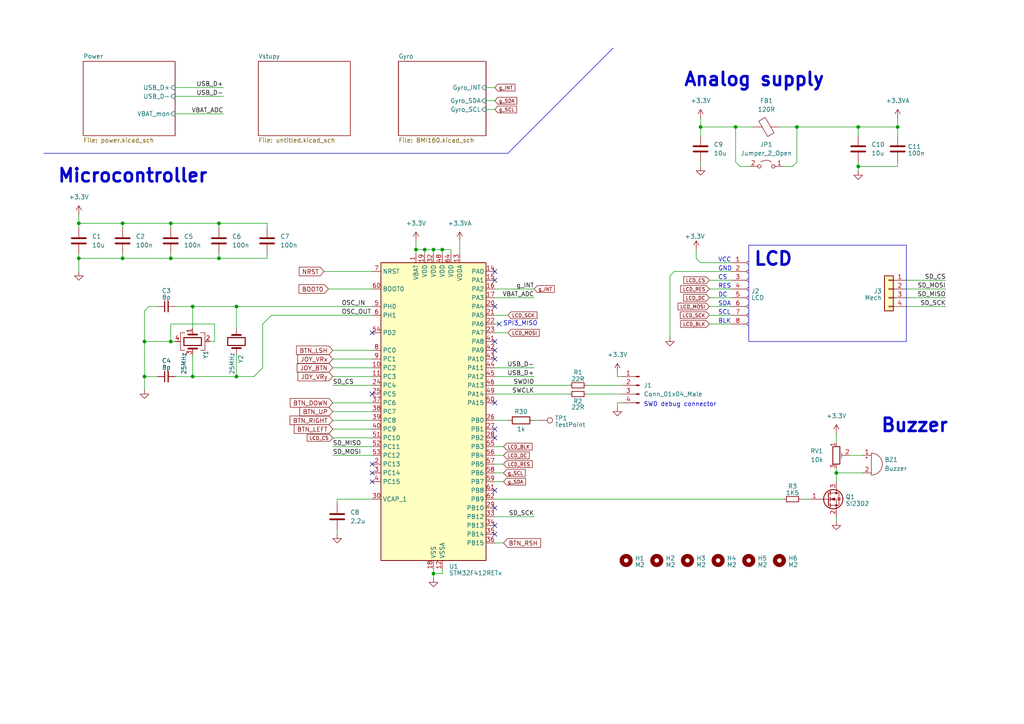
<source format=kicad_sch>
(kicad_sch (version 20230121) (generator eeschema)

  (uuid 9ebe471c-c3c5-4ed7-9df0-e7754bfdcb98)

  (paper "A4")

  (lib_symbols
    (symbol "Connector:Conn_01x04_Male" (pin_names (offset 1.016) hide) (in_bom yes) (on_board yes)
      (property "Reference" "J" (at 0 5.08 0)
        (effects (font (size 1.27 1.27)))
      )
      (property "Value" "Conn_01x04_Male" (at 0 -7.62 0)
        (effects (font (size 1.27 1.27)))
      )
      (property "Footprint" "" (at 0 0 0)
        (effects (font (size 1.27 1.27)) hide)
      )
      (property "Datasheet" "~" (at 0 0 0)
        (effects (font (size 1.27 1.27)) hide)
      )
      (property "ki_keywords" "connector" (at 0 0 0)
        (effects (font (size 1.27 1.27)) hide)
      )
      (property "ki_description" "Generic connector, single row, 01x04, script generated (kicad-library-utils/schlib/autogen/connector/)" (at 0 0 0)
        (effects (font (size 1.27 1.27)) hide)
      )
      (property "ki_fp_filters" "Connector*:*_1x??_*" (at 0 0 0)
        (effects (font (size 1.27 1.27)) hide)
      )
      (symbol "Conn_01x04_Male_1_1"
        (polyline
          (pts
            (xy 1.27 -5.08)
            (xy 0.8636 -5.08)
          )
          (stroke (width 0.1524) (type default))
          (fill (type none))
        )
        (polyline
          (pts
            (xy 1.27 -2.54)
            (xy 0.8636 -2.54)
          )
          (stroke (width 0.1524) (type default))
          (fill (type none))
        )
        (polyline
          (pts
            (xy 1.27 0)
            (xy 0.8636 0)
          )
          (stroke (width 0.1524) (type default))
          (fill (type none))
        )
        (polyline
          (pts
            (xy 1.27 2.54)
            (xy 0.8636 2.54)
          )
          (stroke (width 0.1524) (type default))
          (fill (type none))
        )
        (rectangle (start 0.8636 -4.953) (end 0 -5.207)
          (stroke (width 0.1524) (type default))
          (fill (type outline))
        )
        (rectangle (start 0.8636 -2.413) (end 0 -2.667)
          (stroke (width 0.1524) (type default))
          (fill (type outline))
        )
        (rectangle (start 0.8636 0.127) (end 0 -0.127)
          (stroke (width 0.1524) (type default))
          (fill (type outline))
        )
        (rectangle (start 0.8636 2.667) (end 0 2.413)
          (stroke (width 0.1524) (type default))
          (fill (type outline))
        )
        (pin passive line (at 5.08 2.54 180) (length 3.81)
          (name "Pin_1" (effects (font (size 1.27 1.27))))
          (number "1" (effects (font (size 1.27 1.27))))
        )
        (pin passive line (at 5.08 0 180) (length 3.81)
          (name "Pin_2" (effects (font (size 1.27 1.27))))
          (number "2" (effects (font (size 1.27 1.27))))
        )
        (pin passive line (at 5.08 -2.54 180) (length 3.81)
          (name "Pin_3" (effects (font (size 1.27 1.27))))
          (number "3" (effects (font (size 1.27 1.27))))
        )
        (pin passive line (at 5.08 -5.08 180) (length 3.81)
          (name "Pin_4" (effects (font (size 1.27 1.27))))
          (number "4" (effects (font (size 1.27 1.27))))
        )
      )
    )
    (symbol "Connector:Conn_01x08_Female" (pin_names (offset 1.016) hide) (in_bom yes) (on_board yes)
      (property "Reference" "J" (at 0 10.16 0)
        (effects (font (size 1.27 1.27)))
      )
      (property "Value" "Conn_01x08_Female" (at 0 -12.7 0)
        (effects (font (size 1.27 1.27)))
      )
      (property "Footprint" "" (at 0 0 0)
        (effects (font (size 1.27 1.27)) hide)
      )
      (property "Datasheet" "~" (at 0 0 0)
        (effects (font (size 1.27 1.27)) hide)
      )
      (property "ki_keywords" "connector" (at 0 0 0)
        (effects (font (size 1.27 1.27)) hide)
      )
      (property "ki_description" "Generic connector, single row, 01x08, script generated (kicad-library-utils/schlib/autogen/connector/)" (at 0 0 0)
        (effects (font (size 1.27 1.27)) hide)
      )
      (property "ki_fp_filters" "Connector*:*_1x??_*" (at 0 0 0)
        (effects (font (size 1.27 1.27)) hide)
      )
      (symbol "Conn_01x08_Female_1_1"
        (arc (start 0 -9.652) (mid -0.5058 -10.16) (end 0 -10.668)
          (stroke (width 0.1524) (type default))
          (fill (type none))
        )
        (arc (start 0 -7.112) (mid -0.5058 -7.62) (end 0 -8.128)
          (stroke (width 0.1524) (type default))
          (fill (type none))
        )
        (arc (start 0 -4.572) (mid -0.5058 -5.08) (end 0 -5.588)
          (stroke (width 0.1524) (type default))
          (fill (type none))
        )
        (arc (start 0 -2.032) (mid -0.5058 -2.54) (end 0 -3.048)
          (stroke (width 0.1524) (type default))
          (fill (type none))
        )
        (polyline
          (pts
            (xy -1.27 -10.16)
            (xy -0.508 -10.16)
          )
          (stroke (width 0.1524) (type default))
          (fill (type none))
        )
        (polyline
          (pts
            (xy -1.27 -7.62)
            (xy -0.508 -7.62)
          )
          (stroke (width 0.1524) (type default))
          (fill (type none))
        )
        (polyline
          (pts
            (xy -1.27 -5.08)
            (xy -0.508 -5.08)
          )
          (stroke (width 0.1524) (type default))
          (fill (type none))
        )
        (polyline
          (pts
            (xy -1.27 -2.54)
            (xy -0.508 -2.54)
          )
          (stroke (width 0.1524) (type default))
          (fill (type none))
        )
        (polyline
          (pts
            (xy -1.27 0)
            (xy -0.508 0)
          )
          (stroke (width 0.1524) (type default))
          (fill (type none))
        )
        (polyline
          (pts
            (xy -1.27 2.54)
            (xy -0.508 2.54)
          )
          (stroke (width 0.1524) (type default))
          (fill (type none))
        )
        (polyline
          (pts
            (xy -1.27 5.08)
            (xy -0.508 5.08)
          )
          (stroke (width 0.1524) (type default))
          (fill (type none))
        )
        (polyline
          (pts
            (xy -1.27 7.62)
            (xy -0.508 7.62)
          )
          (stroke (width 0.1524) (type default))
          (fill (type none))
        )
        (arc (start 0 0.508) (mid -0.5058 0) (end 0 -0.508)
          (stroke (width 0.1524) (type default))
          (fill (type none))
        )
        (arc (start 0 3.048) (mid -0.5058 2.54) (end 0 2.032)
          (stroke (width 0.1524) (type default))
          (fill (type none))
        )
        (arc (start 0 5.588) (mid -0.5058 5.08) (end 0 4.572)
          (stroke (width 0.1524) (type default))
          (fill (type none))
        )
        (arc (start 0 8.128) (mid -0.5058 7.62) (end 0 7.112)
          (stroke (width 0.1524) (type default))
          (fill (type none))
        )
        (pin passive line (at -5.08 7.62 0) (length 3.81)
          (name "Pin_1" (effects (font (size 1.27 1.27))))
          (number "1" (effects (font (size 1.27 1.27))))
        )
        (pin passive line (at -5.08 5.08 0) (length 3.81)
          (name "Pin_2" (effects (font (size 1.27 1.27))))
          (number "2" (effects (font (size 1.27 1.27))))
        )
        (pin passive line (at -5.08 2.54 0) (length 3.81)
          (name "Pin_3" (effects (font (size 1.27 1.27))))
          (number "3" (effects (font (size 1.27 1.27))))
        )
        (pin passive line (at -5.08 0 0) (length 3.81)
          (name "Pin_4" (effects (font (size 1.27 1.27))))
          (number "4" (effects (font (size 1.27 1.27))))
        )
        (pin passive line (at -5.08 -2.54 0) (length 3.81)
          (name "Pin_5" (effects (font (size 1.27 1.27))))
          (number "5" (effects (font (size 1.27 1.27))))
        )
        (pin passive line (at -5.08 -5.08 0) (length 3.81)
          (name "Pin_6" (effects (font (size 1.27 1.27))))
          (number "6" (effects (font (size 1.27 1.27))))
        )
        (pin passive line (at -5.08 -7.62 0) (length 3.81)
          (name "Pin_7" (effects (font (size 1.27 1.27))))
          (number "7" (effects (font (size 1.27 1.27))))
        )
        (pin passive line (at -5.08 -10.16 0) (length 3.81)
          (name "Pin_8" (effects (font (size 1.27 1.27))))
          (number "8" (effects (font (size 1.27 1.27))))
        )
      )
    )
    (symbol "Connector:TestPoint" (pin_numbers hide) (pin_names (offset 0.762) hide) (in_bom yes) (on_board yes)
      (property "Reference" "TP" (at 0 6.858 0)
        (effects (font (size 1.27 1.27)))
      )
      (property "Value" "TestPoint" (at 0 5.08 0)
        (effects (font (size 1.27 1.27)))
      )
      (property "Footprint" "" (at 5.08 0 0)
        (effects (font (size 1.27 1.27)) hide)
      )
      (property "Datasheet" "~" (at 5.08 0 0)
        (effects (font (size 1.27 1.27)) hide)
      )
      (property "ki_keywords" "test point tp" (at 0 0 0)
        (effects (font (size 1.27 1.27)) hide)
      )
      (property "ki_description" "test point" (at 0 0 0)
        (effects (font (size 1.27 1.27)) hide)
      )
      (property "ki_fp_filters" "Pin* Test*" (at 0 0 0)
        (effects (font (size 1.27 1.27)) hide)
      )
      (symbol "TestPoint_0_1"
        (circle (center 0 3.302) (radius 0.762)
          (stroke (width 0) (type default))
          (fill (type none))
        )
      )
      (symbol "TestPoint_1_1"
        (pin passive line (at 0 0 90) (length 2.54)
          (name "1" (effects (font (size 1.27 1.27))))
          (number "1" (effects (font (size 1.27 1.27))))
        )
      )
    )
    (symbol "Connector_Generic:Conn_01x04" (pin_names (offset 1.016) hide) (in_bom yes) (on_board yes)
      (property "Reference" "J" (at 0 5.08 0)
        (effects (font (size 1.27 1.27)))
      )
      (property "Value" "Conn_01x04" (at 0 -7.62 0)
        (effects (font (size 1.27 1.27)))
      )
      (property "Footprint" "" (at 0 0 0)
        (effects (font (size 1.27 1.27)) hide)
      )
      (property "Datasheet" "~" (at 0 0 0)
        (effects (font (size 1.27 1.27)) hide)
      )
      (property "ki_keywords" "connector" (at 0 0 0)
        (effects (font (size 1.27 1.27)) hide)
      )
      (property "ki_description" "Generic connector, single row, 01x04, script generated (kicad-library-utils/schlib/autogen/connector/)" (at 0 0 0)
        (effects (font (size 1.27 1.27)) hide)
      )
      (property "ki_fp_filters" "Connector*:*_1x??_*" (at 0 0 0)
        (effects (font (size 1.27 1.27)) hide)
      )
      (symbol "Conn_01x04_1_1"
        (rectangle (start -1.27 -4.953) (end 0 -5.207)
          (stroke (width 0.1524) (type default))
          (fill (type none))
        )
        (rectangle (start -1.27 -2.413) (end 0 -2.667)
          (stroke (width 0.1524) (type default))
          (fill (type none))
        )
        (rectangle (start -1.27 0.127) (end 0 -0.127)
          (stroke (width 0.1524) (type default))
          (fill (type none))
        )
        (rectangle (start -1.27 2.667) (end 0 2.413)
          (stroke (width 0.1524) (type default))
          (fill (type none))
        )
        (rectangle (start -1.27 3.81) (end 1.27 -6.35)
          (stroke (width 0.254) (type default))
          (fill (type background))
        )
        (pin passive line (at -5.08 2.54 0) (length 3.81)
          (name "Pin_1" (effects (font (size 1.27 1.27))))
          (number "1" (effects (font (size 1.27 1.27))))
        )
        (pin passive line (at -5.08 0 0) (length 3.81)
          (name "Pin_2" (effects (font (size 1.27 1.27))))
          (number "2" (effects (font (size 1.27 1.27))))
        )
        (pin passive line (at -5.08 -2.54 0) (length 3.81)
          (name "Pin_3" (effects (font (size 1.27 1.27))))
          (number "3" (effects (font (size 1.27 1.27))))
        )
        (pin passive line (at -5.08 -5.08 0) (length 3.81)
          (name "Pin_4" (effects (font (size 1.27 1.27))))
          (number "4" (effects (font (size 1.27 1.27))))
        )
      )
    )
    (symbol "Device:Buzzer" (pin_names (offset 0.0254) hide) (in_bom yes) (on_board yes)
      (property "Reference" "BZ" (at 3.81 1.27 0)
        (effects (font (size 1.27 1.27)) (justify left))
      )
      (property "Value" "Buzzer" (at 3.81 -1.27 0)
        (effects (font (size 1.27 1.27)) (justify left))
      )
      (property "Footprint" "" (at -0.635 2.54 90)
        (effects (font (size 1.27 1.27)) hide)
      )
      (property "Datasheet" "~" (at -0.635 2.54 90)
        (effects (font (size 1.27 1.27)) hide)
      )
      (property "ki_keywords" "quartz resonator ceramic" (at 0 0 0)
        (effects (font (size 1.27 1.27)) hide)
      )
      (property "ki_description" "Buzzer, polarized" (at 0 0 0)
        (effects (font (size 1.27 1.27)) hide)
      )
      (property "ki_fp_filters" "*Buzzer*" (at 0 0 0)
        (effects (font (size 1.27 1.27)) hide)
      )
      (symbol "Buzzer_0_1"
        (arc (start 0 -3.175) (mid 3.1612 0) (end 0 3.175)
          (stroke (width 0) (type default))
          (fill (type none))
        )
        (polyline
          (pts
            (xy -1.651 1.905)
            (xy -1.143 1.905)
          )
          (stroke (width 0) (type default))
          (fill (type none))
        )
        (polyline
          (pts
            (xy -1.397 2.159)
            (xy -1.397 1.651)
          )
          (stroke (width 0) (type default))
          (fill (type none))
        )
        (polyline
          (pts
            (xy 0 3.175)
            (xy 0 -3.175)
          )
          (stroke (width 0) (type default))
          (fill (type none))
        )
      )
      (symbol "Buzzer_1_1"
        (pin passive line (at -2.54 2.54 0) (length 2.54)
          (name "-" (effects (font (size 1.27 1.27))))
          (number "1" (effects (font (size 1.27 1.27))))
        )
        (pin passive line (at -2.54 -2.54 0) (length 2.54)
          (name "+" (effects (font (size 1.27 1.27))))
          (number "2" (effects (font (size 1.27 1.27))))
        )
      )
    )
    (symbol "Device:C" (pin_numbers hide) (pin_names (offset 0.254)) (in_bom yes) (on_board yes)
      (property "Reference" "C" (at 0.635 2.54 0)
        (effects (font (size 1.27 1.27)) (justify left))
      )
      (property "Value" "C" (at 0.635 -2.54 0)
        (effects (font (size 1.27 1.27)) (justify left))
      )
      (property "Footprint" "" (at 0.9652 -3.81 0)
        (effects (font (size 1.27 1.27)) hide)
      )
      (property "Datasheet" "~" (at 0 0 0)
        (effects (font (size 1.27 1.27)) hide)
      )
      (property "ki_keywords" "cap capacitor" (at 0 0 0)
        (effects (font (size 1.27 1.27)) hide)
      )
      (property "ki_description" "Unpolarized capacitor" (at 0 0 0)
        (effects (font (size 1.27 1.27)) hide)
      )
      (property "ki_fp_filters" "C_*" (at 0 0 0)
        (effects (font (size 1.27 1.27)) hide)
      )
      (symbol "C_0_1"
        (polyline
          (pts
            (xy -2.032 -0.762)
            (xy 2.032 -0.762)
          )
          (stroke (width 0.508) (type default))
          (fill (type none))
        )
        (polyline
          (pts
            (xy -2.032 0.762)
            (xy 2.032 0.762)
          )
          (stroke (width 0.508) (type default))
          (fill (type none))
        )
      )
      (symbol "C_1_1"
        (pin passive line (at 0 3.81 270) (length 2.794)
          (name "~" (effects (font (size 1.27 1.27))))
          (number "1" (effects (font (size 1.27 1.27))))
        )
        (pin passive line (at 0 -3.81 90) (length 2.794)
          (name "~" (effects (font (size 1.27 1.27))))
          (number "2" (effects (font (size 1.27 1.27))))
        )
      )
    )
    (symbol "Device:C_Small" (pin_numbers hide) (pin_names (offset 0.254) hide) (in_bom yes) (on_board yes)
      (property "Reference" "C" (at 0.254 1.778 0)
        (effects (font (size 1.27 1.27)) (justify left))
      )
      (property "Value" "C_Small" (at 0.254 -2.032 0)
        (effects (font (size 1.27 1.27)) (justify left))
      )
      (property "Footprint" "" (at 0 0 0)
        (effects (font (size 1.27 1.27)) hide)
      )
      (property "Datasheet" "~" (at 0 0 0)
        (effects (font (size 1.27 1.27)) hide)
      )
      (property "ki_keywords" "capacitor cap" (at 0 0 0)
        (effects (font (size 1.27 1.27)) hide)
      )
      (property "ki_description" "Unpolarized capacitor, small symbol" (at 0 0 0)
        (effects (font (size 1.27 1.27)) hide)
      )
      (property "ki_fp_filters" "C_*" (at 0 0 0)
        (effects (font (size 1.27 1.27)) hide)
      )
      (symbol "C_Small_0_1"
        (polyline
          (pts
            (xy -1.524 -0.508)
            (xy 1.524 -0.508)
          )
          (stroke (width 0.3302) (type default))
          (fill (type none))
        )
        (polyline
          (pts
            (xy -1.524 0.508)
            (xy 1.524 0.508)
          )
          (stroke (width 0.3048) (type default))
          (fill (type none))
        )
      )
      (symbol "C_Small_1_1"
        (pin passive line (at 0 2.54 270) (length 2.032)
          (name "~" (effects (font (size 1.27 1.27))))
          (number "1" (effects (font (size 1.27 1.27))))
        )
        (pin passive line (at 0 -2.54 90) (length 2.032)
          (name "~" (effects (font (size 1.27 1.27))))
          (number "2" (effects (font (size 1.27 1.27))))
        )
      )
    )
    (symbol "Device:Crystal" (pin_numbers hide) (pin_names (offset 1.016) hide) (in_bom yes) (on_board yes)
      (property "Reference" "Y" (at 0 3.81 0)
        (effects (font (size 1.27 1.27)))
      )
      (property "Value" "Crystal" (at 0 -3.81 0)
        (effects (font (size 1.27 1.27)))
      )
      (property "Footprint" "" (at 0 0 0)
        (effects (font (size 1.27 1.27)) hide)
      )
      (property "Datasheet" "~" (at 0 0 0)
        (effects (font (size 1.27 1.27)) hide)
      )
      (property "ki_keywords" "quartz ceramic resonator oscillator" (at 0 0 0)
        (effects (font (size 1.27 1.27)) hide)
      )
      (property "ki_description" "Two pin crystal" (at 0 0 0)
        (effects (font (size 1.27 1.27)) hide)
      )
      (property "ki_fp_filters" "Crystal*" (at 0 0 0)
        (effects (font (size 1.27 1.27)) hide)
      )
      (symbol "Crystal_0_1"
        (rectangle (start -1.143 2.54) (end 1.143 -2.54)
          (stroke (width 0.3048) (type default))
          (fill (type none))
        )
        (polyline
          (pts
            (xy -2.54 0)
            (xy -1.905 0)
          )
          (stroke (width 0) (type default))
          (fill (type none))
        )
        (polyline
          (pts
            (xy -1.905 -1.27)
            (xy -1.905 1.27)
          )
          (stroke (width 0.508) (type default))
          (fill (type none))
        )
        (polyline
          (pts
            (xy 1.905 -1.27)
            (xy 1.905 1.27)
          )
          (stroke (width 0.508) (type default))
          (fill (type none))
        )
        (polyline
          (pts
            (xy 2.54 0)
            (xy 1.905 0)
          )
          (stroke (width 0) (type default))
          (fill (type none))
        )
      )
      (symbol "Crystal_1_1"
        (pin passive line (at -3.81 0 0) (length 1.27)
          (name "1" (effects (font (size 1.27 1.27))))
          (number "1" (effects (font (size 1.27 1.27))))
        )
        (pin passive line (at 3.81 0 180) (length 1.27)
          (name "2" (effects (font (size 1.27 1.27))))
          (number "2" (effects (font (size 1.27 1.27))))
        )
      )
    )
    (symbol "Device:Crystal_GND24" (pin_names (offset 1.016) hide) (in_bom yes) (on_board yes)
      (property "Reference" "Y" (at 3.175 5.08 0)
        (effects (font (size 1.27 1.27)) (justify left))
      )
      (property "Value" "Crystal_GND24" (at 3.175 3.175 0)
        (effects (font (size 1.27 1.27)) (justify left))
      )
      (property "Footprint" "" (at 0 0 0)
        (effects (font (size 1.27 1.27)) hide)
      )
      (property "Datasheet" "~" (at 0 0 0)
        (effects (font (size 1.27 1.27)) hide)
      )
      (property "ki_keywords" "quartz ceramic resonator oscillator" (at 0 0 0)
        (effects (font (size 1.27 1.27)) hide)
      )
      (property "ki_description" "Four pin crystal, GND on pins 2 and 4" (at 0 0 0)
        (effects (font (size 1.27 1.27)) hide)
      )
      (property "ki_fp_filters" "Crystal*" (at 0 0 0)
        (effects (font (size 1.27 1.27)) hide)
      )
      (symbol "Crystal_GND24_0_1"
        (rectangle (start -1.143 2.54) (end 1.143 -2.54)
          (stroke (width 0.3048) (type default))
          (fill (type none))
        )
        (polyline
          (pts
            (xy -2.54 0)
            (xy -2.032 0)
          )
          (stroke (width 0) (type default))
          (fill (type none))
        )
        (polyline
          (pts
            (xy -2.032 -1.27)
            (xy -2.032 1.27)
          )
          (stroke (width 0.508) (type default))
          (fill (type none))
        )
        (polyline
          (pts
            (xy 0 -3.81)
            (xy 0 -3.556)
          )
          (stroke (width 0) (type default))
          (fill (type none))
        )
        (polyline
          (pts
            (xy 0 3.556)
            (xy 0 3.81)
          )
          (stroke (width 0) (type default))
          (fill (type none))
        )
        (polyline
          (pts
            (xy 2.032 -1.27)
            (xy 2.032 1.27)
          )
          (stroke (width 0.508) (type default))
          (fill (type none))
        )
        (polyline
          (pts
            (xy 2.032 0)
            (xy 2.54 0)
          )
          (stroke (width 0) (type default))
          (fill (type none))
        )
        (polyline
          (pts
            (xy -2.54 -2.286)
            (xy -2.54 -3.556)
            (xy 2.54 -3.556)
            (xy 2.54 -2.286)
          )
          (stroke (width 0) (type default))
          (fill (type none))
        )
        (polyline
          (pts
            (xy -2.54 2.286)
            (xy -2.54 3.556)
            (xy 2.54 3.556)
            (xy 2.54 2.286)
          )
          (stroke (width 0) (type default))
          (fill (type none))
        )
      )
      (symbol "Crystal_GND24_1_1"
        (pin passive line (at -3.81 0 0) (length 1.27)
          (name "1" (effects (font (size 1.27 1.27))))
          (number "1" (effects (font (size 1.27 1.27))))
        )
        (pin passive line (at 0 5.08 270) (length 1.27)
          (name "2" (effects (font (size 1.27 1.27))))
          (number "2" (effects (font (size 1.27 1.27))))
        )
        (pin passive line (at 3.81 0 180) (length 1.27)
          (name "3" (effects (font (size 1.27 1.27))))
          (number "3" (effects (font (size 1.27 1.27))))
        )
        (pin passive line (at 0 -5.08 90) (length 1.27)
          (name "4" (effects (font (size 1.27 1.27))))
          (number "4" (effects (font (size 1.27 1.27))))
        )
      )
    )
    (symbol "Device:FerriteBead" (pin_numbers hide) (pin_names (offset 0)) (in_bom yes) (on_board yes)
      (property "Reference" "FB" (at -3.81 0.635 90)
        (effects (font (size 1.27 1.27)))
      )
      (property "Value" "FerriteBead" (at 3.81 0 90)
        (effects (font (size 1.27 1.27)))
      )
      (property "Footprint" "" (at -1.778 0 90)
        (effects (font (size 1.27 1.27)) hide)
      )
      (property "Datasheet" "~" (at 0 0 0)
        (effects (font (size 1.27 1.27)) hide)
      )
      (property "ki_keywords" "L ferrite bead inductor filter" (at 0 0 0)
        (effects (font (size 1.27 1.27)) hide)
      )
      (property "ki_description" "Ferrite bead" (at 0 0 0)
        (effects (font (size 1.27 1.27)) hide)
      )
      (property "ki_fp_filters" "Inductor_* L_* *Ferrite*" (at 0 0 0)
        (effects (font (size 1.27 1.27)) hide)
      )
      (symbol "FerriteBead_0_1"
        (polyline
          (pts
            (xy 0 -1.27)
            (xy 0 -1.2192)
          )
          (stroke (width 0) (type default))
          (fill (type none))
        )
        (polyline
          (pts
            (xy 0 1.27)
            (xy 0 1.2954)
          )
          (stroke (width 0) (type default))
          (fill (type none))
        )
        (polyline
          (pts
            (xy -2.7686 0.4064)
            (xy -1.7018 2.2606)
            (xy 2.7686 -0.3048)
            (xy 1.6764 -2.159)
            (xy -2.7686 0.4064)
          )
          (stroke (width 0) (type default))
          (fill (type none))
        )
      )
      (symbol "FerriteBead_1_1"
        (pin passive line (at 0 3.81 270) (length 2.54)
          (name "~" (effects (font (size 1.27 1.27))))
          (number "1" (effects (font (size 1.27 1.27))))
        )
        (pin passive line (at 0 -3.81 90) (length 2.54)
          (name "~" (effects (font (size 1.27 1.27))))
          (number "2" (effects (font (size 1.27 1.27))))
        )
      )
    )
    (symbol "Device:Q_NMOS_GSD" (pin_names (offset 0) hide) (in_bom yes) (on_board yes)
      (property "Reference" "Q" (at 5.08 1.27 0)
        (effects (font (size 1.27 1.27)) (justify left))
      )
      (property "Value" "Q_NMOS_GSD" (at 5.08 -1.27 0)
        (effects (font (size 1.27 1.27)) (justify left))
      )
      (property "Footprint" "" (at 5.08 2.54 0)
        (effects (font (size 1.27 1.27)) hide)
      )
      (property "Datasheet" "~" (at 0 0 0)
        (effects (font (size 1.27 1.27)) hide)
      )
      (property "ki_keywords" "transistor NMOS N-MOS N-MOSFET" (at 0 0 0)
        (effects (font (size 1.27 1.27)) hide)
      )
      (property "ki_description" "N-MOSFET transistor, gate/source/drain" (at 0 0 0)
        (effects (font (size 1.27 1.27)) hide)
      )
      (symbol "Q_NMOS_GSD_0_1"
        (polyline
          (pts
            (xy 0.254 0)
            (xy -2.54 0)
          )
          (stroke (width 0) (type default))
          (fill (type none))
        )
        (polyline
          (pts
            (xy 0.254 1.905)
            (xy 0.254 -1.905)
          )
          (stroke (width 0.254) (type default))
          (fill (type none))
        )
        (polyline
          (pts
            (xy 0.762 -1.27)
            (xy 0.762 -2.286)
          )
          (stroke (width 0.254) (type default))
          (fill (type none))
        )
        (polyline
          (pts
            (xy 0.762 0.508)
            (xy 0.762 -0.508)
          )
          (stroke (width 0.254) (type default))
          (fill (type none))
        )
        (polyline
          (pts
            (xy 0.762 2.286)
            (xy 0.762 1.27)
          )
          (stroke (width 0.254) (type default))
          (fill (type none))
        )
        (polyline
          (pts
            (xy 2.54 2.54)
            (xy 2.54 1.778)
          )
          (stroke (width 0) (type default))
          (fill (type none))
        )
        (polyline
          (pts
            (xy 2.54 -2.54)
            (xy 2.54 0)
            (xy 0.762 0)
          )
          (stroke (width 0) (type default))
          (fill (type none))
        )
        (polyline
          (pts
            (xy 0.762 -1.778)
            (xy 3.302 -1.778)
            (xy 3.302 1.778)
            (xy 0.762 1.778)
          )
          (stroke (width 0) (type default))
          (fill (type none))
        )
        (polyline
          (pts
            (xy 1.016 0)
            (xy 2.032 0.381)
            (xy 2.032 -0.381)
            (xy 1.016 0)
          )
          (stroke (width 0) (type default))
          (fill (type outline))
        )
        (polyline
          (pts
            (xy 2.794 0.508)
            (xy 2.921 0.381)
            (xy 3.683 0.381)
            (xy 3.81 0.254)
          )
          (stroke (width 0) (type default))
          (fill (type none))
        )
        (polyline
          (pts
            (xy 3.302 0.381)
            (xy 2.921 -0.254)
            (xy 3.683 -0.254)
            (xy 3.302 0.381)
          )
          (stroke (width 0) (type default))
          (fill (type none))
        )
        (circle (center 1.651 0) (radius 2.794)
          (stroke (width 0.254) (type default))
          (fill (type none))
        )
        (circle (center 2.54 -1.778) (radius 0.254)
          (stroke (width 0) (type default))
          (fill (type outline))
        )
        (circle (center 2.54 1.778) (radius 0.254)
          (stroke (width 0) (type default))
          (fill (type outline))
        )
      )
      (symbol "Q_NMOS_GSD_1_1"
        (pin input line (at -5.08 0 0) (length 2.54)
          (name "G" (effects (font (size 1.27 1.27))))
          (number "1" (effects (font (size 1.27 1.27))))
        )
        (pin passive line (at 2.54 -5.08 90) (length 2.54)
          (name "S" (effects (font (size 1.27 1.27))))
          (number "2" (effects (font (size 1.27 1.27))))
        )
        (pin passive line (at 2.54 5.08 270) (length 2.54)
          (name "D" (effects (font (size 1.27 1.27))))
          (number "3" (effects (font (size 1.27 1.27))))
        )
      )
    )
    (symbol "Device:R" (pin_numbers hide) (pin_names (offset 0)) (in_bom yes) (on_board yes)
      (property "Reference" "R" (at 2.032 0 90)
        (effects (font (size 1.27 1.27)))
      )
      (property "Value" "R" (at 0 0 90)
        (effects (font (size 1.27 1.27)))
      )
      (property "Footprint" "" (at -1.778 0 90)
        (effects (font (size 1.27 1.27)) hide)
      )
      (property "Datasheet" "~" (at 0 0 0)
        (effects (font (size 1.27 1.27)) hide)
      )
      (property "ki_keywords" "R res resistor" (at 0 0 0)
        (effects (font (size 1.27 1.27)) hide)
      )
      (property "ki_description" "Resistor" (at 0 0 0)
        (effects (font (size 1.27 1.27)) hide)
      )
      (property "ki_fp_filters" "R_*" (at 0 0 0)
        (effects (font (size 1.27 1.27)) hide)
      )
      (symbol "R_0_1"
        (rectangle (start -1.016 -2.54) (end 1.016 2.54)
          (stroke (width 0.254) (type default))
          (fill (type none))
        )
      )
      (symbol "R_1_1"
        (pin passive line (at 0 3.81 270) (length 1.27)
          (name "~" (effects (font (size 1.27 1.27))))
          (number "1" (effects (font (size 1.27 1.27))))
        )
        (pin passive line (at 0 -3.81 90) (length 1.27)
          (name "~" (effects (font (size 1.27 1.27))))
          (number "2" (effects (font (size 1.27 1.27))))
        )
      )
    )
    (symbol "Device:R_Potentiometer_Trim" (pin_names (offset 1.016) hide) (in_bom yes) (on_board yes)
      (property "Reference" "RV" (at -4.445 0 90)
        (effects (font (size 1.27 1.27)))
      )
      (property "Value" "R_Potentiometer_Trim" (at -2.54 0 90)
        (effects (font (size 1.27 1.27)))
      )
      (property "Footprint" "" (at 0 0 0)
        (effects (font (size 1.27 1.27)) hide)
      )
      (property "Datasheet" "~" (at 0 0 0)
        (effects (font (size 1.27 1.27)) hide)
      )
      (property "ki_keywords" "resistor variable trimpot trimmer" (at 0 0 0)
        (effects (font (size 1.27 1.27)) hide)
      )
      (property "ki_description" "Trim-potentiometer" (at 0 0 0)
        (effects (font (size 1.27 1.27)) hide)
      )
      (property "ki_fp_filters" "Potentiometer*" (at 0 0 0)
        (effects (font (size 1.27 1.27)) hide)
      )
      (symbol "R_Potentiometer_Trim_0_1"
        (polyline
          (pts
            (xy 1.524 0.762)
            (xy 1.524 -0.762)
          )
          (stroke (width 0) (type default))
          (fill (type none))
        )
        (polyline
          (pts
            (xy 2.54 0)
            (xy 1.524 0)
          )
          (stroke (width 0) (type default))
          (fill (type none))
        )
        (rectangle (start 1.016 2.54) (end -1.016 -2.54)
          (stroke (width 0.254) (type default))
          (fill (type none))
        )
      )
      (symbol "R_Potentiometer_Trim_1_1"
        (pin passive line (at 0 3.81 270) (length 1.27)
          (name "1" (effects (font (size 1.27 1.27))))
          (number "1" (effects (font (size 1.27 1.27))))
        )
        (pin passive line (at 3.81 0 180) (length 1.27)
          (name "2" (effects (font (size 1.27 1.27))))
          (number "2" (effects (font (size 1.27 1.27))))
        )
        (pin passive line (at 0 -3.81 90) (length 1.27)
          (name "3" (effects (font (size 1.27 1.27))))
          (number "3" (effects (font (size 1.27 1.27))))
        )
      )
    )
    (symbol "Device:R_Small" (pin_numbers hide) (pin_names (offset 0.254) hide) (in_bom yes) (on_board yes)
      (property "Reference" "R" (at 0.762 0.508 0)
        (effects (font (size 1.27 1.27)) (justify left))
      )
      (property "Value" "R_Small" (at 0.762 -1.016 0)
        (effects (font (size 1.27 1.27)) (justify left))
      )
      (property "Footprint" "" (at 0 0 0)
        (effects (font (size 1.27 1.27)) hide)
      )
      (property "Datasheet" "~" (at 0 0 0)
        (effects (font (size 1.27 1.27)) hide)
      )
      (property "ki_keywords" "R resistor" (at 0 0 0)
        (effects (font (size 1.27 1.27)) hide)
      )
      (property "ki_description" "Resistor, small symbol" (at 0 0 0)
        (effects (font (size 1.27 1.27)) hide)
      )
      (property "ki_fp_filters" "R_*" (at 0 0 0)
        (effects (font (size 1.27 1.27)) hide)
      )
      (symbol "R_Small_0_1"
        (rectangle (start -0.762 1.778) (end 0.762 -1.778)
          (stroke (width 0.2032) (type default))
          (fill (type none))
        )
      )
      (symbol "R_Small_1_1"
        (pin passive line (at 0 2.54 270) (length 0.762)
          (name "~" (effects (font (size 1.27 1.27))))
          (number "1" (effects (font (size 1.27 1.27))))
        )
        (pin passive line (at 0 -2.54 90) (length 0.762)
          (name "~" (effects (font (size 1.27 1.27))))
          (number "2" (effects (font (size 1.27 1.27))))
        )
      )
    )
    (symbol "Jumper:Jumper_2_Open" (pin_names (offset 0) hide) (in_bom yes) (on_board yes)
      (property "Reference" "JP" (at 0 2.794 0)
        (effects (font (size 1.27 1.27)))
      )
      (property "Value" "Jumper_2_Open" (at 0 -2.286 0)
        (effects (font (size 1.27 1.27)))
      )
      (property "Footprint" "" (at 0 0 0)
        (effects (font (size 1.27 1.27)) hide)
      )
      (property "Datasheet" "~" (at 0 0 0)
        (effects (font (size 1.27 1.27)) hide)
      )
      (property "ki_keywords" "Jumper SPST" (at 0 0 0)
        (effects (font (size 1.27 1.27)) hide)
      )
      (property "ki_description" "Jumper, 2-pole, open" (at 0 0 0)
        (effects (font (size 1.27 1.27)) hide)
      )
      (property "ki_fp_filters" "Jumper* TestPoint*2Pads* TestPoint*Bridge*" (at 0 0 0)
        (effects (font (size 1.27 1.27)) hide)
      )
      (symbol "Jumper_2_Open_0_0"
        (circle (center -2.032 0) (radius 0.508)
          (stroke (width 0) (type default))
          (fill (type none))
        )
        (circle (center 2.032 0) (radius 0.508)
          (stroke (width 0) (type default))
          (fill (type none))
        )
      )
      (symbol "Jumper_2_Open_0_1"
        (arc (start 1.524 1.27) (mid 0 1.778) (end -1.524 1.27)
          (stroke (width 0) (type default))
          (fill (type none))
        )
      )
      (symbol "Jumper_2_Open_1_1"
        (pin passive line (at -5.08 0 0) (length 2.54)
          (name "A" (effects (font (size 1.27 1.27))))
          (number "1" (effects (font (size 1.27 1.27))))
        )
        (pin passive line (at 5.08 0 180) (length 2.54)
          (name "B" (effects (font (size 1.27 1.27))))
          (number "2" (effects (font (size 1.27 1.27))))
        )
      )
    )
    (symbol "Mechanical:MountingHole" (pin_names (offset 1.016)) (in_bom yes) (on_board yes)
      (property "Reference" "H" (at 0 5.08 0)
        (effects (font (size 1.27 1.27)))
      )
      (property "Value" "MountingHole" (at 0 3.175 0)
        (effects (font (size 1.27 1.27)))
      )
      (property "Footprint" "" (at 0 0 0)
        (effects (font (size 1.27 1.27)) hide)
      )
      (property "Datasheet" "~" (at 0 0 0)
        (effects (font (size 1.27 1.27)) hide)
      )
      (property "ki_keywords" "mounting hole" (at 0 0 0)
        (effects (font (size 1.27 1.27)) hide)
      )
      (property "ki_description" "Mounting Hole without connection" (at 0 0 0)
        (effects (font (size 1.27 1.27)) hide)
      )
      (property "ki_fp_filters" "MountingHole*" (at 0 0 0)
        (effects (font (size 1.27 1.27)) hide)
      )
      (symbol "MountingHole_0_1"
        (circle (center 0 0) (radius 1.27)
          (stroke (width 1.27) (type default))
          (fill (type none))
        )
      )
    )
    (symbol "STM32F412RETx_1" (in_bom yes) (on_board yes)
      (property "Reference" "U" (at -15.24 44.45 0)
        (effects (font (size 1.27 1.27)) (justify left))
      )
      (property "Value" "STM32F412RETx" (at 10.16 44.45 0)
        (effects (font (size 1.27 1.27)) (justify left))
      )
      (property "Footprint" "Package_QFP:LQFP-64_10x10mm_P0.5mm" (at -15.24 -43.18 0)
        (effects (font (size 1.27 1.27)) (justify right) hide)
      )
      (property "Datasheet" "https://www.st.com/resource/en/datasheet/stm32f412re.pdf" (at 0 0 0)
        (effects (font (size 1.27 1.27)) hide)
      )
      (property "ki_locked" "" (at 0 0 0)
        (effects (font (size 1.27 1.27)))
      )
      (property "ki_keywords" "Arm Cortex-M4 STM32F4 STM32F412" (at 0 0 0)
        (effects (font (size 1.27 1.27)) hide)
      )
      (property "ki_description" "STMicroelectronics Arm Cortex-M4 MCU, 512KB flash, 256KB RAM, 100 MHz, 1.7-3.6V, 50 GPIO, LQFP64" (at 0 0 0)
        (effects (font (size 1.27 1.27)) hide)
      )
      (property "ki_fp_filters" "LQFP*10x10mm*P0.5mm*" (at 0 0 0)
        (effects (font (size 1.27 1.27)) hide)
      )
      (symbol "STM32F412RETx_1_0_1"
        (rectangle (start -15.24 -43.18) (end 15.24 43.18)
          (stroke (width 0.254) (type default))
          (fill (type background))
        )
      )
      (symbol "STM32F412RETx_1_1_1"
        (pin power_in line (at -5.08 45.72 270) (length 2.54)
          (name "VBAT" (effects (font (size 1.27 1.27))))
          (number "1" (effects (font (size 1.27 1.27))))
        )
        (pin bidirectional line (at -17.78 12.7 0) (length 2.54)
          (name "PC2" (effects (font (size 1.27 1.27))))
          (number "10" (effects (font (size 1.27 1.27))))
          (alternate "ADC1_IN12" bidirectional line)
          (alternate "DFSDM1_CKOUT" bidirectional line)
          (alternate "FSMC_NWE" bidirectional line)
          (alternate "I2S2_ext_SD" bidirectional line)
          (alternate "SPI2_MISO" bidirectional line)
        )
        (pin bidirectional line (at -17.78 10.16 0) (length 2.54)
          (name "PC3" (effects (font (size 1.27 1.27))))
          (number "11" (effects (font (size 1.27 1.27))))
          (alternate "ADC1_IN13" bidirectional line)
          (alternate "FSMC_A0" bidirectional line)
          (alternate "I2S2_SD" bidirectional line)
          (alternate "SPI2_MOSI" bidirectional line)
        )
        (pin power_in line (at 2.54 -45.72 90) (length 2.54)
          (name "VSSA" (effects (font (size 1.27 1.27))))
          (number "12" (effects (font (size 1.27 1.27))))
        )
        (pin power_in line (at 7.62 45.72 270) (length 2.54)
          (name "VDDA" (effects (font (size 1.27 1.27))))
          (number "13" (effects (font (size 1.27 1.27))))
        )
        (pin bidirectional line (at 17.78 40.64 180) (length 2.54)
          (name "PA0" (effects (font (size 1.27 1.27))))
          (number "14" (effects (font (size 1.27 1.27))))
          (alternate "ADC1_IN0" bidirectional line)
          (alternate "SYS_WKUP1" bidirectional line)
          (alternate "TIM2_CH1" bidirectional line)
          (alternate "TIM2_ETR" bidirectional line)
          (alternate "TIM5_CH1" bidirectional line)
          (alternate "TIM8_ETR" bidirectional line)
          (alternate "USART2_CTS" bidirectional line)
        )
        (pin bidirectional line (at 17.78 38.1 180) (length 2.54)
          (name "PA1" (effects (font (size 1.27 1.27))))
          (number "15" (effects (font (size 1.27 1.27))))
          (alternate "ADC1_IN1" bidirectional line)
          (alternate "I2S4_SD" bidirectional line)
          (alternate "QUADSPI_BK1_IO3" bidirectional line)
          (alternate "SPI4_MOSI" bidirectional line)
          (alternate "TIM2_CH2" bidirectional line)
          (alternate "TIM5_CH2" bidirectional line)
          (alternate "USART2_RTS" bidirectional line)
        )
        (pin bidirectional line (at 17.78 35.56 180) (length 2.54)
          (name "PA2" (effects (font (size 1.27 1.27))))
          (number "16" (effects (font (size 1.27 1.27))))
          (alternate "ADC1_IN2" bidirectional line)
          (alternate "FSMC_D4" bidirectional line)
          (alternate "FSMC_DA4" bidirectional line)
          (alternate "I2S_CKIN" bidirectional line)
          (alternate "TIM2_CH3" bidirectional line)
          (alternate "TIM5_CH3" bidirectional line)
          (alternate "TIM9_CH1" bidirectional line)
          (alternate "USART2_TX" bidirectional line)
        )
        (pin bidirectional line (at 17.78 33.02 180) (length 2.54)
          (name "PA3" (effects (font (size 1.27 1.27))))
          (number "17" (effects (font (size 1.27 1.27))))
          (alternate "ADC1_IN3" bidirectional line)
          (alternate "FSMC_D5" bidirectional line)
          (alternate "FSMC_DA5" bidirectional line)
          (alternate "I2S2_MCK" bidirectional line)
          (alternate "TIM2_CH4" bidirectional line)
          (alternate "TIM5_CH4" bidirectional line)
          (alternate "TIM9_CH2" bidirectional line)
          (alternate "USART2_RX" bidirectional line)
        )
        (pin power_in line (at 0 -45.72 90) (length 2.54)
          (name "VSS" (effects (font (size 1.27 1.27))))
          (number "18" (effects (font (size 1.27 1.27))))
        )
        (pin power_in line (at -2.54 45.72 270) (length 2.54)
          (name "VDD" (effects (font (size 1.27 1.27))))
          (number "19" (effects (font (size 1.27 1.27))))
        )
        (pin bidirectional line (at -17.78 -15.24 0) (length 2.54)
          (name "PC13" (effects (font (size 1.27 1.27))))
          (number "2" (effects (font (size 1.27 1.27))))
          (alternate "RTC_AF1" bidirectional line)
        )
        (pin bidirectional line (at 17.78 30.48 180) (length 2.54)
          (name "PA4" (effects (font (size 1.27 1.27))))
          (number "20" (effects (font (size 1.27 1.27))))
          (alternate "ADC1_IN4" bidirectional line)
          (alternate "DFSDM1_DATIN1" bidirectional line)
          (alternate "FSMC_D6" bidirectional line)
          (alternate "FSMC_DA6" bidirectional line)
          (alternate "I2S1_WS" bidirectional line)
          (alternate "I2S3_WS" bidirectional line)
          (alternate "SPI1_NSS" bidirectional line)
          (alternate "SPI3_NSS" bidirectional line)
          (alternate "USART2_CK" bidirectional line)
        )
        (pin bidirectional line (at 17.78 27.94 180) (length 2.54)
          (name "PA5" (effects (font (size 1.27 1.27))))
          (number "21" (effects (font (size 1.27 1.27))))
          (alternate "ADC1_IN5" bidirectional line)
          (alternate "DFSDM1_CKIN1" bidirectional line)
          (alternate "FSMC_D7" bidirectional line)
          (alternate "FSMC_DA7" bidirectional line)
          (alternate "I2S1_CK" bidirectional line)
          (alternate "SPI1_SCK" bidirectional line)
          (alternate "TIM2_CH1" bidirectional line)
          (alternate "TIM2_ETR" bidirectional line)
          (alternate "TIM8_CH1N" bidirectional line)
        )
        (pin bidirectional line (at 17.78 25.4 180) (length 2.54)
          (name "PA6" (effects (font (size 1.27 1.27))))
          (number "22" (effects (font (size 1.27 1.27))))
          (alternate "ADC1_IN6" bidirectional line)
          (alternate "I2S2_MCK" bidirectional line)
          (alternate "QUADSPI_BK2_IO0" bidirectional line)
          (alternate "SDIO_CMD" bidirectional line)
          (alternate "SPI1_MISO" bidirectional line)
          (alternate "TIM13_CH1" bidirectional line)
          (alternate "TIM1_BKIN" bidirectional line)
          (alternate "TIM3_CH1" bidirectional line)
          (alternate "TIM8_BKIN" bidirectional line)
        )
        (pin bidirectional line (at 17.78 22.86 180) (length 2.54)
          (name "PA7" (effects (font (size 1.27 1.27))))
          (number "23" (effects (font (size 1.27 1.27))))
          (alternate "ADC1_IN7" bidirectional line)
          (alternate "I2S1_SD" bidirectional line)
          (alternate "QUADSPI_BK2_IO1" bidirectional line)
          (alternate "SPI1_MOSI" bidirectional line)
          (alternate "TIM14_CH1" bidirectional line)
          (alternate "TIM1_CH1N" bidirectional line)
          (alternate "TIM3_CH2" bidirectional line)
          (alternate "TIM8_CH1N" bidirectional line)
        )
        (pin bidirectional line (at -17.78 7.62 0) (length 2.54)
          (name "PC4" (effects (font (size 1.27 1.27))))
          (number "24" (effects (font (size 1.27 1.27))))
          (alternate "ADC1_IN14" bidirectional line)
          (alternate "FSMC_NE4" bidirectional line)
          (alternate "I2S1_MCK" bidirectional line)
          (alternate "QUADSPI_BK2_IO2" bidirectional line)
        )
        (pin bidirectional line (at -17.78 5.08 0) (length 2.54)
          (name "PC5" (effects (font (size 1.27 1.27))))
          (number "25" (effects (font (size 1.27 1.27))))
          (alternate "ADC1_IN15" bidirectional line)
          (alternate "FMPI2C1_SMBA" bidirectional line)
          (alternate "FSMC_NOE" bidirectional line)
          (alternate "QUADSPI_BK2_IO3" bidirectional line)
          (alternate "USART3_RX" bidirectional line)
        )
        (pin bidirectional line (at 17.78 -2.54 180) (length 2.54)
          (name "PB0" (effects (font (size 1.27 1.27))))
          (number "26" (effects (font (size 1.27 1.27))))
          (alternate "ADC1_IN8" bidirectional line)
          (alternate "I2S5_CK" bidirectional line)
          (alternate "SPI5_SCK" bidirectional line)
          (alternate "TIM1_CH2N" bidirectional line)
          (alternate "TIM3_CH3" bidirectional line)
          (alternate "TIM8_CH2N" bidirectional line)
        )
        (pin bidirectional line (at 17.78 -5.08 180) (length 2.54)
          (name "PB1" (effects (font (size 1.27 1.27))))
          (number "27" (effects (font (size 1.27 1.27))))
          (alternate "ADC1_IN9" bidirectional line)
          (alternate "DFSDM1_DATIN0" bidirectional line)
          (alternate "I2S5_WS" bidirectional line)
          (alternate "QUADSPI_CLK" bidirectional line)
          (alternate "SPI5_NSS" bidirectional line)
          (alternate "TIM1_CH3N" bidirectional line)
          (alternate "TIM3_CH4" bidirectional line)
          (alternate "TIM8_CH3N" bidirectional line)
        )
        (pin bidirectional line (at 17.78 -7.62 180) (length 2.54)
          (name "PB2" (effects (font (size 1.27 1.27))))
          (number "28" (effects (font (size 1.27 1.27))))
          (alternate "DFSDM1_CKIN0" bidirectional line)
          (alternate "QUADSPI_CLK" bidirectional line)
        )
        (pin bidirectional line (at 17.78 -27.94 180) (length 2.54)
          (name "PB10" (effects (font (size 1.27 1.27))))
          (number "29" (effects (font (size 1.27 1.27))))
          (alternate "FMPI2C1_SCL" bidirectional line)
          (alternate "I2C2_SCL" bidirectional line)
          (alternate "I2S2_CK" bidirectional line)
          (alternate "I2S3_MCK" bidirectional line)
          (alternate "SDIO_D7" bidirectional line)
          (alternate "SPI2_SCK" bidirectional line)
          (alternate "TIM2_CH3" bidirectional line)
          (alternate "USART3_TX" bidirectional line)
        )
        (pin bidirectional line (at -17.78 -17.78 0) (length 2.54)
          (name "PC14" (effects (font (size 1.27 1.27))))
          (number "3" (effects (font (size 1.27 1.27))))
          (alternate "RCC_OSC32_IN" bidirectional line)
        )
        (pin power_out line (at -17.78 -25.4 0) (length 2.54)
          (name "VCAP_1" (effects (font (size 1.27 1.27))))
          (number "30" (effects (font (size 1.27 1.27))))
        )
        (pin passive line (at 0 -45.72 90) (length 2.54) hide
          (name "VSS" (effects (font (size 1.27 1.27))))
          (number "31" (effects (font (size 1.27 1.27))))
        )
        (pin power_in line (at 0 45.72 270) (length 2.54)
          (name "VDD" (effects (font (size 1.27 1.27))))
          (number "32" (effects (font (size 1.27 1.27))))
        )
        (pin bidirectional line (at 17.78 -30.48 180) (length 2.54)
          (name "PB12" (effects (font (size 1.27 1.27))))
          (number "33" (effects (font (size 1.27 1.27))))
          (alternate "CAN2_RX" bidirectional line)
          (alternate "DFSDM1_DATIN1" bidirectional line)
          (alternate "I2C2_SMBA" bidirectional line)
          (alternate "I2S2_WS" bidirectional line)
          (alternate "I2S3_CK" bidirectional line)
          (alternate "I2S4_WS" bidirectional line)
          (alternate "SPI2_NSS" bidirectional line)
          (alternate "SPI3_SCK" bidirectional line)
          (alternate "SPI4_NSS" bidirectional line)
          (alternate "TIM1_BKIN" bidirectional line)
          (alternate "USART3_CK" bidirectional line)
        )
        (pin bidirectional line (at 17.78 -33.02 180) (length 2.54)
          (name "PB13" (effects (font (size 1.27 1.27))))
          (number "34" (effects (font (size 1.27 1.27))))
          (alternate "CAN2_TX" bidirectional line)
          (alternate "DFSDM1_CKIN1" bidirectional line)
          (alternate "FMPI2C1_SMBA" bidirectional line)
          (alternate "I2S2_CK" bidirectional line)
          (alternate "I2S4_CK" bidirectional line)
          (alternate "SPI2_SCK" bidirectional line)
          (alternate "SPI4_SCK" bidirectional line)
          (alternate "TIM1_CH1N" bidirectional line)
          (alternate "USART3_CTS" bidirectional line)
        )
        (pin bidirectional line (at 17.78 -35.56 180) (length 2.54)
          (name "PB14" (effects (font (size 1.27 1.27))))
          (number "35" (effects (font (size 1.27 1.27))))
          (alternate "DFSDM1_DATIN2" bidirectional line)
          (alternate "FMPI2C1_SDA" bidirectional line)
          (alternate "FSMC_D0" bidirectional line)
          (alternate "FSMC_DA0" bidirectional line)
          (alternate "I2S2_ext_SD" bidirectional line)
          (alternate "SDIO_D6" bidirectional line)
          (alternate "SPI2_MISO" bidirectional line)
          (alternate "TIM12_CH1" bidirectional line)
          (alternate "TIM1_CH2N" bidirectional line)
          (alternate "TIM8_CH2N" bidirectional line)
          (alternate "USART3_RTS" bidirectional line)
        )
        (pin bidirectional line (at 17.78 -38.1 180) (length 2.54)
          (name "PB15" (effects (font (size 1.27 1.27))))
          (number "36" (effects (font (size 1.27 1.27))))
          (alternate "ADC1_EXTI15" bidirectional line)
          (alternate "DFSDM1_CKIN2" bidirectional line)
          (alternate "FMPI2C1_SCL" bidirectional line)
          (alternate "I2S2_SD" bidirectional line)
          (alternate "RTC_REFIN" bidirectional line)
          (alternate "SDIO_CK" bidirectional line)
          (alternate "SPI2_MOSI" bidirectional line)
          (alternate "TIM12_CH2" bidirectional line)
          (alternate "TIM1_CH3N" bidirectional line)
          (alternate "TIM8_CH3N" bidirectional line)
        )
        (pin bidirectional line (at -17.78 2.54 0) (length 2.54)
          (name "PC6" (effects (font (size 1.27 1.27))))
          (number "37" (effects (font (size 1.27 1.27))))
          (alternate "DFSDM1_CKIN3" bidirectional line)
          (alternate "FMPI2C1_SCL" bidirectional line)
          (alternate "FSMC_D1" bidirectional line)
          (alternate "FSMC_DA1" bidirectional line)
          (alternate "I2S2_MCK" bidirectional line)
          (alternate "SDIO_D6" bidirectional line)
          (alternate "TIM3_CH1" bidirectional line)
          (alternate "TIM8_CH1" bidirectional line)
          (alternate "USART6_TX" bidirectional line)
        )
        (pin bidirectional line (at -17.78 0 0) (length 2.54)
          (name "PC7" (effects (font (size 1.27 1.27))))
          (number "38" (effects (font (size 1.27 1.27))))
          (alternate "DFSDM1_DATIN3" bidirectional line)
          (alternate "FMPI2C1_SDA" bidirectional line)
          (alternate "I2S2_CK" bidirectional line)
          (alternate "I2S3_MCK" bidirectional line)
          (alternate "SDIO_D7" bidirectional line)
          (alternate "SPI2_SCK" bidirectional line)
          (alternate "TIM3_CH2" bidirectional line)
          (alternate "TIM8_CH2" bidirectional line)
          (alternate "USART6_RX" bidirectional line)
        )
        (pin bidirectional line (at -17.78 -2.54 0) (length 2.54)
          (name "PC8" (effects (font (size 1.27 1.27))))
          (number "39" (effects (font (size 1.27 1.27))))
          (alternate "QUADSPI_BK1_IO2" bidirectional line)
          (alternate "SDIO_D0" bidirectional line)
          (alternate "TIM3_CH3" bidirectional line)
          (alternate "TIM8_CH3" bidirectional line)
          (alternate "USART6_CK" bidirectional line)
        )
        (pin bidirectional line (at -17.78 -20.32 0) (length 2.54)
          (name "PC15" (effects (font (size 1.27 1.27))))
          (number "4" (effects (font (size 1.27 1.27))))
          (alternate "ADC1_EXTI15" bidirectional line)
          (alternate "RCC_OSC32_OUT" bidirectional line)
        )
        (pin bidirectional line (at -17.78 -5.08 0) (length 2.54)
          (name "PC9" (effects (font (size 1.27 1.27))))
          (number "40" (effects (font (size 1.27 1.27))))
          (alternate "I2C3_SDA" bidirectional line)
          (alternate "I2S_CKIN" bidirectional line)
          (alternate "QUADSPI_BK1_IO0" bidirectional line)
          (alternate "RCC_MCO_2" bidirectional line)
          (alternate "SDIO_D1" bidirectional line)
          (alternate "TIM3_CH4" bidirectional line)
          (alternate "TIM8_CH4" bidirectional line)
        )
        (pin bidirectional line (at 17.78 20.32 180) (length 2.54)
          (name "PA8" (effects (font (size 1.27 1.27))))
          (number "41" (effects (font (size 1.27 1.27))))
          (alternate "I2C3_SCL" bidirectional line)
          (alternate "RCC_MCO_1" bidirectional line)
          (alternate "SDIO_D1" bidirectional line)
          (alternate "TIM1_CH1" bidirectional line)
          (alternate "USART1_CK" bidirectional line)
          (alternate "USB_OTG_FS_SOF" bidirectional line)
        )
        (pin bidirectional line (at 17.78 17.78 180) (length 2.54)
          (name "PA9" (effects (font (size 1.27 1.27))))
          (number "42" (effects (font (size 1.27 1.27))))
          (alternate "I2C3_SMBA" bidirectional line)
          (alternate "SDIO_D2" bidirectional line)
          (alternate "TIM1_CH2" bidirectional line)
          (alternate "USART1_TX" bidirectional line)
          (alternate "USB_OTG_FS_VBUS" bidirectional line)
        )
        (pin bidirectional line (at 17.78 15.24 180) (length 2.54)
          (name "PA10" (effects (font (size 1.27 1.27))))
          (number "43" (effects (font (size 1.27 1.27))))
          (alternate "I2S5_SD" bidirectional line)
          (alternate "SPI5_MOSI" bidirectional line)
          (alternate "TIM1_CH3" bidirectional line)
          (alternate "USART1_RX" bidirectional line)
          (alternate "USB_OTG_FS_ID" bidirectional line)
        )
        (pin bidirectional line (at 17.78 12.7 180) (length 2.54)
          (name "PA11" (effects (font (size 1.27 1.27))))
          (number "44" (effects (font (size 1.27 1.27))))
          (alternate "ADC1_EXTI11" bidirectional line)
          (alternate "CAN1_RX" bidirectional line)
          (alternate "SPI4_MISO" bidirectional line)
          (alternate "TIM1_CH4" bidirectional line)
          (alternate "USART1_CTS" bidirectional line)
          (alternate "USART6_TX" bidirectional line)
          (alternate "USB_OTG_FS_DM" bidirectional line)
        )
        (pin bidirectional line (at 17.78 10.16 180) (length 2.54)
          (name "PA12" (effects (font (size 1.27 1.27))))
          (number "45" (effects (font (size 1.27 1.27))))
          (alternate "CAN1_TX" bidirectional line)
          (alternate "SPI5_MISO" bidirectional line)
          (alternate "TIM1_ETR" bidirectional line)
          (alternate "USART1_RTS" bidirectional line)
          (alternate "USART6_RX" bidirectional line)
          (alternate "USB_OTG_FS_DP" bidirectional line)
        )
        (pin bidirectional line (at 17.78 7.62 180) (length 2.54)
          (name "PA13" (effects (font (size 1.27 1.27))))
          (number "46" (effects (font (size 1.27 1.27))))
          (alternate "SYS_JTMS-SWDIO" bidirectional line)
        )
        (pin passive line (at 0 -45.72 90) (length 2.54) hide
          (name "VSS" (effects (font (size 1.27 1.27))))
          (number "47" (effects (font (size 1.27 1.27))))
        )
        (pin power_in line (at 2.54 45.72 270) (length 2.54)
          (name "VDD" (effects (font (size 1.27 1.27))))
          (number "48" (effects (font (size 1.27 1.27))))
        )
        (pin bidirectional line (at 17.78 5.08 180) (length 2.54)
          (name "PA14" (effects (font (size 1.27 1.27))))
          (number "49" (effects (font (size 1.27 1.27))))
          (alternate "SYS_JTCK-SWCLK" bidirectional line)
        )
        (pin bidirectional line (at -17.78 30.48 0) (length 2.54)
          (name "PH0" (effects (font (size 1.27 1.27))))
          (number "5" (effects (font (size 1.27 1.27))))
          (alternate "RCC_OSC_IN" bidirectional line)
        )
        (pin bidirectional line (at 17.78 2.54 180) (length 2.54)
          (name "PA15" (effects (font (size 1.27 1.27))))
          (number "50" (effects (font (size 1.27 1.27))))
          (alternate "ADC1_EXTI15" bidirectional line)
          (alternate "I2S1_WS" bidirectional line)
          (alternate "I2S3_WS" bidirectional line)
          (alternate "SPI1_NSS" bidirectional line)
          (alternate "SPI3_NSS" bidirectional line)
          (alternate "SYS_JTDI" bidirectional line)
          (alternate "TIM2_CH1" bidirectional line)
          (alternate "TIM2_ETR" bidirectional line)
          (alternate "USART1_TX" bidirectional line)
        )
        (pin bidirectional line (at -17.78 -7.62 0) (length 2.54)
          (name "PC10" (effects (font (size 1.27 1.27))))
          (number "51" (effects (font (size 1.27 1.27))))
          (alternate "I2S3_CK" bidirectional line)
          (alternate "QUADSPI_BK1_IO1" bidirectional line)
          (alternate "SDIO_D2" bidirectional line)
          (alternate "SPI3_SCK" bidirectional line)
          (alternate "USART3_TX" bidirectional line)
        )
        (pin bidirectional line (at -17.78 -10.16 0) (length 2.54)
          (name "PC11" (effects (font (size 1.27 1.27))))
          (number "52" (effects (font (size 1.27 1.27))))
          (alternate "ADC1_EXTI11" bidirectional line)
          (alternate "FSMC_D2" bidirectional line)
          (alternate "FSMC_DA2" bidirectional line)
          (alternate "I2S3_ext_SD" bidirectional line)
          (alternate "QUADSPI_BK2_NCS" bidirectional line)
          (alternate "SDIO_D3" bidirectional line)
          (alternate "SPI3_MISO" bidirectional line)
          (alternate "USART3_RX" bidirectional line)
        )
        (pin bidirectional line (at -17.78 -12.7 0) (length 2.54)
          (name "PC12" (effects (font (size 1.27 1.27))))
          (number "53" (effects (font (size 1.27 1.27))))
          (alternate "FSMC_D3" bidirectional line)
          (alternate "FSMC_DA3" bidirectional line)
          (alternate "I2S3_SD" bidirectional line)
          (alternate "SDIO_CK" bidirectional line)
          (alternate "SPI3_MOSI" bidirectional line)
          (alternate "USART3_CK" bidirectional line)
        )
        (pin bidirectional line (at -17.78 22.86 0) (length 2.54)
          (name "PD2" (effects (font (size 1.27 1.27))))
          (number "54" (effects (font (size 1.27 1.27))))
          (alternate "FSMC_NWE" bidirectional line)
          (alternate "SDIO_CMD" bidirectional line)
          (alternate "TIM3_ETR" bidirectional line)
        )
        (pin bidirectional line (at 17.78 -10.16 180) (length 2.54)
          (name "PB3" (effects (font (size 1.27 1.27))))
          (number "55" (effects (font (size 1.27 1.27))))
          (alternate "FMPI2C1_SDA" bidirectional line)
          (alternate "I2C2_SDA" bidirectional line)
          (alternate "I2S1_CK" bidirectional line)
          (alternate "I2S3_CK" bidirectional line)
          (alternate "SPI1_SCK" bidirectional line)
          (alternate "SPI3_SCK" bidirectional line)
          (alternate "SYS_JTDO-SWO" bidirectional line)
          (alternate "TIM2_CH2" bidirectional line)
          (alternate "USART1_RX" bidirectional line)
        )
        (pin bidirectional line (at 17.78 -12.7 180) (length 2.54)
          (name "PB4" (effects (font (size 1.27 1.27))))
          (number "56" (effects (font (size 1.27 1.27))))
          (alternate "I2C3_SDA" bidirectional line)
          (alternate "I2S3_ext_SD" bidirectional line)
          (alternate "SDIO_D0" bidirectional line)
          (alternate "SPI1_MISO" bidirectional line)
          (alternate "SPI3_MISO" bidirectional line)
          (alternate "SYS_JTRST" bidirectional line)
          (alternate "TIM3_CH1" bidirectional line)
        )
        (pin bidirectional line (at 17.78 -15.24 180) (length 2.54)
          (name "PB5" (effects (font (size 1.27 1.27))))
          (number "57" (effects (font (size 1.27 1.27))))
          (alternate "CAN2_RX" bidirectional line)
          (alternate "I2C1_SMBA" bidirectional line)
          (alternate "I2S1_SD" bidirectional line)
          (alternate "I2S3_SD" bidirectional line)
          (alternate "SDIO_D3" bidirectional line)
          (alternate "SPI1_MOSI" bidirectional line)
          (alternate "SPI3_MOSI" bidirectional line)
          (alternate "TIM3_CH2" bidirectional line)
        )
        (pin bidirectional line (at 17.78 -17.78 180) (length 2.54)
          (name "PB6" (effects (font (size 1.27 1.27))))
          (number "58" (effects (font (size 1.27 1.27))))
          (alternate "CAN2_TX" bidirectional line)
          (alternate "I2C1_SCL" bidirectional line)
          (alternate "QUADSPI_BK1_NCS" bidirectional line)
          (alternate "SDIO_D0" bidirectional line)
          (alternate "TIM4_CH1" bidirectional line)
          (alternate "USART1_TX" bidirectional line)
        )
        (pin bidirectional line (at 17.78 -20.32 180) (length 2.54)
          (name "PB7" (effects (font (size 1.27 1.27))))
          (number "59" (effects (font (size 1.27 1.27))))
          (alternate "FSMC_NL" bidirectional line)
          (alternate "I2C1_SDA" bidirectional line)
          (alternate "TIM4_CH2" bidirectional line)
          (alternate "USART1_RX" bidirectional line)
        )
        (pin bidirectional line (at -17.78 27.94 0) (length 2.54)
          (name "PH1" (effects (font (size 1.27 1.27))))
          (number "6" (effects (font (size 1.27 1.27))))
          (alternate "RCC_OSC_OUT" bidirectional line)
        )
        (pin input line (at -17.78 35.56 0) (length 2.54)
          (name "BOOT0" (effects (font (size 1.27 1.27))))
          (number "60" (effects (font (size 1.27 1.27))))
        )
        (pin bidirectional line (at 17.78 -22.86 180) (length 2.54)
          (name "PB8" (effects (font (size 1.27 1.27))))
          (number "61" (effects (font (size 1.27 1.27))))
          (alternate "CAN1_RX" bidirectional line)
          (alternate "I2C1_SCL" bidirectional line)
          (alternate "I2C3_SDA" bidirectional line)
          (alternate "I2S5_SD" bidirectional line)
          (alternate "SDIO_D4" bidirectional line)
          (alternate "SPI5_MOSI" bidirectional line)
          (alternate "TIM10_CH1" bidirectional line)
          (alternate "TIM4_CH3" bidirectional line)
        )
        (pin bidirectional line (at 17.78 -25.4 180) (length 2.54)
          (name "PB9" (effects (font (size 1.27 1.27))))
          (number "62" (effects (font (size 1.27 1.27))))
          (alternate "CAN1_TX" bidirectional line)
          (alternate "I2C1_SDA" bidirectional line)
          (alternate "I2C2_SDA" bidirectional line)
          (alternate "I2S2_WS" bidirectional line)
          (alternate "SDIO_D5" bidirectional line)
          (alternate "SPI2_NSS" bidirectional line)
          (alternate "TIM11_CH1" bidirectional line)
          (alternate "TIM4_CH4" bidirectional line)
        )
        (pin passive line (at 0 -45.72 90) (length 2.54) hide
          (name "VSS" (effects (font (size 1.27 1.27))))
          (number "63" (effects (font (size 1.27 1.27))))
        )
        (pin power_in line (at 5.08 45.72 270) (length 2.54)
          (name "VDD" (effects (font (size 1.27 1.27))))
          (number "64" (effects (font (size 1.27 1.27))))
        )
        (pin input line (at -17.78 40.64 0) (length 2.54)
          (name "NRST" (effects (font (size 1.27 1.27))))
          (number "7" (effects (font (size 1.27 1.27))))
        )
        (pin bidirectional line (at -17.78 17.78 0) (length 2.54)
          (name "PC0" (effects (font (size 1.27 1.27))))
          (number "8" (effects (font (size 1.27 1.27))))
          (alternate "ADC1_IN10" bidirectional line)
          (alternate "SYS_WKUP2" bidirectional line)
        )
        (pin bidirectional line (at -17.78 15.24 0) (length 2.54)
          (name "PC1" (effects (font (size 1.27 1.27))))
          (number "9" (effects (font (size 1.27 1.27))))
          (alternate "ADC1_IN11" bidirectional line)
          (alternate "SYS_WKUP3" bidirectional line)
        )
      )
    )
    (symbol "power:+3.3V" (power) (pin_names (offset 0)) (in_bom yes) (on_board yes)
      (property "Reference" "#PWR" (at 0 -3.81 0)
        (effects (font (size 1.27 1.27)) hide)
      )
      (property "Value" "+3.3V" (at 0 3.556 0)
        (effects (font (size 1.27 1.27)))
      )
      (property "Footprint" "" (at 0 0 0)
        (effects (font (size 1.27 1.27)) hide)
      )
      (property "Datasheet" "" (at 0 0 0)
        (effects (font (size 1.27 1.27)) hide)
      )
      (property "ki_keywords" "global power" (at 0 0 0)
        (effects (font (size 1.27 1.27)) hide)
      )
      (property "ki_description" "Power symbol creates a global label with name \"+3.3V\"" (at 0 0 0)
        (effects (font (size 1.27 1.27)) hide)
      )
      (symbol "+3.3V_0_1"
        (polyline
          (pts
            (xy -0.762 1.27)
            (xy 0 2.54)
          )
          (stroke (width 0) (type default))
          (fill (type none))
        )
        (polyline
          (pts
            (xy 0 0)
            (xy 0 2.54)
          )
          (stroke (width 0) (type default))
          (fill (type none))
        )
        (polyline
          (pts
            (xy 0 2.54)
            (xy 0.762 1.27)
          )
          (stroke (width 0) (type default))
          (fill (type none))
        )
      )
      (symbol "+3.3V_1_1"
        (pin power_in line (at 0 0 90) (length 0) hide
          (name "+3.3V" (effects (font (size 1.27 1.27))))
          (number "1" (effects (font (size 1.27 1.27))))
        )
      )
    )
    (symbol "power:+3.3VA" (power) (pin_names (offset 0)) (in_bom yes) (on_board yes)
      (property "Reference" "#PWR" (at 0 -3.81 0)
        (effects (font (size 1.27 1.27)) hide)
      )
      (property "Value" "+3.3VA" (at 0 3.556 0)
        (effects (font (size 1.27 1.27)))
      )
      (property "Footprint" "" (at 0 0 0)
        (effects (font (size 1.27 1.27)) hide)
      )
      (property "Datasheet" "" (at 0 0 0)
        (effects (font (size 1.27 1.27)) hide)
      )
      (property "ki_keywords" "global power" (at 0 0 0)
        (effects (font (size 1.27 1.27)) hide)
      )
      (property "ki_description" "Power symbol creates a global label with name \"+3.3VA\"" (at 0 0 0)
        (effects (font (size 1.27 1.27)) hide)
      )
      (symbol "+3.3VA_0_1"
        (polyline
          (pts
            (xy -0.762 1.27)
            (xy 0 2.54)
          )
          (stroke (width 0) (type default))
          (fill (type none))
        )
        (polyline
          (pts
            (xy 0 0)
            (xy 0 2.54)
          )
          (stroke (width 0) (type default))
          (fill (type none))
        )
        (polyline
          (pts
            (xy 0 2.54)
            (xy 0.762 1.27)
          )
          (stroke (width 0) (type default))
          (fill (type none))
        )
      )
      (symbol "+3.3VA_1_1"
        (pin power_in line (at 0 0 90) (length 0) hide
          (name "+3.3VA" (effects (font (size 1.27 1.27))))
          (number "1" (effects (font (size 1.27 1.27))))
        )
      )
    )
    (symbol "power:GND" (power) (pin_names (offset 0)) (in_bom yes) (on_board yes)
      (property "Reference" "#PWR" (at 0 -6.35 0)
        (effects (font (size 1.27 1.27)) hide)
      )
      (property "Value" "GND" (at 0 -3.81 0)
        (effects (font (size 1.27 1.27)))
      )
      (property "Footprint" "" (at 0 0 0)
        (effects (font (size 1.27 1.27)) hide)
      )
      (property "Datasheet" "" (at 0 0 0)
        (effects (font (size 1.27 1.27)) hide)
      )
      (property "ki_keywords" "global power" (at 0 0 0)
        (effects (font (size 1.27 1.27)) hide)
      )
      (property "ki_description" "Power symbol creates a global label with name \"GND\" , ground" (at 0 0 0)
        (effects (font (size 1.27 1.27)) hide)
      )
      (symbol "GND_0_1"
        (polyline
          (pts
            (xy 0 0)
            (xy 0 -1.27)
            (xy 1.27 -1.27)
            (xy 0 -2.54)
            (xy -1.27 -1.27)
            (xy 0 -1.27)
          )
          (stroke (width 0) (type default))
          (fill (type none))
        )
      )
      (symbol "GND_1_1"
        (pin power_in line (at 0 0 270) (length 0) hide
          (name "GND" (effects (font (size 1.27 1.27))))
          (number "1" (effects (font (size 1.27 1.27))))
        )
      )
    )
  )

  (junction (at 120.65 72.39) (diameter 0) (color 0 0 0 0)
    (uuid 0827f77e-483d-4411-87c8-421cff9237e6)
  )
  (junction (at 35.56 74.93) (diameter 0) (color 0 0 0 0)
    (uuid 0fc39866-c0cc-48b1-91f1-f1423997912d)
  )
  (junction (at 128.27 72.39) (diameter 0) (color 0 0 0 0)
    (uuid 2c3e46c6-1334-4077-8cd8-aae25e3da3c1)
  )
  (junction (at 41.91 99.06) (diameter 0) (color 0 0 0 0)
    (uuid 31c4da50-25f3-4d75-b3e3-46608bbc0a49)
  )
  (junction (at 22.86 64.77) (diameter 0) (color 0 0 0 0)
    (uuid 3e9b0fa9-3a11-40d5-840d-7264771a957f)
  )
  (junction (at 248.92 36.83) (diameter 0) (color 0 0 0 0)
    (uuid 48a40cb1-e094-4579-ba8c-a57cb6911187)
  )
  (junction (at 22.86 74.93) (diameter 0) (color 0 0 0 0)
    (uuid 51773453-97bd-44da-94e6-9a6d8fb51871)
  )
  (junction (at 242.57 137.16) (diameter 0) (color 0 0 0 0)
    (uuid 55a31e35-9fc8-4cee-8fa1-60ed91e19687)
  )
  (junction (at 68.58 88.9) (diameter 0) (color 0 0 0 0)
    (uuid 5fad61ca-56b9-4e83-8c8d-ce7e3c57139f)
  )
  (junction (at 68.58 109.22) (diameter 0) (color 0 0 0 0)
    (uuid 64422136-5764-4260-89e5-72668e90255a)
  )
  (junction (at 41.91 109.22) (diameter 0) (color 0 0 0 0)
    (uuid 6b689bb7-362c-4bab-a184-46374c8d9b7f)
  )
  (junction (at 203.2 36.83) (diameter 0) (color 0 0 0 0)
    (uuid 740bdbec-71be-4af7-bcee-50971c496667)
  )
  (junction (at 260.35 36.83) (diameter 0) (color 0 0 0 0)
    (uuid 7457be02-9ba3-4658-af1e-dec966e79f86)
  )
  (junction (at 35.56 64.77) (diameter 0) (color 0 0 0 0)
    (uuid 78c0a614-b431-44e4-ad66-ec2e702eefc3)
  )
  (junction (at 248.92 48.26) (diameter 0) (color 0 0 0 0)
    (uuid 82cc26c6-9c13-4917-bed5-d74bf2593eb1)
  )
  (junction (at 49.53 64.77) (diameter 0) (color 0 0 0 0)
    (uuid 933d65aa-3826-432e-a727-6a47a534c75c)
  )
  (junction (at 55.88 88.9) (diameter 0) (color 0 0 0 0)
    (uuid 93d13345-2c01-4b1b-aca5-7d32e3550e20)
  )
  (junction (at 49.53 74.93) (diameter 0) (color 0 0 0 0)
    (uuid a12a60ba-1262-44a9-8913-7e302c4bd770)
  )
  (junction (at 49.53 99.06) (diameter 0) (color 0 0 0 0)
    (uuid a2111548-6344-416b-90f9-d552cead77c4)
  )
  (junction (at 55.88 109.22) (diameter 0) (color 0 0 0 0)
    (uuid a3b8febf-06f4-4da2-a52c-2d896fe396b7)
  )
  (junction (at 63.5 64.77) (diameter 0) (color 0 0 0 0)
    (uuid aac9f58f-2f4a-467f-99a4-0fd86fa1af91)
  )
  (junction (at 231.14 36.83) (diameter 0) (color 0 0 0 0)
    (uuid cee678c0-3da3-40b9-8456-8ba08e840a00)
  )
  (junction (at 123.19 72.39) (diameter 0) (color 0 0 0 0)
    (uuid d9b551a7-f3c5-4a48-8e3c-d60578065d52)
  )
  (junction (at 213.36 36.83) (diameter 0) (color 0 0 0 0)
    (uuid df6257f0-f2ea-4ffa-b62c-0ea5c1cd22fa)
  )
  (junction (at 125.73 166.37) (diameter 0) (color 0 0 0 0)
    (uuid f61335fe-7aed-45a7-8c3b-5d5a5bd54a27)
  )
  (junction (at 125.73 72.39) (diameter 0) (color 0 0 0 0)
    (uuid f97efb16-1517-4ae3-b76f-2755816eeb1b)
  )
  (junction (at 63.5 74.93) (diameter 0) (color 0 0 0 0)
    (uuid fe2b1fd3-2de5-4d27-bfa8-793b8013c8d8)
  )

  (no_connect (at 107.95 114.3) (uuid 06cf9a69-2744-469c-97a6-bd4f0d4087da))
  (no_connect (at 143.51 78.74) (uuid 0872c397-f889-45c5-be3f-ce1dba33b979))
  (no_connect (at 143.51 101.6) (uuid 0db0b956-2a8f-40d8-9a87-6ea106188472))
  (no_connect (at 143.51 152.4) (uuid 21432492-fba2-4da9-b5aa-a5eadbed763f))
  (no_connect (at 143.51 99.06) (uuid 2c8d2cc8-aa11-4f0d-91b8-9aa2f8d3e20e))
  (no_connect (at 143.51 104.14) (uuid 34279acf-43aa-4082-b665-6ac66fa9c6bc))
  (no_connect (at 143.51 116.84) (uuid 40b105fd-fe7c-4a88-a8fc-41d410dad4cc))
  (no_connect (at 143.51 147.32) (uuid 42379a7e-6008-43fe-8430-84634e4d218a))
  (no_connect (at 143.51 154.94) (uuid 4969e89f-5722-44aa-9f17-c2d9e33de705))
  (no_connect (at 143.51 81.28) (uuid 86b09d94-c467-44ff-bca7-3e0c5b8ab9cc))
  (no_connect (at 144.78 93.98) (uuid 873b87e6-e400-42e3-9101-ed2ab0f831ae))
  (no_connect (at 107.95 134.62) (uuid 8a5be2ae-a64f-4ee6-8a1b-82d71bc0a5d7))
  (no_connect (at 107.95 96.52) (uuid 8f7ea0e2-7e06-45e6-8a1c-23b4a272cee6))
  (no_connect (at 143.51 142.24) (uuid 97c5fac3-7fae-458e-af90-7729b6534432))
  (no_connect (at 143.51 88.9) (uuid a81e94e4-93a8-4ab8-a313-e408f1ead080))
  (no_connect (at 143.51 124.46) (uuid b9285fd0-22b5-48da-8cf7-8c9a6a699b41))
  (no_connect (at 107.95 139.7) (uuid da5cd6f5-969a-4a86-82cd-3f786f1772be))
  (no_connect (at 143.51 127) (uuid daf9224c-07fe-49a5-8e66-3fdb8413bf29))
  (no_connect (at 107.95 137.16) (uuid fbd8bc61-bb5f-4c01-9bd7-dcdfb1726401))

  (wire (pts (xy 232.41 144.78) (xy 234.95 144.78))
    (stroke (width 0) (type default))
    (uuid 02058b9b-88a9-438a-a125-764f66708759)
  )
  (wire (pts (xy 50.8 109.22) (xy 55.88 109.22))
    (stroke (width 0) (type default))
    (uuid 03c69fa4-fbe6-4d64-b6eb-e9e943c4b9ea)
  )
  (wire (pts (xy 205.74 86.36) (xy 212.09 86.36))
    (stroke (width 0) (type default))
    (uuid 09786190-d95f-4004-a46f-de68212a8a59)
  )
  (wire (pts (xy 226.06 36.83) (xy 231.14 36.83))
    (stroke (width 0) (type default))
    (uuid 0c58a7f0-0680-4632-84b3-019ce866fa59)
  )
  (wire (pts (xy 123.19 73.66) (xy 123.19 72.39))
    (stroke (width 0) (type default))
    (uuid 0e836f00-d1f2-489b-b900-298c13443533)
  )
  (wire (pts (xy 96.52 111.76) (xy 107.95 111.76))
    (stroke (width 0) (type default))
    (uuid 10dfd729-7814-48fb-b333-7aedce74c63a)
  )
  (wire (pts (xy 231.14 36.83) (xy 231.14 46.99))
    (stroke (width 0) (type default))
    (uuid 12875fa5-5910-4a7c-94f2-1384e4a77460)
  )
  (wire (pts (xy 96.52 127) (xy 107.95 127))
    (stroke (width 0) (type default))
    (uuid 134c263f-5be7-49b7-a616-4e5d0c27ae0b)
  )
  (wire (pts (xy 125.73 165.1) (xy 125.73 166.37))
    (stroke (width 0) (type default))
    (uuid 13b875aa-8897-4f38-8b3e-70d7075993cd)
  )
  (wire (pts (xy 229.87 48.26) (xy 231.14 46.99))
    (stroke (width 0) (type default))
    (uuid 14d4b16b-b86a-4124-9f48-bfec6d6985ce)
  )
  (wire (pts (xy 128.27 72.39) (xy 125.73 72.39))
    (stroke (width 0) (type default))
    (uuid 15414a0d-bfd1-40e1-a45a-45542e7dfeec)
  )
  (wire (pts (xy 63.5 74.93) (xy 63.5 73.66))
    (stroke (width 0) (type default))
    (uuid 1625b4c5-8b60-43ea-84aa-ec697529750c)
  )
  (wire (pts (xy 143.51 106.68) (xy 154.94 106.68))
    (stroke (width 0) (type default))
    (uuid 1649ca96-0bae-454c-915c-0d97e6b0f0f3)
  )
  (wire (pts (xy 195.58 78.74) (xy 212.09 78.74))
    (stroke (width 0) (type default))
    (uuid 1a48a858-406f-45da-949f-cc5ad5712436)
  )
  (wire (pts (xy 242.57 135.89) (xy 242.57 137.16))
    (stroke (width 0) (type default))
    (uuid 1ae143d8-8ba9-451c-b4af-b6edc3da4b04)
  )
  (wire (pts (xy 55.88 109.22) (xy 68.58 109.22))
    (stroke (width 0) (type default))
    (uuid 1ba8cc68-8671-4854-b1e1-494bf3027044)
  )
  (wire (pts (xy 143.51 114.3) (xy 165.1 114.3))
    (stroke (width 0) (type default))
    (uuid 1bae0cd0-3c66-4354-a1a1-dff791ef2630)
  )
  (wire (pts (xy 246.38 132.08) (xy 250.19 132.08))
    (stroke (width 0) (type default))
    (uuid 1c431cdf-8656-4e59-872f-7d22cd7d3c0c)
  )
  (wire (pts (xy 143.51 137.16) (xy 146.05 137.16))
    (stroke (width 0) (type default))
    (uuid 1dd7efd1-63e4-40d0-816b-23cf1c2d2da5)
  )
  (wire (pts (xy 140.97 29.21) (xy 143.51 29.21))
    (stroke (width 0) (type default))
    (uuid 247713f6-447e-4f9f-af17-f7458b99fee6)
  )
  (wire (pts (xy 49.53 93.98) (xy 49.53 99.06))
    (stroke (width 0) (type default))
    (uuid 2505a3ce-1337-4b87-b15d-015701d2091f)
  )
  (wire (pts (xy 147.32 121.92) (xy 143.51 121.92))
    (stroke (width 0) (type default))
    (uuid 25bd025d-d19a-448a-9a76-5d653717c41d)
  )
  (wire (pts (xy 55.88 95.25) (xy 55.88 88.9))
    (stroke (width 0) (type default))
    (uuid 2a59fc4f-43aa-4014-9c3d-20ea6f1c60e1)
  )
  (wire (pts (xy 143.51 139.7) (xy 146.05 139.7))
    (stroke (width 0) (type default))
    (uuid 31414faa-7f91-4e6f-8165-1f4fc7637699)
  )
  (wire (pts (xy 179.07 116.84) (xy 179.07 118.11))
    (stroke (width 0) (type default))
    (uuid 36c97618-6ed9-4af7-995b-8bbe1d241d6b)
  )
  (wire (pts (xy 203.2 34.29) (xy 203.2 36.83))
    (stroke (width 0) (type default))
    (uuid 37729817-2863-4e3e-8d72-010896649256)
  )
  (wire (pts (xy 262.89 83.82) (xy 274.32 83.82))
    (stroke (width 0) (type default))
    (uuid 379d7f33-663c-45ef-9d5f-d46d3015121f)
  )
  (wire (pts (xy 262.89 86.36) (xy 274.32 86.36))
    (stroke (width 0) (type default))
    (uuid 37b3ed0a-03c7-447d-a077-5d1159e2e8bf)
  )
  (wire (pts (xy 125.73 166.37) (xy 125.73 167.64))
    (stroke (width 0) (type default))
    (uuid 3a4f2498-d1f8-4364-91a8-f2b121d9df80)
  )
  (wire (pts (xy 22.86 64.77) (xy 22.86 66.04))
    (stroke (width 0) (type default))
    (uuid 3a9f14d7-12ab-4dd9-89df-4472d75ae822)
  )
  (wire (pts (xy 143.51 109.22) (xy 154.94 109.22))
    (stroke (width 0) (type default))
    (uuid 3e1cfe60-5371-46e9-b81d-e7c144bc1f58)
  )
  (polyline (pts (xy 147.32 44.45) (xy 177.8 13.97))
    (stroke (width 0) (type default))
    (uuid 3f4dd3b4-8c58-4810-8638-d9dcb00c43f5)
  )

  (wire (pts (xy 63.5 74.93) (xy 49.53 74.93))
    (stroke (width 0) (type default))
    (uuid 3fb3b3b1-716d-42c1-8f7c-2feb0b84d88d)
  )
  (wire (pts (xy 205.74 93.98) (xy 212.09 93.98))
    (stroke (width 0) (type default))
    (uuid 4016cb11-9d0d-4068-89d2-d8b51acadbfc)
  )
  (wire (pts (xy 203.2 36.83) (xy 203.2 39.37))
    (stroke (width 0) (type default))
    (uuid 403e9d45-5be5-4ee7-9011-91156311df03)
  )
  (wire (pts (xy 143.51 91.44) (xy 147.32 91.44))
    (stroke (width 0) (type default))
    (uuid 419c221e-0c40-4cf3-a9e0-066d5f6f2867)
  )
  (wire (pts (xy 120.65 72.39) (xy 120.65 73.66))
    (stroke (width 0) (type default))
    (uuid 42dea7af-c3e5-42b0-9f93-95542a90db6d)
  )
  (wire (pts (xy 22.86 62.23) (xy 22.86 64.77))
    (stroke (width 0) (type default))
    (uuid 4429c39b-f5cd-4e36-a7a6-02a223dcd5ea)
  )
  (wire (pts (xy 97.79 153.67) (xy 97.79 154.94))
    (stroke (width 0) (type default))
    (uuid 46c0c609-b560-4958-a116-75eb671e0877)
  )
  (wire (pts (xy 77.47 64.77) (xy 63.5 64.77))
    (stroke (width 0) (type default))
    (uuid 4776167c-b37c-4642-9950-7aadc71fc5b7)
  )
  (wire (pts (xy 194.31 80.01) (xy 194.31 97.79))
    (stroke (width 0) (type default))
    (uuid 4955872a-e687-4143-9b7d-369eb06f2edb)
  )
  (wire (pts (xy 262.89 88.9) (xy 274.32 88.9))
    (stroke (width 0) (type default))
    (uuid 49d27f1b-6410-441c-b9c8-48d960209328)
  )
  (wire (pts (xy 140.97 31.75) (xy 143.51 31.75))
    (stroke (width 0) (type default))
    (uuid 4a838ed2-f5a3-4227-a1de-3f9efdd2e4c3)
  )
  (wire (pts (xy 260.35 46.99) (xy 260.35 48.26))
    (stroke (width 0) (type default))
    (uuid 4ad8c981-2d86-420d-971e-b5ef141908fe)
  )
  (wire (pts (xy 214.63 48.26) (xy 213.36 46.99))
    (stroke (width 0) (type default))
    (uuid 4edc9e57-6cc2-4a2d-8264-afb0bf91befd)
  )
  (wire (pts (xy 201.93 72.39) (xy 201.93 74.93))
    (stroke (width 0) (type default))
    (uuid 4f5c42ac-a04d-430e-bf51-994a8d105638)
  )
  (wire (pts (xy 140.97 25.4) (xy 143.51 25.4))
    (stroke (width 0) (type default))
    (uuid 535bf9d0-81c2-4eae-9492-f8899b87e8f4)
  )
  (wire (pts (xy 203.2 46.99) (xy 203.2 48.26))
    (stroke (width 0) (type default))
    (uuid 557d3b3a-fb06-4443-a161-542b34cf236d)
  )
  (wire (pts (xy 49.53 64.77) (xy 49.53 66.04))
    (stroke (width 0) (type default))
    (uuid 55ff64cd-f702-4f52-9e61-56b6bd55a0d4)
  )
  (wire (pts (xy 68.58 102.87) (xy 68.58 109.22))
    (stroke (width 0) (type default))
    (uuid 5650224e-a872-4a66-a556-e6293f8f5b0e)
  )
  (wire (pts (xy 50.8 25.4) (xy 64.77 25.4))
    (stroke (width 0) (type default))
    (uuid 57bf4eca-5c52-4a88-a9e8-d2dbe7567e20)
  )
  (polyline (pts (xy 12.7 44.45) (xy 147.32 44.45))
    (stroke (width 0) (type default))
    (uuid 58e883e0-d15f-48d8-84a8-f826bb1d0556)
  )

  (wire (pts (xy 120.65 69.85) (xy 120.65 72.39))
    (stroke (width 0) (type default))
    (uuid 5b641d00-2ee1-4128-86ea-4dffd82a8f76)
  )
  (wire (pts (xy 68.58 88.9) (xy 68.58 95.25))
    (stroke (width 0) (type default))
    (uuid 5e69da80-c8e3-4650-a3d3-94760f3546e3)
  )
  (wire (pts (xy 248.92 39.37) (xy 248.92 36.83))
    (stroke (width 0) (type default))
    (uuid 5e94af80-fe86-41b1-8673-61fe329eaa1c)
  )
  (wire (pts (xy 179.07 109.22) (xy 180.34 109.22))
    (stroke (width 0) (type default))
    (uuid 5ebc4ddf-6958-4529-b25d-f54f0031dbf6)
  )
  (wire (pts (xy 130.81 73.66) (xy 130.81 72.39))
    (stroke (width 0) (type default))
    (uuid 616e14af-f884-4fe6-a419-efdfa04121db)
  )
  (wire (pts (xy 213.36 36.83) (xy 218.44 36.83))
    (stroke (width 0) (type default))
    (uuid 65cec4fd-5a5b-454e-bc14-605c0ee603d6)
  )
  (wire (pts (xy 96.52 106.68) (xy 107.95 106.68))
    (stroke (width 0) (type default))
    (uuid 670e1a04-d925-415f-8346-877bc89b12ff)
  )
  (wire (pts (xy 96.52 104.14) (xy 107.95 104.14))
    (stroke (width 0) (type default))
    (uuid 6854f23a-b2e6-4043-a195-c2584474dd34)
  )
  (wire (pts (xy 60.96 99.06) (xy 62.23 99.06))
    (stroke (width 0) (type default))
    (uuid 68fa8ee3-4626-4542-a128-7025c806bec3)
  )
  (wire (pts (xy 260.35 36.83) (xy 248.92 36.83))
    (stroke (width 0) (type default))
    (uuid 6b48ac87-ad6f-47d0-a256-d7ca70aab320)
  )
  (wire (pts (xy 128.27 166.37) (xy 128.27 165.1))
    (stroke (width 0) (type default))
    (uuid 6b57998e-0d11-4cf9-b587-647c1914afb3)
  )
  (wire (pts (xy 125.73 73.66) (xy 125.73 72.39))
    (stroke (width 0) (type default))
    (uuid 6b650e07-7892-4f9d-ac85-b20af0834ca3)
  )
  (wire (pts (xy 203.2 36.83) (xy 213.36 36.83))
    (stroke (width 0) (type default))
    (uuid 6ccd63d1-957e-4389-992a-9cbf75dfba17)
  )
  (wire (pts (xy 143.51 111.76) (xy 165.1 111.76))
    (stroke (width 0) (type default))
    (uuid 6da1110b-74a9-415a-a070-ee6e3ed5d7d7)
  )
  (wire (pts (xy 231.14 36.83) (xy 248.92 36.83))
    (stroke (width 0) (type default))
    (uuid 71ebb5ee-1a99-4716-a483-fcf170e0cfec)
  )
  (wire (pts (xy 62.23 99.06) (xy 62.23 93.98))
    (stroke (width 0) (type default))
    (uuid 73b3a59c-b5e9-4f04-ad41-fca60c93acf9)
  )
  (wire (pts (xy 97.79 146.05) (xy 97.79 144.78))
    (stroke (width 0) (type default))
    (uuid 77068011-02fd-4b6c-9315-96ba53b3232d)
  )
  (wire (pts (xy 41.91 99.06) (xy 41.91 90.17))
    (stroke (width 0) (type default))
    (uuid 791bb28d-2876-42c2-946a-70bb77586ce4)
  )
  (wire (pts (xy 96.52 124.46) (xy 107.95 124.46))
    (stroke (width 0) (type default))
    (uuid 791e3bb9-b75e-4cf8-82bc-d6d6478f0e5e)
  )
  (wire (pts (xy 205.74 91.44) (xy 212.09 91.44))
    (stroke (width 0) (type default))
    (uuid 79f5a56c-9fe8-492c-b9ea-58c9359195e0)
  )
  (wire (pts (xy 41.91 90.17) (xy 43.18 88.9))
    (stroke (width 0) (type default))
    (uuid 7ab9bb18-2d25-4157-84d4-fb632640b44b)
  )
  (wire (pts (xy 143.51 96.52) (xy 147.32 96.52))
    (stroke (width 0) (type default))
    (uuid 7d1bfe78-f95c-436a-af6a-78df46f2690c)
  )
  (wire (pts (xy 96.52 101.6) (xy 107.95 101.6))
    (stroke (width 0) (type default))
    (uuid 7eccf4bd-1716-4bac-b9c1-925acf9e29d2)
  )
  (wire (pts (xy 179.07 116.84) (xy 180.34 116.84))
    (stroke (width 0) (type default))
    (uuid 7f84b1ec-6bd0-4883-8e79-e4fcb8d9ebc8)
  )
  (wire (pts (xy 213.36 36.83) (xy 213.36 46.99))
    (stroke (width 0) (type default))
    (uuid 82aa2d5d-1d53-44db-b979-bb97b024eb7e)
  )
  (wire (pts (xy 50.8 88.9) (xy 55.88 88.9))
    (stroke (width 0) (type default))
    (uuid 83d08fb1-fba6-45e1-82f5-7a70b493f93c)
  )
  (wire (pts (xy 49.53 64.77) (xy 35.56 64.77))
    (stroke (width 0) (type default))
    (uuid 840aa6e0-3b1a-44e6-8099-3ae5087db32f)
  )
  (wire (pts (xy 260.35 48.26) (xy 248.92 48.26))
    (stroke (width 0) (type default))
    (uuid 85253153-975a-4336-82c0-af83cdd2e93b)
  )
  (wire (pts (xy 49.53 74.93) (xy 35.56 74.93))
    (stroke (width 0) (type default))
    (uuid 85e99232-28b4-4eb2-a3e1-90db4ebf3c75)
  )
  (wire (pts (xy 68.58 109.22) (xy 73.66 109.22))
    (stroke (width 0) (type default))
    (uuid 871b872a-0503-4b74-8b03-d05b2d4eaa27)
  )
  (wire (pts (xy 76.2 93.98) (xy 78.74 91.44))
    (stroke (width 0) (type default))
    (uuid 8cacdc82-742d-49ad-94a4-369092f82dec)
  )
  (wire (pts (xy 130.81 72.39) (xy 128.27 72.39))
    (stroke (width 0) (type default))
    (uuid 9138f2ab-c810-46ce-b656-cf286268aac8)
  )
  (wire (pts (xy 146.05 132.08) (xy 143.51 132.08))
    (stroke (width 0) (type default))
    (uuid 91cb483b-b9fd-469f-ba4f-61abbb8cff01)
  )
  (wire (pts (xy 96.52 129.54) (xy 107.95 129.54))
    (stroke (width 0) (type default))
    (uuid 952a09b7-ee0a-496e-83b6-448fc8ab72d7)
  )
  (wire (pts (xy 76.2 106.68) (xy 76.2 93.98))
    (stroke (width 0) (type default))
    (uuid 965fb2ba-95de-4fa4-81f5-c33331893a52)
  )
  (wire (pts (xy 35.56 74.93) (xy 22.86 74.93))
    (stroke (width 0) (type default))
    (uuid 96a6c40c-7855-4d55-aa83-24f96d1f25c6)
  )
  (wire (pts (xy 22.86 74.93) (xy 22.86 73.66))
    (stroke (width 0) (type default))
    (uuid 987437ac-2e73-43aa-93c6-4223f60bb5f9)
  )
  (wire (pts (xy 41.91 109.22) (xy 45.72 109.22))
    (stroke (width 0) (type default))
    (uuid 9983568f-1fe8-4a6b-ae92-dd820057ef3e)
  )
  (wire (pts (xy 50.8 33.02) (xy 64.77 33.02))
    (stroke (width 0) (type default))
    (uuid 9a6a98fe-c59b-4120-b39f-3cfd0d4f6266)
  )
  (wire (pts (xy 35.56 64.77) (xy 22.86 64.77))
    (stroke (width 0) (type default))
    (uuid 9c41696b-b4ce-4251-b5a5-068fb86c9e8d)
  )
  (wire (pts (xy 250.19 137.16) (xy 242.57 137.16))
    (stroke (width 0) (type default))
    (uuid 9f4677d9-8013-4bc9-abf4-402d7452ca41)
  )
  (wire (pts (xy 125.73 166.37) (xy 128.27 166.37))
    (stroke (width 0) (type default))
    (uuid a0c3ef20-e771-4ff4-971f-04135278e807)
  )
  (wire (pts (xy 143.51 144.78) (xy 227.33 144.78))
    (stroke (width 0) (type default))
    (uuid a3b16454-fc85-4ad7-97fc-ccecf007ce1c)
  )
  (wire (pts (xy 96.52 116.84) (xy 107.95 116.84))
    (stroke (width 0) (type default))
    (uuid a508df89-e153-4056-ab5b-b83147d6684f)
  )
  (wire (pts (xy 55.88 88.9) (xy 68.58 88.9))
    (stroke (width 0) (type default))
    (uuid a6fe9ed9-c5b1-4b0f-97a7-086ce067ae7f)
  )
  (wire (pts (xy 170.18 111.76) (xy 180.34 111.76))
    (stroke (width 0) (type default))
    (uuid a7b8993f-1b0c-429b-8dbc-1dd08deb6659)
  )
  (wire (pts (xy 205.74 83.82) (xy 212.09 83.82))
    (stroke (width 0) (type default))
    (uuid a8c00d64-8dd7-41c9-b6c0-15bc9d448aeb)
  )
  (wire (pts (xy 170.18 114.3) (xy 180.34 114.3))
    (stroke (width 0) (type default))
    (uuid a8e2049d-c6d4-4297-bfdb-c2c9fb8ee3c0)
  )
  (wire (pts (xy 205.74 88.9) (xy 212.09 88.9))
    (stroke (width 0) (type default))
    (uuid a99751ee-b58a-4f26-a66a-087ba088902d)
  )
  (wire (pts (xy 77.47 64.77) (xy 77.47 66.04))
    (stroke (width 0) (type default))
    (uuid aa801252-4fbd-4eed-953f-cea48c8d6540)
  )
  (wire (pts (xy 43.18 88.9) (xy 45.72 88.9))
    (stroke (width 0) (type default))
    (uuid ac513c18-1aa7-43a2-9d22-8dea72c50fa9)
  )
  (wire (pts (xy 201.93 74.93) (xy 203.2 76.2))
    (stroke (width 0) (type default))
    (uuid b5d4d926-8843-4639-b0dc-c3a273f2f3a5)
  )
  (wire (pts (xy 227.33 48.26) (xy 229.87 48.26))
    (stroke (width 0) (type default))
    (uuid b612d1e4-00fb-4e6b-b54a-fb6ffb01d2a7)
  )
  (wire (pts (xy 73.66 109.22) (xy 76.2 106.68))
    (stroke (width 0) (type default))
    (uuid b675c5cd-5728-487f-9a70-93767cd69f73)
  )
  (wire (pts (xy 41.91 99.06) (xy 41.91 109.22))
    (stroke (width 0) (type default))
    (uuid b6c80555-f040-4aff-bf66-cb3c8ad2de1e)
  )
  (wire (pts (xy 242.57 149.86) (xy 242.57 151.13))
    (stroke (width 0) (type default))
    (uuid b6e8262d-8f39-4a58-8a73-8df1d7462ddd)
  )
  (wire (pts (xy 146.05 134.62) (xy 143.51 134.62))
    (stroke (width 0) (type default))
    (uuid bade192a-8c57-4dfa-9161-ce578fa811eb)
  )
  (wire (pts (xy 217.17 48.26) (xy 214.63 48.26))
    (stroke (width 0) (type default))
    (uuid bc17259b-0549-4128-9c9e-75046667457d)
  )
  (wire (pts (xy 77.47 74.93) (xy 63.5 74.93))
    (stroke (width 0) (type default))
    (uuid bc916f36-c9ef-468a-98cd-f5c904359f90)
  )
  (wire (pts (xy 63.5 64.77) (xy 63.5 66.04))
    (stroke (width 0) (type default))
    (uuid bd6a831d-0759-4955-af6a-df814d9925bd)
  )
  (wire (pts (xy 242.57 139.7) (xy 242.57 137.16))
    (stroke (width 0) (type default))
    (uuid bdcfa046-8898-44f4-bc77-d8f787d381d8)
  )
  (wire (pts (xy 96.52 119.38) (xy 107.95 119.38))
    (stroke (width 0) (type default))
    (uuid bdf96743-096a-4a0e-90c4-dfc1ecbd27b4)
  )
  (wire (pts (xy 260.35 34.29) (xy 260.35 36.83))
    (stroke (width 0) (type default))
    (uuid bf0448da-055e-4414-bcbc-ca3f682ae06f)
  )
  (wire (pts (xy 242.57 125.73) (xy 242.57 128.27))
    (stroke (width 0) (type default))
    (uuid c33e2d05-335f-487b-9d29-8155e131af90)
  )
  (wire (pts (xy 55.88 102.87) (xy 55.88 109.22))
    (stroke (width 0) (type default))
    (uuid c53aafec-29af-4360-b5a3-afab51f616e9)
  )
  (wire (pts (xy 96.52 109.22) (xy 107.95 109.22))
    (stroke (width 0) (type default))
    (uuid c57b819e-f012-4e63-91d2-34f89a343760)
  )
  (wire (pts (xy 143.51 93.98) (xy 144.78 93.98))
    (stroke (width 0) (type default))
    (uuid c599dd0f-02ba-46d0-8cab-7a137704fec3)
  )
  (wire (pts (xy 35.56 73.66) (xy 35.56 74.93))
    (stroke (width 0) (type default))
    (uuid c70c4614-8006-4933-bc3f-1209d8628da9)
  )
  (wire (pts (xy 248.92 48.26) (xy 248.92 46.99))
    (stroke (width 0) (type default))
    (uuid c87d9826-887d-45ef-b998-492954c01fd7)
  )
  (wire (pts (xy 205.74 81.28) (xy 212.09 81.28))
    (stroke (width 0) (type default))
    (uuid c895eec3-85d7-46be-b723-a9507652c843)
  )
  (wire (pts (xy 120.65 72.39) (xy 123.19 72.39))
    (stroke (width 0) (type default))
    (uuid cad7695e-ca3e-4e44-9088-f447f6cfda7e)
  )
  (wire (pts (xy 96.52 121.92) (xy 107.95 121.92))
    (stroke (width 0) (type default))
    (uuid cb604661-a36d-497e-9d87-989c66731bdb)
  )
  (wire (pts (xy 179.07 107.95) (xy 179.07 109.22))
    (stroke (width 0) (type default))
    (uuid ccc0c62c-30ba-456a-8577-fee49bfbc0c9)
  )
  (wire (pts (xy 68.58 88.9) (xy 107.95 88.9))
    (stroke (width 0) (type default))
    (uuid cf1d642d-7190-4eed-b72b-38309cc30048)
  )
  (wire (pts (xy 95.25 83.82) (xy 107.95 83.82))
    (stroke (width 0) (type default))
    (uuid d0ad19d9-f8ba-4623-8add-e8010c64acda)
  )
  (wire (pts (xy 62.23 93.98) (xy 49.53 93.98))
    (stroke (width 0) (type default))
    (uuid d12d760e-5288-417b-b28d-f09718c1b445)
  )
  (wire (pts (xy 49.53 99.06) (xy 50.8 99.06))
    (stroke (width 0) (type default))
    (uuid d49bf441-fff2-49d8-b147-2e52e54c8be7)
  )
  (wire (pts (xy 49.53 99.06) (xy 41.91 99.06))
    (stroke (width 0) (type default))
    (uuid d61194b9-cd8f-4048-8792-b634d26d08e8)
  )
  (wire (pts (xy 143.51 149.86) (xy 154.94 149.86))
    (stroke (width 0) (type default))
    (uuid d6880c06-8510-4af2-b79b-42b06576a309)
  )
  (wire (pts (xy 49.53 73.66) (xy 49.53 74.93))
    (stroke (width 0) (type default))
    (uuid d716ae9d-84c0-45ae-8d50-751df2ef4fd5)
  )
  (wire (pts (xy 128.27 73.66) (xy 128.27 72.39))
    (stroke (width 0) (type default))
    (uuid d7fbea4b-0b85-47d5-8e42-6dc10e19dd6d)
  )
  (wire (pts (xy 50.8 27.94) (xy 64.77 27.94))
    (stroke (width 0) (type default))
    (uuid d9d08068-1226-44f5-b9a3-896f708b657f)
  )
  (wire (pts (xy 156.21 121.92) (xy 154.94 121.92))
    (stroke (width 0) (type default))
    (uuid da34d22c-a050-4b4b-9745-f17662ee36f5)
  )
  (wire (pts (xy 96.52 132.08) (xy 107.95 132.08))
    (stroke (width 0) (type default))
    (uuid db1413d2-32eb-47f2-b3e5-56a0f17781ea)
  )
  (wire (pts (xy 93.98 78.74) (xy 107.95 78.74))
    (stroke (width 0) (type default))
    (uuid dd1d16b1-af7d-4cee-8dcd-a352ed3e7658)
  )
  (wire (pts (xy 143.51 86.36) (xy 154.94 86.36))
    (stroke (width 0) (type default))
    (uuid ddd361f4-9984-4a43-95ce-13e7b1029435)
  )
  (wire (pts (xy 133.35 69.85) (xy 133.35 73.66))
    (stroke (width 0) (type default))
    (uuid deedab46-8f1d-4932-b7a4-1ef40201e36d)
  )
  (wire (pts (xy 77.47 74.93) (xy 77.47 73.66))
    (stroke (width 0) (type default))
    (uuid df932edb-7cb4-4f88-b487-fb21a0b6f6b8)
  )
  (wire (pts (xy 143.51 83.82) (xy 154.94 83.82))
    (stroke (width 0) (type default))
    (uuid e32f26da-c08e-4f8f-9f99-af5c2aa9bca7)
  )
  (wire (pts (xy 203.2 76.2) (xy 212.09 76.2))
    (stroke (width 0) (type default))
    (uuid e417ddfc-1583-4f99-8087-5e4303f74b3f)
  )
  (wire (pts (xy 35.56 64.77) (xy 35.56 66.04))
    (stroke (width 0) (type default))
    (uuid ebbab0fa-3367-456f-85b4-29b78445c95b)
  )
  (wire (pts (xy 195.58 78.74) (xy 194.31 80.01))
    (stroke (width 0) (type default))
    (uuid ed069731-2e6f-4f53-a718-7a937e65a9e1)
  )
  (wire (pts (xy 146.05 129.54) (xy 143.51 129.54))
    (stroke (width 0) (type default))
    (uuid ed4a46b3-3afb-49b6-a181-a223ddfd7fb8)
  )
  (wire (pts (xy 260.35 39.37) (xy 260.35 36.83))
    (stroke (width 0) (type default))
    (uuid ee88926e-e9bd-4529-b27e-a12d5b75e0f5)
  )
  (wire (pts (xy 262.89 81.28) (xy 274.32 81.28))
    (stroke (width 0) (type default))
    (uuid efa6dda1-8c43-46ee-a419-7f83c94977ed)
  )
  (wire (pts (xy 78.74 91.44) (xy 107.95 91.44))
    (stroke (width 0) (type default))
    (uuid f12e7bdc-9606-404c-8272-0925459f6922)
  )
  (wire (pts (xy 41.91 109.22) (xy 41.91 113.03))
    (stroke (width 0) (type default))
    (uuid f1e9ecf6-7672-4e42-beb9-03639ab804ee)
  )
  (wire (pts (xy 63.5 64.77) (xy 49.53 64.77))
    (stroke (width 0) (type default))
    (uuid f5fe6222-0c43-4f7c-97df-e2b2c7919b0c)
  )
  (wire (pts (xy 125.73 72.39) (xy 123.19 72.39))
    (stroke (width 0) (type default))
    (uuid f6e65775-badc-47ea-aa34-de272cf85397)
  )
  (wire (pts (xy 146.05 157.48) (xy 143.51 157.48))
    (stroke (width 0) (type default))
    (uuid fb192919-38e6-48e2-ac4f-bee7c9712001)
  )
  (wire (pts (xy 248.92 48.26) (xy 248.92 49.53))
    (stroke (width 0) (type default))
    (uuid fd7c55fa-cf69-449f-a96a-12a76d629604)
  )
  (wire (pts (xy 97.79 144.78) (xy 107.95 144.78))
    (stroke (width 0) (type default))
    (uuid fd852b7c-b24e-4660-b304-c6b44d988291)
  )
  (wire (pts (xy 22.86 74.93) (xy 22.86 78.74))
    (stroke (width 0) (type default))
    (uuid feaf0a2f-b207-497e-909f-873154ee5c01)
  )

  (rectangle (start 217.17 71.12) (end 262.89 99.06)
    (stroke (width 0) (type default))
    (fill (type none))
    (uuid 52889296-053a-4b20-9fc1-3add12624adc)
  )

  (text "CS" (at 208.28 81.28 0)
    (effects (font (size 1.27 1.27)) (justify left bottom))
    (uuid 139a5500-c13b-46ab-8ad7-185061d34add)
  )
  (text "VCC" (at 208.28 76.2 0)
    (effects (font (size 1.27 1.27)) (justify left bottom))
    (uuid 24cd6993-cfad-4aeb-84af-c0814ba45d26)
  )
  (text "SPI3_MISO" (at 155.961 94.662 0)
    (effects (font (size 1.27 1.27)) (justify right bottom))
    (uuid 38b276ae-1f28-48bf-9b7a-b3a330ee1873)
  )
  (text "SWD debug connector" (at 186.69 118.11 0)
    (effects (font (size 1.27 1.27)) (justify left bottom))
    (uuid 4aa05429-5cf8-4a7d-9701-17c377ae1982)
  )
  (text "RES" (at 208.28 83.82 0)
    (effects (font (size 1.27 1.27)) (justify left bottom))
    (uuid 4e4681dd-1df2-4b74-a53c-a5240e84cd2b)
  )
  (text "BLK" (at 208.28 93.98 0)
    (effects (font (size 1.27 1.27)) (justify left bottom))
    (uuid 63a9f0a8-bd1e-454f-8e8e-2daf95e2344c)
  )
  (text "DC" (at 208.28 86.36 0)
    (effects (font (size 1.27 1.27)) (justify left bottom))
    (uuid 776e16ec-6aa7-48ce-be48-89447569bf14)
  )
  (text "SCL" (at 208.28 91.44 0)
    (effects (font (size 1.27 1.27)) (justify left bottom))
    (uuid 8524af03-1994-4af3-89d5-39b61d575682)
  )
  (text "Buzzer" (at 255.27 125.73 0)
    (effects (font (size 3.81 3.81) (thickness 0.762) bold) (justify left bottom))
    (uuid 8f992e1d-37af-4743-b335-7f960ff811d3)
  )
  (text "LCD" (at 218.44 77.47 0)
    (effects (font (size 3.81 3.81) (thickness 0.762) bold) (justify left bottom))
    (uuid 9ea5544a-a95d-4572-a10a-298bd2644a63)
  )
  (text "Analog supply" (at 198.12 25.4 0)
    (effects (font (size 3.81 3.81) (thickness 0.762) bold) (justify left bottom))
    (uuid abc2e88a-2cec-4556-b740-84d07ccb05c7)
  )
  (text "SDA" (at 208.28 88.9 0)
    (effects (font (size 1.27 1.27)) (justify left bottom))
    (uuid b9ba8f3c-61c0-48eb-97ee-d99426237f73)
  )
  (text "Microcontroller" (at 16.51 53.34 0)
    (effects (font (size 3.81 3.81) (thickness 0.762) bold) (justify left bottom))
    (uuid e815e64c-8865-42c9-acca-eaa70db2ec9c)
  )
  (text "GND" (at 208.28 78.74 0)
    (effects (font (size 1.27 1.27)) (justify left bottom))
    (uuid f4107d00-4243-4fb7-b72b-cf24d6d53d45)
  )

  (label "SWDIO" (at 154.94 111.76 180) (fields_autoplaced)
    (effects (font (size 1.27 1.27)) (justify right bottom))
    (uuid 0e8ce165-bbf7-490f-a575-d874f420b864)
  )
  (label "USB_D-" (at 64.77 27.94 180) (fields_autoplaced)
    (effects (font (size 1.27 1.27)) (justify right bottom))
    (uuid 12af71b2-4cd0-49dd-89bb-468b3d9f939d)
  )
  (label "VBAT_ADC" (at 154.94 86.36 180) (fields_autoplaced)
    (effects (font (size 1.27 1.27)) (justify right bottom))
    (uuid 1be82859-a468-4264-ab33-9563d3b2c5e2)
  )
  (label "USB_D+" (at 64.77 25.4 180) (fields_autoplaced)
    (effects (font (size 1.27 1.27)) (justify right bottom))
    (uuid 439e6269-86d1-49b9-85f5-a888d79fcdf2)
  )
  (label "USB_D-" (at 154.94 106.68 180) (fields_autoplaced)
    (effects (font (size 1.27 1.27)) (justify right bottom))
    (uuid 46b5c306-2c60-4185-a0df-8f77aff25ee2)
  )
  (label "SD_SCK" (at 154.94 149.86 180) (fields_autoplaced)
    (effects (font (size 1.27 1.27)) (justify right bottom))
    (uuid 4cdcfd29-26e8-4806-8005-62448c5f480b)
  )
  (label "SD_MOSI" (at 274.32 83.82 180) (fields_autoplaced)
    (effects (font (size 1.27 1.27)) (justify right bottom))
    (uuid 59f91227-c154-4d35-8d11-4a1e8f95420e)
  )
  (label "SD_MOSI" (at 96.52 132.08 0) (fields_autoplaced)
    (effects (font (size 1.27 1.27)) (justify left bottom))
    (uuid 92c952e3-44b3-4e0b-b70d-f96881f7c1d1)
  )
  (label "SD_CS" (at 96.52 111.76 0) (fields_autoplaced)
    (effects (font (size 1.27 1.27)) (justify left bottom))
    (uuid 9818d855-51fa-4cc6-a060-c5a61c1cc6f8)
  )
  (label "VBAT_ADC" (at 64.77 33.02 180) (fields_autoplaced)
    (effects (font (size 1.27 1.27)) (justify right bottom))
    (uuid 98859688-602a-4ed5-a185-4697eb00ce07)
  )
  (label "SD_MISO" (at 96.52 129.54 0) (fields_autoplaced)
    (effects (font (size 1.27 1.27)) (justify left bottom))
    (uuid 9e9a6431-3c9d-4743-af36-bb9a99187648)
  )
  (label "SWCLK" (at 154.94 114.3 180) (fields_autoplaced)
    (effects (font (size 1.27 1.27)) (justify right bottom))
    (uuid bc01da09-6328-4674-955e-0bfd3378ade6)
  )
  (label "SD_SCK" (at 274.32 88.9 180) (fields_autoplaced)
    (effects (font (size 1.27 1.27)) (justify right bottom))
    (uuid bf9eeecb-fdad-47aa-a078-116f59f50148)
  )
  (label "SD_CS" (at 274.32 81.28 180) (fields_autoplaced)
    (effects (font (size 1.27 1.27)) (justify right bottom))
    (uuid cd87ce44-fc53-4a57-ad0e-4c78f086931e)
  )
  (label "OSC_IN" (at 99.06 88.9 0) (fields_autoplaced)
    (effects (font (size 1.27 1.27)) (justify left bottom))
    (uuid cf189a42-3d3e-40c7-827a-f160caca8ca7)
  )
  (label "g_INT" (at 154.94 83.82 180) (fields_autoplaced)
    (effects (font (size 1.27 1.27)) (justify right bottom))
    (uuid e0992039-157d-4b6e-b29d-70685fcf80d0)
  )
  (label "OSC_OUT" (at 99.06 91.44 0) (fields_autoplaced)
    (effects (font (size 1.27 1.27)) (justify left bottom))
    (uuid f224e3d7-58f6-45a5-be15-dee059c4dc86)
  )
  (label "SD_MISO" (at 274.32 86.36 180) (fields_autoplaced)
    (effects (font (size 1.27 1.27)) (justify right bottom))
    (uuid f3fd45fb-5467-4bc2-9143-ef066e8ddf92)
  )
  (label "USB_D+" (at 154.94 109.22 180) (fields_autoplaced)
    (effects (font (size 1.27 1.27)) (justify right bottom))
    (uuid fd6d81f0-4774-43a9-833b-dd9eab6bd068)
  )

  (global_label "JOY_VRy" (shape input) (at 96.52 109.22 180) (fields_autoplaced)
    (effects (font (size 1.27 1.27)) (justify right))
    (uuid 0245cfd7-8e72-4068-9186-6aaaea6296e6)
    (property "Intersheetrefs" "${INTERSHEET_REFS}" (at 85.9337 104.14 0)
      (effects (font (size 1.27 1.27)) (justify right) hide)
    )
  )
  (global_label "LCD_DC" (shape input) (at 146.05 132.08 0) (fields_autoplaced)
    (effects (font (size 1 1)) (justify left))
    (uuid 0860f6ce-24ad-4dda-bfad-1eff2d3903ff)
    (property "Intersheetrefs" "${INTERSHEET_REFS}" (at 153.9093 132.08 0)
      (effects (font (size 1 1)) (justify left) hide)
    )
  )
  (global_label "LCD_MOSI" (shape input) (at 205.74 88.9 180) (fields_autoplaced)
    (effects (font (size 1 1)) (justify right))
    (uuid 15d20822-045a-416c-86cd-22929d3bfc0d)
    (property "Intersheetrefs" "${INTERSHEET_REFS}" (at 196.2616 88.9 0)
      (effects (font (size 1 1)) (justify right) hide)
    )
  )
  (global_label "g_SDA" (shape input) (at 146.05 139.7 0) (fields_autoplaced)
    (effects (font (size 1 1)) (justify left))
    (uuid 2540a663-6674-40fc-a8ab-1775f97b2586)
    (property "Intersheetrefs" "${INTERSHEET_REFS}" (at 152.8141 139.7 0)
      (effects (font (size 1 1)) (justify left) hide)
    )
  )
  (global_label "LCD_BLK" (shape input) (at 205.74 93.98 180) (fields_autoplaced)
    (effects (font (size 1 1)) (justify right))
    (uuid 27eb93c8-f350-42ca-8f65-499651de4bcf)
    (property "Intersheetrefs" "${INTERSHEET_REFS}" (at 197.0712 93.98 0)
      (effects (font (size 1 1)) (justify right) hide)
    )
  )
  (global_label "g_SCL" (shape input) (at 146.05 137.16 0) (fields_autoplaced)
    (effects (font (size 1 1)) (justify left))
    (uuid 2c45d37f-73de-40ab-964a-37399acd44df)
    (property "Intersheetrefs" "${INTERSHEET_REFS}" (at 152.7665 137.16 0)
      (effects (font (size 1 1)) (justify left) hide)
    )
  )
  (global_label "LCD_MOSI" (shape input) (at 147.32 96.52 0) (fields_autoplaced)
    (effects (font (size 1 1)) (justify left))
    (uuid 3f449ea8-c799-4775-b4f2-df0358b27a6c)
    (property "Intersheetrefs" "${INTERSHEET_REFS}" (at 156.7984 96.52 0)
      (effects (font (size 1 1)) (justify left) hide)
    )
  )
  (global_label "BTN_LSH" (shape input) (at 96.52 101.6 180) (fields_autoplaced)
    (effects (font (size 1.27 1.27)) (justify right))
    (uuid 4481d1d6-4308-4505-82e8-643f0033cf64)
    (property "Intersheetrefs" "${INTERSHEET_REFS}" (at 85.5104 101.6 0)
      (effects (font (size 1.27 1.27)) (justify right) hide)
    )
  )
  (global_label "BTN_UP" (shape input) (at 96.52 119.38 180) (fields_autoplaced)
    (effects (font (size 1.27 1.27)) (justify right))
    (uuid 48a6bc94-adb8-40d9-b1c7-c6270157b546)
    (property "Intersheetrefs" "${INTERSHEET_REFS}" (at 86.478 124.46 0)
      (effects (font (size 1.27 1.27)) (justify right) hide)
    )
  )
  (global_label "g_SCL" (shape input) (at 143.51 31.75 0) (fields_autoplaced)
    (effects (font (size 1 1)) (justify left))
    (uuid 4e946fa0-0d8a-48e9-b9b7-f2eb574b1135)
    (property "Intersheetrefs" "${INTERSHEET_REFS}" (at 150.2265 31.75 0)
      (effects (font (size 1 1)) (justify left) hide)
    )
  )
  (global_label "g_INT" (shape input) (at 154.94 83.82 0) (fields_autoplaced)
    (effects (font (size 1 1)) (justify left))
    (uuid 4eb795a1-2e49-479e-a417-cdd7170ca9ab)
    (property "Intersheetrefs" "${INTERSHEET_REFS}" (at 161.1803 83.82 0)
      (effects (font (size 1 1)) (justify left) hide)
    )
  )
  (global_label "LCD_CS" (shape input) (at 96.52 127 180) (fields_autoplaced)
    (effects (font (size 1 1)) (justify right))
    (uuid 59c040ce-1b2e-4c8f-a8fe-da20da4f58bf)
    (property "Intersheetrefs" "${INTERSHEET_REFS}" (at 88.7083 127 0)
      (effects (font (size 1 1)) (justify right) hide)
    )
  )
  (global_label "JOY_BTN" (shape input) (at 96.52 106.68 180) (fields_autoplaced)
    (effects (font (size 1.27 1.27)) (justify right))
    (uuid 6374720b-0904-483c-8dc2-6a0fb6016b1d)
    (property "Intersheetrefs" "${INTERSHEET_REFS}" (at 85.6918 109.22 0)
      (effects (font (size 1.27 1.27)) (justify right) hide)
    )
  )
  (global_label "LCD_RES" (shape input) (at 205.74 83.82 180) (fields_autoplaced)
    (effects (font (size 1 1)) (justify right))
    (uuid 6b78c61b-a631-4eb8-abc4-64ed3edfa77c)
    (property "Intersheetrefs" "${INTERSHEET_REFS}" (at 197.0235 83.82 0)
      (effects (font (size 1 1)) (justify right) hide)
    )
  )
  (global_label "LCD_CS" (shape input) (at 205.74 81.28 180) (fields_autoplaced)
    (effects (font (size 1 1)) (justify right))
    (uuid 75f8195c-e804-4bb9-bdb7-f5c2addc03a4)
    (property "Intersheetrefs" "${INTERSHEET_REFS}" (at 197.9283 81.28 0)
      (effects (font (size 1 1)) (justify right) hide)
    )
  )
  (global_label "g_INT" (shape input) (at 143.51 25.4 0) (fields_autoplaced)
    (effects (font (size 1 1)) (justify left))
    (uuid 88385223-b213-474a-843d-bb67b3ab4698)
    (property "Intersheetrefs" "${INTERSHEET_REFS}" (at 149.7503 25.4 0)
      (effects (font (size 1 1)) (justify left) hide)
    )
  )
  (global_label "JOY_VRx" (shape input) (at 96.52 104.14 180) (fields_autoplaced)
    (effects (font (size 1.27 1.27)) (justify right))
    (uuid 9a659410-1c9c-473e-a778-5850c4eaac6e)
    (property "Intersheetrefs" "${INTERSHEET_REFS}" (at 85.8732 106.68 0)
      (effects (font (size 1.27 1.27)) (justify right) hide)
    )
  )
  (global_label "BTN_LEFT" (shape input) (at 96.52 124.46 180) (fields_autoplaced)
    (effects (font (size 1.27 1.27)) (justify right))
    (uuid 9e87ddac-68e4-448b-bc4e-0bc94c4792c4)
    (property "Intersheetrefs" "${INTERSHEET_REFS}" (at 84.8452 121.92 0)
      (effects (font (size 1.27 1.27)) (justify right) hide)
    )
  )
  (global_label "LCD_SCK" (shape input) (at 147.32 91.44 0) (fields_autoplaced)
    (effects (font (size 1 1)) (justify left))
    (uuid a2ac9243-475c-44e4-ac28-efca78dcad24)
    (property "Intersheetrefs" "${INTERSHEET_REFS}" (at 147.2417 149.86 0)
      (effects (font (size 1 1)) (justify left) hide)
    )
  )
  (global_label "BTN_RSH" (shape input) (at 146.05 157.48 0) (fields_autoplaced)
    (effects (font (size 1.27 1.27)) (justify left))
    (uuid b7b9ee8c-6380-4757-bb79-abcaa5c78408)
    (property "Intersheetrefs" "${INTERSHEET_REFS}" (at 157.3015 157.48 0)
      (effects (font (size 1.27 1.27)) (justify left) hide)
    )
  )
  (global_label "LCD_DC" (shape input) (at 205.74 86.36 180) (fields_autoplaced)
    (effects (font (size 1 1)) (justify right))
    (uuid badea97a-755c-47e7-8c0f-2ddddd8dfcff)
    (property "Intersheetrefs" "${INTERSHEET_REFS}" (at 197.8807 86.36 0)
      (effects (font (size 1 1)) (justify right) hide)
    )
  )
  (global_label "LCD_RES" (shape input) (at 146.05 134.62 0) (fields_autoplaced)
    (effects (font (size 1 1)) (justify left))
    (uuid be790525-cc0d-4f45-beb4-709ac6d67c8c)
    (property "Intersheetrefs" "${INTERSHEET_REFS}" (at 154.7665 134.62 0)
      (effects (font (size 1 1)) (justify left) hide)
    )
  )
  (global_label "BTN_RIGHT" (shape input) (at 96.52 121.92 180) (fields_autoplaced)
    (effects (font (size 1.27 1.27)) (justify right))
    (uuid c7c79d8e-63c9-453a-b512-0c2c75955c41)
    (property "Intersheetrefs" "${INTERSHEET_REFS}" (at 83.6356 119.38 0)
      (effects (font (size 1.27 1.27)) (justify right) hide)
    )
  )
  (global_label "NRST" (shape input) (at 93.98 78.74 180) (fields_autoplaced)
    (effects (font (size 1.27 1.27)) (justify right))
    (uuid c7f88d38-7916-4199-816f-bb0aa440dd26)
    (property "Intersheetrefs" "${INTERSHEET_REFS}" (at 86.7893 78.6606 0)
      (effects (font (size 1.27 1.27)) (justify right) hide)
    )
  )
  (global_label "LCD_BLK" (shape input) (at 146.05 129.54 0) (fields_autoplaced)
    (effects (font (size 1 1)) (justify left))
    (uuid cc9ae989-6f58-4bd7-a4dc-c323220d8c67)
    (property "Intersheetrefs" "${INTERSHEET_REFS}" (at 154.7188 129.54 0)
      (effects (font (size 1 1)) (justify left) hide)
    )
  )
  (global_label "BTN_DOWN" (shape input) (at 96.52 116.84 180) (fields_autoplaced)
    (effects (font (size 1.27 1.27)) (justify right))
    (uuid ccd6917c-3526-418a-90c5-90b8e3aa29cb)
    (property "Intersheetrefs" "${INTERSHEET_REFS}" (at 83.6961 116.84 0)
      (effects (font (size 1.27 1.27)) (justify right) hide)
    )
  )
  (global_label "g_SDA" (shape input) (at 143.51 29.21 0) (fields_autoplaced)
    (effects (font (size 1 1)) (justify left))
    (uuid cf0901ec-dd3c-45d3-8027-3f82666f9826)
    (property "Intersheetrefs" "${INTERSHEET_REFS}" (at 150.2741 29.21 0)
      (effects (font (size 1 1)) (justify left) hide)
    )
  )
  (global_label "LCD_SCK" (shape input) (at 205.74 91.44 180) (fields_autoplaced)
    (effects (font (size 1 1)) (justify right))
    (uuid d5de7f23-3148-464f-97b9-61a44fe3ef2e)
    (property "Intersheetrefs" "${INTERSHEET_REFS}" (at 196.9283 91.44 0)
      (effects (font (size 1 1)) (justify right) hide)
    )
  )
  (global_label "BOOT0" (shape input) (at 95.25 83.82 180) (fields_autoplaced)
    (effects (font (size 1.27 1.27)) (justify right))
    (uuid ecbe6086-bc01-4f9d-b207-c8d5a0e9e446)
    (property "Intersheetrefs" "${INTERSHEET_REFS}" (at 86.7288 83.7406 0)
      (effects (font (size 1.27 1.27)) (justify right) hide)
    )
  )

  (symbol (lib_id "Connector:TestPoint") (at 156.21 121.92 270) (unit 1)
    (in_bom yes) (on_board yes) (dnp no) (fields_autoplaced)
    (uuid 00720d6b-750b-4ba1-b13e-84e82716e64c)
    (property "Reference" "TP1" (at 160.909 121.2763 90)
      (effects (font (size 1.27 1.27)) (justify left))
    )
    (property "Value" "TestPoint" (at 160.909 123.1973 90)
      (effects (font (size 1.27 1.27)) (justify left))
    )
    (property "Footprint" "TestPoint:TestPoint_Pad_D2.0mm" (at 156.21 127 0)
      (effects (font (size 1.27 1.27)) hide)
    )
    (property "Datasheet" "~" (at 156.21 127 0)
      (effects (font (size 1.27 1.27)) hide)
    )
    (property "LCSC" "-" (at 156.21 121.92 0)
      (effects (font (size 1.27 1.27)) hide)
    )
    (pin "1" (uuid 025d37e4-f222-4da9-a25a-650809bf19b1))
    (instances
      (project "STM32 Talnet console"
        (path "/9ebe471c-c3c5-4ed7-9df0-e7754bfdcb98"
          (reference "TP1") (unit 1)
        )
      )
    )
  )

  (symbol (lib_name "STM32F412RETx_1") (lib_id "MCU_ST_STM32F4:STM32F412RETx") (at 125.73 119.38 0) (unit 1)
    (in_bom yes) (on_board yes) (dnp no) (fields_autoplaced)
    (uuid 0260a823-9e09-4eec-93fc-a33b181baeac)
    (property "Reference" "U1" (at 130.2259 164.2825 0)
      (effects (font (size 1.27 1.27)) (justify left))
    )
    (property "Value" "STM32F412RETx" (at 130.2259 166.2035 0)
      (effects (font (size 1.27 1.27)) (justify left))
    )
    (property "Footprint" "Package_QFP:LQFP-64_10x10mm_P0.5mm" (at 110.49 162.56 0)
      (effects (font (size 1.27 1.27)) (justify right) hide)
    )
    (property "Datasheet" "https://www.st.com/resource/en/datasheet/stm32f412re.pdf" (at 125.73 119.38 0)
      (effects (font (size 1.27 1.27)) hide)
    )
    (property "LCSC" "C89374" (at 125.73 119.38 0)
      (effects (font (size 1.27 1.27)) hide)
    )
    (pin "1" (uuid 7a0df30d-fa1f-4af5-aa35-aa88df3d40a4))
    (pin "10" (uuid bbefa98b-a0b9-4fd0-b019-31d34a7ee861))
    (pin "11" (uuid 1d8e3238-d1d0-4172-b9ff-08ba7fb61d19))
    (pin "12" (uuid 16ea516f-9e3b-4579-8ff2-8c65e4a0714b))
    (pin "13" (uuid 61a897f6-aad4-47bb-869c-93ed027ae9b8))
    (pin "14" (uuid b93e4b84-cd7f-4a5c-90a3-573d7323af46))
    (pin "15" (uuid 0b02fe02-b83c-4d38-b82d-72581ab2dd42))
    (pin "16" (uuid 2eee5354-7034-4ee1-ae5b-9fa3b2fb7cfc))
    (pin "17" (uuid 5a6976e1-c771-4f2d-9df3-ba653c76a3c1))
    (pin "18" (uuid bc447d34-e07d-4ff8-a767-b3d90b6fc2c3))
    (pin "19" (uuid 20ea5c36-5e8d-40d3-839e-ddf1c5f80e7b))
    (pin "2" (uuid 1db39aba-98f3-4361-a81e-e737d0ccc8be))
    (pin "20" (uuid f04aa4b4-d237-42d9-a64b-cdec11089f9e))
    (pin "21" (uuid 91a56a78-7e8a-47e2-8627-fbc0f6e34869))
    (pin "22" (uuid ed73bc3d-7e55-4a2d-af9a-3424afa5ee07))
    (pin "23" (uuid 913eeccc-2a5e-4a73-b36e-fae335b922fa))
    (pin "24" (uuid a79ebee3-32e4-424b-90ec-c1cfb9c616a4))
    (pin "25" (uuid 7acb8ca1-10b9-4d68-9708-da640773871c))
    (pin "26" (uuid f0cea0ff-82cf-4995-abca-d21d7aed922f))
    (pin "27" (uuid b0ce7140-aad5-4ebe-ae92-27d48fc8e05b))
    (pin "28" (uuid c99d12da-cb3d-41cc-b66b-f18908b4e221))
    (pin "29" (uuid 1ab8163a-5fcb-4dd8-8dfa-cf735ab90ae6))
    (pin "3" (uuid 596ef91d-1626-4b66-98c4-1a5d7c0db7ed))
    (pin "30" (uuid 6834ae72-b6b8-4d13-b0dd-ad908a8300a5))
    (pin "31" (uuid 7d4417f4-ab1a-4e2a-a39d-167f84d726e9))
    (pin "32" (uuid 06d99690-8ee2-4697-a545-e43b453eba2f))
    (pin "33" (uuid 803e291c-d024-46ca-a0c3-61798cc17782))
    (pin "34" (uuid 0fd440c7-ae23-4d78-8654-e2dbfd1e673b))
    (pin "35" (uuid a73a55f0-43dd-45e3-99a0-868fb765c6d0))
    (pin "36" (uuid 50a5d239-00c1-4c41-8fec-184b79d9366f))
    (pin "37" (uuid a2e0ee9d-6bb6-4fa7-bd13-3ea22e7d5ca4))
    (pin "38" (uuid 663c00d4-4847-46f6-bb56-9f752c6a1210))
    (pin "39" (uuid 5c59dbdd-2bfa-43c4-83da-43adb51cda90))
    (pin "4" (uuid e6e47882-507a-4ac8-95d0-cc1f95422c7c))
    (pin "40" (uuid b8e8620d-6b9b-499c-b4cf-76777fc42ec5))
    (pin "41" (uuid f30b986d-32d1-41da-8933-82f34b15e88b))
    (pin "42" (uuid 4163fb7c-ae61-4f81-97ea-1ff3c49622a8))
    (pin "43" (uuid 9fc86e25-638e-42e2-8193-2df53f8a661b))
    (pin "44" (uuid 3c36430e-210e-4ea4-af9b-9ee143316a35))
    (pin "45" (uuid ed1ef631-a700-479e-82ed-fa4391e2839f))
    (pin "46" (uuid 8c3ecc8e-857c-4510-a506-3f607545aa8c))
    (pin "47" (uuid f0bbd6a1-1f60-4529-becf-4971e1a0e817))
    (pin "48" (uuid 6de19d6b-e023-4425-89a9-1b33f7d9b235))
    (pin "49" (uuid 21342d2c-0c80-42fa-8528-bf68421ed83c))
    (pin "5" (uuid 4f70af09-4a7e-4174-956d-e21afc8a5136))
    (pin "50" (uuid 36e31bed-4832-464e-b118-d562476646be))
    (pin "51" (uuid edcdb84b-d2ab-40ea-a6a1-231b81332090))
    (pin "52" (uuid d3a4a7ad-86e3-49a4-9c26-ee50c71ac122))
    (pin "53" (uuid 731f8e3f-6ce4-4237-b9b8-5b35173ddac9))
    (pin "54" (uuid e653bc38-31df-4f69-a7fa-dd1208b95d68))
    (pin "55" (uuid 3f312d18-8e0b-4c68-9dd3-f453c47a593f))
    (pin "56" (uuid 9c36330f-2016-44ea-bcbc-93d4cabcb87f))
    (pin "57" (uuid 2bd7027b-ac58-4c39-81bb-af4870ff6ce5))
    (pin "58" (uuid e7cda6b7-1f9b-4ffd-b307-7f96dcd8db44))
    (pin "59" (uuid b48da36b-6866-4a7f-9d30-8ecefd9bbf59))
    (pin "6" (uuid 4a07b13e-615e-4904-be92-5198d0480267))
    (pin "60" (uuid e7d40a30-a00a-4a71-b04e-07a74fcfcd4a))
    (pin "61" (uuid 7b543623-3a2d-40d1-9179-414447ea1dee))
    (pin "62" (uuid 68443804-bb2c-487d-afbd-0f9cd51f97ba))
    (pin "63" (uuid 0d958f10-bf45-42ee-b4e6-5f96d7252b71))
    (pin "64" (uuid d63e35ac-d76b-40dd-9624-1b59bc12a67f))
    (pin "7" (uuid 44ac648c-d655-4fe7-8ff7-ae268cdb13cf))
    (pin "8" (uuid d27e2d9b-4ca2-4cc1-bd53-45d5f6197b6f))
    (pin "9" (uuid 2f0d6f78-bb6c-4ff3-a54c-10eee2c268a5))
    (instances
      (project "STM32 Talnet console"
        (path "/9ebe471c-c3c5-4ed7-9df0-e7754bfdcb98"
          (reference "U1") (unit 1)
        )
      )
    )
  )

  (symbol (lib_id "Device:R_Small") (at 167.64 114.3 90) (unit 1)
    (in_bom yes) (on_board yes) (dnp no)
    (uuid 03d58f74-9d34-41a6-a2c9-7a4cb4066b76)
    (property "Reference" "R15" (at 167.5904 116.3714 90)
      (effects (font (size 1.27 1.27)))
    )
    (property "Value" "22R" (at 167.64 118.11 90)
      (effects (font (size 1.27 1.27)))
    )
    (property "Footprint" "Resistor_SMD:R_0805_2012Metric_Pad1.20x1.40mm_HandSolder" (at 167.64 114.3 0)
      (effects (font (size 1.27 1.27)) hide)
    )
    (property "Datasheet" "~" (at 167.64 114.3 0)
      (effects (font (size 1.27 1.27)) hide)
    )
    (property "LCSC" "C2934153" (at 167.64 114.3 0)
      (effects (font (size 1.27 1.27)) hide)
    )
    (pin "1" (uuid f7802193-ea0d-4413-9f3c-6f05de8c836b))
    (pin "2" (uuid 48d795e5-20da-4764-aa27-4687d52edcec))
    (instances
      (project "STM32 Talnet console"
        (path "/9ebe471c-c3c5-4ed7-9df0-e7754bfdcb98/f40ffe98-c435-421f-b8ed-cf6b6f2a2a7d"
          (reference "R15") (unit 1)
        )
        (path "/9ebe471c-c3c5-4ed7-9df0-e7754bfdcb98"
          (reference "R2") (unit 1)
        )
      )
    )
  )

  (symbol (lib_id "power:GND") (at 242.57 151.13 0) (unit 1)
    (in_bom yes) (on_board yes) (dnp no) (fields_autoplaced)
    (uuid 04d7b619-be45-43ac-b001-e90bfac081ea)
    (property "Reference" "#PWR015" (at 242.57 157.48 0)
      (effects (font (size 1.27 1.27)) hide)
    )
    (property "Value" "GND" (at 242.57 156.21 0)
      (effects (font (size 1.27 1.27)) hide)
    )
    (property "Footprint" "" (at 242.57 151.13 0)
      (effects (font (size 1.27 1.27)) hide)
    )
    (property "Datasheet" "" (at 242.57 151.13 0)
      (effects (font (size 1.27 1.27)) hide)
    )
    (pin "1" (uuid 7a6a2b8b-d0c9-424b-a379-4c5e94db992c))
    (instances
      (project "STM32 Talnet console"
        (path "/9ebe471c-c3c5-4ed7-9df0-e7754bfdcb98"
          (reference "#PWR015") (unit 1)
        )
      )
    )
  )

  (symbol (lib_id "power:GND") (at 97.79 154.94 0) (unit 1)
    (in_bom yes) (on_board yes) (dnp no) (fields_autoplaced)
    (uuid 04dc1e0d-0201-47b3-a8fd-4709d7104621)
    (property "Reference" "#PWR04" (at 97.79 161.29 0)
      (effects (font (size 1.27 1.27)) hide)
    )
    (property "Value" "GND" (at 97.79 160.02 0)
      (effects (font (size 1.27 1.27)) hide)
    )
    (property "Footprint" "" (at 97.79 154.94 0)
      (effects (font (size 1.27 1.27)) hide)
    )
    (property "Datasheet" "" (at 97.79 154.94 0)
      (effects (font (size 1.27 1.27)) hide)
    )
    (pin "1" (uuid 03fc0281-3b66-4000-9646-fa778484d0ad))
    (instances
      (project "STM32 Talnet console"
        (path "/9ebe471c-c3c5-4ed7-9df0-e7754bfdcb98"
          (reference "#PWR04") (unit 1)
        )
      )
    )
  )

  (symbol (lib_id "Device:R") (at 151.13 121.92 90) (unit 1)
    (in_bom yes) (on_board yes) (dnp no)
    (uuid 060ee8cb-b525-44f2-917a-56221f4f93a0)
    (property "Reference" "R10" (at 151.13 119.38 90)
      (effects (font (size 1.27 1.27)))
    )
    (property "Value" "1k" (at 151.13 124.46 90)
      (effects (font (size 1.27 1.27)))
    )
    (property "Footprint" "Resistor_SMD:R_0805_2012Metric_Pad1.20x1.40mm_HandSolder" (at 151.13 123.698 90)
      (effects (font (size 1.27 1.27)) hide)
    )
    (property "Datasheet" "~" (at 151.13 121.92 0)
      (effects (font (size 1.27 1.27)) hide)
    )
    (property "LCSC" "C2907295" (at 151.13 121.92 0)
      (effects (font (size 1.27 1.27)) hide)
    )
    (pin "1" (uuid b9dc47be-fafc-4b5b-930e-c50147335b40))
    (pin "2" (uuid 21806ca1-73fd-4d33-85eb-f3f2bf4cefc5))
    (instances
      (project "STM32 Talnet console"
        (path "/9ebe471c-c3c5-4ed7-9df0-e7754bfdcb98/0e91ec41-d326-4c7d-8d91-19aba1ea60f6"
          (reference "R10") (unit 1)
        )
        (path "/9ebe471c-c3c5-4ed7-9df0-e7754bfdcb98"
          (reference "R30") (unit 1)
        )
      )
    )
  )

  (symbol (lib_id "Device:Buzzer") (at 252.73 134.62 0) (unit 1)
    (in_bom yes) (on_board yes) (dnp no) (fields_autoplaced)
    (uuid 062b102f-7c52-4ec8-8110-e11ca18f9171)
    (property "Reference" "BZ1" (at 256.54 133.3499 0)
      (effects (font (size 1.27 1.27)) (justify left))
    )
    (property "Value" "Buzzer" (at 256.54 135.8899 0)
      (effects (font (size 1.27 1.27)) (justify left))
    )
    (property "Footprint" "Buzzer_Beeper:MagneticBuzzer_PUI_AT-0927-TT-6-R" (at 252.095 132.08 90)
      (effects (font (size 1.27 1.27)) hide)
    )
    (property "Datasheet" "https://datasheet.lcsc.com/lcsc/2104011834_Jiangsu-Huaneng-Elec-QMB-09B-03_C96256.pdf" (at 252.095 132.08 90)
      (effects (font (size 1.27 1.27)) hide)
    )
    (property "LCSC" "C96256" (at 252.73 134.62 0)
      (effects (font (size 1.27 1.27)) hide)
    )
    (pin "1" (uuid baa1d896-4306-4144-b7f9-fbb5d2a4b8ce))
    (pin "2" (uuid e376daef-5d70-4a36-bea9-f9bd656a8a7e))
    (instances
      (project "STM32 Talnet console"
        (path "/9ebe471c-c3c5-4ed7-9df0-e7754bfdcb98/0e91ec41-d326-4c7d-8d91-19aba1ea60f6"
          (reference "BZ1") (unit 1)
        )
        (path "/9ebe471c-c3c5-4ed7-9df0-e7754bfdcb98"
          (reference "BZ1") (unit 1)
        )
      )
    )
  )

  (symbol (lib_id "Device:C") (at 260.35 43.18 0) (mirror y) (unit 1)
    (in_bom yes) (on_board yes) (dnp no) (fields_autoplaced)
    (uuid 07082630-5b6c-4ace-86f6-34ca7f7c603f)
    (property "Reference" "C11" (at 263.271 42.5363 0)
      (effects (font (size 1.27 1.27)) (justify right))
    )
    (property "Value" "100n" (at 263.271 44.4573 0)
      (effects (font (size 1.27 1.27)) (justify right))
    )
    (property "Footprint" "Capacitor_SMD:C_0805_2012Metric_Pad1.18x1.45mm_HandSolder" (at 259.3848 46.99 0)
      (effects (font (size 1.27 1.27)) hide)
    )
    (property "Datasheet" "~" (at 260.35 43.18 0)
      (effects (font (size 1.27 1.27)) hide)
    )
    (property "LCSC" "C720961" (at 260.35 43.18 0)
      (effects (font (size 1.27 1.27)) hide)
    )
    (pin "1" (uuid a7e10670-84a8-43d3-9ea9-69f274ffb68a))
    (pin "2" (uuid e691151c-7647-40f1-a9d1-f303e1db84ed))
    (instances
      (project "STM32 Talnet console"
        (path "/9ebe471c-c3c5-4ed7-9df0-e7754bfdcb98"
          (reference "C11") (unit 1)
        )
      )
    )
  )

  (symbol (lib_id "power:GND") (at 125.73 167.64 0) (unit 1)
    (in_bom yes) (on_board yes) (dnp no) (fields_autoplaced)
    (uuid 08e7de3d-f5d0-4eea-b410-2bf7e419a060)
    (property "Reference" "#PWR06" (at 125.73 173.99 0)
      (effects (font (size 1.27 1.27)) hide)
    )
    (property "Value" "GND" (at 125.73 172.72 0)
      (effects (font (size 1.27 1.27)) hide)
    )
    (property "Footprint" "" (at 125.73 167.64 0)
      (effects (font (size 1.27 1.27)) hide)
    )
    (property "Datasheet" "" (at 125.73 167.64 0)
      (effects (font (size 1.27 1.27)) hide)
    )
    (pin "1" (uuid 357e8cc0-a946-4283-bf7d-98a43f348d3c))
    (instances
      (project "STM32 Talnet console"
        (path "/9ebe471c-c3c5-4ed7-9df0-e7754bfdcb98"
          (reference "#PWR06") (unit 1)
        )
      )
    )
  )

  (symbol (lib_id "Device:C") (at 97.79 149.86 0) (unit 1)
    (in_bom yes) (on_board yes) (dnp no) (fields_autoplaced)
    (uuid 128d9dda-ab69-4af8-a48c-f283f7c23c6e)
    (property "Reference" "C8" (at 101.6 148.5899 0)
      (effects (font (size 1.27 1.27)) (justify left))
    )
    (property "Value" "2.2u" (at 101.6 151.1299 0)
      (effects (font (size 1.27 1.27)) (justify left))
    )
    (property "Footprint" "Capacitor_SMD:C_0805_2012Metric_Pad1.18x1.45mm_HandSolder" (at 98.7552 153.67 0)
      (effects (font (size 1.27 1.27)) hide)
    )
    (property "Datasheet" "~" (at 97.79 149.86 0)
      (effects (font (size 1.27 1.27)) hide)
    )
    (property "LCSC" "C19110" (at 97.79 149.86 0)
      (effects (font (size 1.27 1.27)) hide)
    )
    (pin "1" (uuid 8ef3662f-304f-4d59-992f-d153e158b778))
    (pin "2" (uuid 698cad94-4309-431e-a0a2-e039f7d27940))
    (instances
      (project "STM32 Talnet console"
        (path "/9ebe471c-c3c5-4ed7-9df0-e7754bfdcb98"
          (reference "C8") (unit 1)
        )
      )
    )
  )

  (symbol (lib_id "Device:C") (at 248.92 43.18 0) (unit 1)
    (in_bom yes) (on_board yes) (dnp no) (fields_autoplaced)
    (uuid 1454525e-b14b-47fa-ac6f-73152f62ad30)
    (property "Reference" "C10" (at 252.73 41.9099 0)
      (effects (font (size 1.27 1.27)) (justify left))
    )
    (property "Value" "10u" (at 252.73 44.4499 0)
      (effects (font (size 1.27 1.27)) (justify left))
    )
    (property "Footprint" "Capacitor_SMD:C_0805_2012Metric_Pad1.18x1.45mm_HandSolder" (at 249.8852 46.99 0)
      (effects (font (size 1.27 1.27)) hide)
    )
    (property "Datasheet" "~" (at 248.92 43.18 0)
      (effects (font (size 1.27 1.27)) hide)
    )
    (property "LCSC" "C17024" (at 248.92 43.18 0)
      (effects (font (size 1.27 1.27)) hide)
    )
    (pin "1" (uuid a7cb2a5e-dc5b-4a4c-a806-b9f044c0f328))
    (pin "2" (uuid ad16e7c2-a5be-483d-9cb4-456a6b540c96))
    (instances
      (project "STM32 Talnet console"
        (path "/9ebe471c-c3c5-4ed7-9df0-e7754bfdcb98"
          (reference "C10") (unit 1)
        )
      )
    )
  )

  (symbol (lib_id "Device:FerriteBead") (at 222.25 36.83 270) (mirror x) (unit 1)
    (in_bom yes) (on_board yes) (dnp no) (fields_autoplaced)
    (uuid 1469225d-550b-400d-8728-35b4d178625d)
    (property "Reference" "FB1" (at 222.3008 29.21 90)
      (effects (font (size 1.27 1.27)))
    )
    (property "Value" "120R" (at 222.3008 31.75 90)
      (effects (font (size 1.27 1.27)))
    )
    (property "Footprint" "Resistor_SMD:R_0805_2012Metric_Pad1.20x1.40mm_HandSolder" (at 222.25 38.608 90)
      (effects (font (size 1.27 1.27)) hide)
    )
    (property "Datasheet" "~" (at 222.25 36.83 0)
      (effects (font (size 1.27 1.27)) hide)
    )
    (property "LCSC" "C356987" (at 222.25 36.83 0)
      (effects (font (size 1.27 1.27)) hide)
    )
    (pin "1" (uuid d39e7acc-5a8f-4e6b-a493-70b7c41b9a3e))
    (pin "2" (uuid 3ede1f09-6ad9-4f0c-a707-703459e64574))
    (instances
      (project "STM32 Talnet console"
        (path "/9ebe471c-c3c5-4ed7-9df0-e7754bfdcb98"
          (reference "FB1") (unit 1)
        )
      )
    )
  )

  (symbol (lib_id "power:GND") (at 179.07 118.11 0) (unit 1)
    (in_bom yes) (on_board yes) (dnp no) (fields_autoplaced)
    (uuid 1d56006e-4b65-42e3-a3ac-699b9dcdb8f3)
    (property "Reference" "#PWR09" (at 179.07 124.46 0)
      (effects (font (size 1.27 1.27)) hide)
    )
    (property "Value" "GND" (at 179.07 123.19 0)
      (effects (font (size 1.27 1.27)) hide)
    )
    (property "Footprint" "" (at 179.07 118.11 0)
      (effects (font (size 1.27 1.27)) hide)
    )
    (property "Datasheet" "" (at 179.07 118.11 0)
      (effects (font (size 1.27 1.27)) hide)
    )
    (pin "1" (uuid d307399e-57ab-4e99-9c78-64a9749241a8))
    (instances
      (project "STM32 Talnet console"
        (path "/9ebe471c-c3c5-4ed7-9df0-e7754bfdcb98"
          (reference "#PWR09") (unit 1)
        )
      )
    )
  )

  (symbol (lib_id "power:GND") (at 248.92 49.53 0) (mirror y) (unit 1)
    (in_bom yes) (on_board yes) (dnp no) (fields_autoplaced)
    (uuid 21fc6b6e-9c98-4050-a9fa-bbc6f76f1707)
    (property "Reference" "#PWR016" (at 248.92 55.88 0)
      (effects (font (size 1.27 1.27)) hide)
    )
    (property "Value" "GND" (at 248.92 54.61 0)
      (effects (font (size 1.27 1.27)) hide)
    )
    (property "Footprint" "" (at 248.92 49.53 0)
      (effects (font (size 1.27 1.27)) hide)
    )
    (property "Datasheet" "" (at 248.92 49.53 0)
      (effects (font (size 1.27 1.27)) hide)
    )
    (pin "1" (uuid 37eb26e4-1f82-41ea-b67d-dc1e3564676b))
    (instances
      (project "STM32 Talnet console"
        (path "/9ebe471c-c3c5-4ed7-9df0-e7754bfdcb98"
          (reference "#PWR016") (unit 1)
        )
      )
    )
  )

  (symbol (lib_id "power:GND") (at 194.31 97.79 0) (unit 1)
    (in_bom yes) (on_board yes) (dnp no) (fields_autoplaced)
    (uuid 2413f621-2d6c-4438-af1c-2dd3228a19ca)
    (property "Reference" "#PWR010" (at 194.31 104.14 0)
      (effects (font (size 1.27 1.27)) hide)
    )
    (property "Value" "GND" (at 194.31 102.87 0)
      (effects (font (size 1.27 1.27)) hide)
    )
    (property "Footprint" "" (at 194.31 97.79 0)
      (effects (font (size 1.27 1.27)) hide)
    )
    (property "Datasheet" "" (at 194.31 97.79 0)
      (effects (font (size 1.27 1.27)) hide)
    )
    (pin "1" (uuid 74afcc7a-1fcc-4503-9640-ba4a5af2041e))
    (instances
      (project "STM32 Talnet console"
        (path "/9ebe471c-c3c5-4ed7-9df0-e7754bfdcb98"
          (reference "#PWR010") (unit 1)
        )
      )
    )
  )

  (symbol (lib_id "Mechanical:MountingHole") (at 226.06 162.56 0) (unit 1)
    (in_bom yes) (on_board yes) (dnp no) (fields_autoplaced)
    (uuid 26ebc667-be6a-4f55-af47-af1ec5677874)
    (property "Reference" "H6" (at 228.6 161.9163 0)
      (effects (font (size 1.27 1.27)) (justify left))
    )
    (property "Value" "M2" (at 228.6 163.8373 0)
      (effects (font (size 1.27 1.27)) (justify left))
    )
    (property "Footprint" "M2nutV2:M2 solder nut" (at 226.06 162.56 0)
      (effects (font (size 1.27 1.27)) hide)
    )
    (property "Datasheet" "~" (at 226.06 162.56 0)
      (effects (font (size 1.27 1.27)) hide)
    )
    (property "LCSC" "C5301773" (at 226.06 162.56 0)
      (effects (font (size 1.27 1.27)) hide)
    )
    (instances
      (project "STM32 Talnet console"
        (path "/9ebe471c-c3c5-4ed7-9df0-e7754bfdcb98"
          (reference "H6") (unit 1)
        )
      )
    )
  )

  (symbol (lib_id "Device:R_Small") (at 167.64 111.76 270) (unit 1)
    (in_bom yes) (on_board yes) (dnp no) (fields_autoplaced)
    (uuid 2d3e03f1-9af4-4623-9ab3-6b845c43c299)
    (property "Reference" "R15" (at 167.64 108.0135 90)
      (effects (font (size 1.27 1.27)))
    )
    (property "Value" "22R" (at 167.64 109.9345 90)
      (effects (font (size 1.27 1.27)))
    )
    (property "Footprint" "Resistor_SMD:R_0805_2012Metric_Pad1.20x1.40mm_HandSolder" (at 167.64 111.76 0)
      (effects (font (size 1.27 1.27)) hide)
    )
    (property "Datasheet" "~" (at 167.64 111.76 0)
      (effects (font (size 1.27 1.27)) hide)
    )
    (property "LCSC" "C2934153" (at 167.64 111.76 0)
      (effects (font (size 1.27 1.27)) hide)
    )
    (pin "1" (uuid 7cc7577e-10ab-488a-98f2-0b68cf90007e))
    (pin "2" (uuid 73189768-1a07-4faa-b589-07c18992cc81))
    (instances
      (project "STM32 Talnet console"
        (path "/9ebe471c-c3c5-4ed7-9df0-e7754bfdcb98/f40ffe98-c435-421f-b8ed-cf6b6f2a2a7d"
          (reference "R15") (unit 1)
        )
        (path "/9ebe471c-c3c5-4ed7-9df0-e7754bfdcb98"
          (reference "R1") (unit 1)
        )
      )
    )
  )

  (symbol (lib_id "power:+3.3V") (at 242.57 125.73 0) (unit 1)
    (in_bom yes) (on_board yes) (dnp no) (fields_autoplaced)
    (uuid 37e200c6-0715-4746-b987-2b4842c3efb2)
    (property "Reference" "#PWR014" (at 242.57 129.54 0)
      (effects (font (size 1.27 1.27)) hide)
    )
    (property "Value" "+3.3V" (at 242.57 120.65 0)
      (effects (font (size 1.27 1.27)))
    )
    (property "Footprint" "" (at 242.57 125.73 0)
      (effects (font (size 1.27 1.27)) hide)
    )
    (property "Datasheet" "" (at 242.57 125.73 0)
      (effects (font (size 1.27 1.27)) hide)
    )
    (pin "1" (uuid 29cee6f3-00d3-4970-af9c-ed5e00c96ebb))
    (instances
      (project "STM32 Talnet console"
        (path "/9ebe471c-c3c5-4ed7-9df0-e7754bfdcb98"
          (reference "#PWR014") (unit 1)
        )
      )
    )
  )

  (symbol (lib_id "power:+3.3V") (at 22.86 62.23 0) (unit 1)
    (in_bom yes) (on_board yes) (dnp no) (fields_autoplaced)
    (uuid 3cb73499-f25f-410b-a241-c1739e1035a6)
    (property "Reference" "#PWR01" (at 22.86 66.04 0)
      (effects (font (size 1.27 1.27)) hide)
    )
    (property "Value" "+3.3V" (at 22.86 57.15 0)
      (effects (font (size 1.27 1.27)))
    )
    (property "Footprint" "" (at 22.86 62.23 0)
      (effects (font (size 1.27 1.27)) hide)
    )
    (property "Datasheet" "" (at 22.86 62.23 0)
      (effects (font (size 1.27 1.27)) hide)
    )
    (pin "1" (uuid 53809e3b-8220-4d33-8a1f-a24a77147670))
    (instances
      (project "STM32 Talnet console"
        (path "/9ebe471c-c3c5-4ed7-9df0-e7754bfdcb98"
          (reference "#PWR01") (unit 1)
        )
      )
    )
  )

  (symbol (lib_id "Mechanical:MountingHole") (at 199.39 162.56 0) (unit 1)
    (in_bom yes) (on_board yes) (dnp no) (fields_autoplaced)
    (uuid 3ee093fd-9afd-4b6b-8c31-0e96bd714c7a)
    (property "Reference" "H3" (at 201.93 161.9163 0)
      (effects (font (size 1.27 1.27)) (justify left))
    )
    (property "Value" "M2" (at 201.93 163.8373 0)
      (effects (font (size 1.27 1.27)) (justify left))
    )
    (property "Footprint" "M2nutV2:M2 solder nut" (at 199.39 162.56 0)
      (effects (font (size 1.27 1.27)) hide)
    )
    (property "Datasheet" "~" (at 199.39 162.56 0)
      (effects (font (size 1.27 1.27)) hide)
    )
    (property "LCSC" "C5301773" (at 199.39 162.56 0)
      (effects (font (size 1.27 1.27)) hide)
    )
    (instances
      (project "STM32 Talnet console"
        (path "/9ebe471c-c3c5-4ed7-9df0-e7754bfdcb98"
          (reference "H3") (unit 1)
        )
      )
    )
  )

  (symbol (lib_id "Device:C") (at 49.53 69.85 0) (unit 1)
    (in_bom yes) (on_board yes) (dnp no) (fields_autoplaced)
    (uuid 3ffe5440-2eda-4987-830c-05a4713f15ee)
    (property "Reference" "C5" (at 53.34 68.5799 0)
      (effects (font (size 1.27 1.27)) (justify left))
    )
    (property "Value" "100n" (at 53.34 71.1199 0)
      (effects (font (size 1.27 1.27)) (justify left))
    )
    (property "Footprint" "Capacitor_SMD:C_0805_2012Metric_Pad1.18x1.45mm_HandSolder" (at 50.4952 73.66 0)
      (effects (font (size 1.27 1.27)) hide)
    )
    (property "Datasheet" "~" (at 49.53 69.85 0)
      (effects (font (size 1.27 1.27)) hide)
    )
    (property "LCSC" "C720961" (at 49.53 69.85 0)
      (effects (font (size 1.27 1.27)) hide)
    )
    (pin "1" (uuid e004621f-61ae-4d37-a035-cf7bd3479b8d))
    (pin "2" (uuid 0888a39a-5bdb-43ee-99d2-f876227fd4a6))
    (instances
      (project "STM32 Talnet console"
        (path "/9ebe471c-c3c5-4ed7-9df0-e7754bfdcb98"
          (reference "C5") (unit 1)
        )
      )
    )
  )

  (symbol (lib_id "Device:C_Small") (at 48.26 109.22 90) (unit 1)
    (in_bom yes) (on_board yes) (dnp no) (fields_autoplaced)
    (uuid 41a7384e-4d2b-4d33-8edd-c424443056e8)
    (property "Reference" "C4" (at 48.2663 104.648 90)
      (effects (font (size 1.27 1.27)))
    )
    (property "Value" "8p" (at 48.2663 106.569 90)
      (effects (font (size 1.27 1.27)))
    )
    (property "Footprint" "Capacitor_SMD:C_0805_2012Metric_Pad1.18x1.45mm_HandSolder" (at 48.26 109.22 0)
      (effects (font (size 1.27 1.27)) hide)
    )
    (property "Datasheet" "~" (at 48.26 109.22 0)
      (effects (font (size 1.27 1.27)) hide)
    )
    (property "LCSC" "C5375882" (at 48.26 109.22 0)
      (effects (font (size 1.27 1.27)) hide)
    )
    (pin "1" (uuid 39d8e85f-8b96-4ec2-a305-e90abd63bb26))
    (pin "2" (uuid 364ef332-9dc9-4e21-8c42-aaaf19eebe1f))
    (instances
      (project "STM32 Talnet console"
        (path "/9ebe471c-c3c5-4ed7-9df0-e7754bfdcb98"
          (reference "C4") (unit 1)
        )
      )
    )
  )

  (symbol (lib_id "power:+3.3V") (at 179.07 107.95 0) (unit 1)
    (in_bom yes) (on_board yes) (dnp no) (fields_autoplaced)
    (uuid 4604ac6b-0942-47a9-95d7-c1f68a731615)
    (property "Reference" "#PWR08" (at 179.07 111.76 0)
      (effects (font (size 1.27 1.27)) hide)
    )
    (property "Value" "+3.3V" (at 179.07 102.87 0)
      (effects (font (size 1.27 1.27)))
    )
    (property "Footprint" "" (at 179.07 107.95 0)
      (effects (font (size 1.27 1.27)) hide)
    )
    (property "Datasheet" "" (at 179.07 107.95 0)
      (effects (font (size 1.27 1.27)) hide)
    )
    (pin "1" (uuid 92d419a7-738a-4275-a155-762636ea8f26))
    (instances
      (project "STM32 Talnet console"
        (path "/9ebe471c-c3c5-4ed7-9df0-e7754bfdcb98"
          (reference "#PWR08") (unit 1)
        )
      )
    )
  )

  (symbol (lib_id "Device:R_Potentiometer_Trim") (at 242.57 132.08 0) (unit 1)
    (in_bom yes) (on_board yes) (dnp no)
    (uuid 478ea177-cfde-4c8d-bba6-158cccddf53d)
    (property "Reference" "RV1" (at 238.76 130.81 0)
      (effects (font (size 1.27 1.27)) (justify right))
    )
    (property "Value" "10k" (at 238.76 133.35 0)
      (effects (font (size 1.27 1.27)) (justify right))
    )
    (property "Footprint" "Potentiometer_THT:Potentiometer_Bourns_3386P_Vertical" (at 242.57 132.08 0)
      (effects (font (size 1.27 1.27)) hide)
    )
    (property "Datasheet" "~" (at 242.57 132.08 0)
      (effects (font (size 1.27 1.27)) hide)
    )
    (property "LCSC" "C330583" (at 242.57 132.08 0)
      (effects (font (size 1.27 1.27)) hide)
    )
    (pin "1" (uuid c042c47a-7db9-448c-963a-3139c9296a5d))
    (pin "2" (uuid 15048524-6db2-446e-8f71-6086bccfabac))
    (pin "3" (uuid 1750316f-6ad5-450f-b74f-cb719b38f13d))
    (instances
      (project "STM32 Talnet console"
        (path "/9ebe471c-c3c5-4ed7-9df0-e7754bfdcb98/0e91ec41-d326-4c7d-8d91-19aba1ea60f6"
          (reference "RV1") (unit 1)
        )
        (path "/9ebe471c-c3c5-4ed7-9df0-e7754bfdcb98"
          (reference "RV1") (unit 1)
        )
      )
    )
  )

  (symbol (lib_id "Device:C") (at 22.86 69.85 0) (unit 1)
    (in_bom yes) (on_board yes) (dnp no) (fields_autoplaced)
    (uuid 4da0f3cb-a33f-4793-8f84-76b300ec81a0)
    (property "Reference" "C1" (at 26.67 68.5799 0)
      (effects (font (size 1.27 1.27)) (justify left))
    )
    (property "Value" "10u" (at 26.67 71.1199 0)
      (effects (font (size 1.27 1.27)) (justify left))
    )
    (property "Footprint" "Capacitor_SMD:C_0805_2012Metric_Pad1.18x1.45mm_HandSolder" (at 23.8252 73.66 0)
      (effects (font (size 1.27 1.27)) hide)
    )
    (property "Datasheet" "~" (at 22.86 69.85 0)
      (effects (font (size 1.27 1.27)) hide)
    )
    (property "LCSC" "C17024" (at 22.86 69.85 0)
      (effects (font (size 1.27 1.27)) hide)
    )
    (pin "1" (uuid 9193b195-459d-47d3-8f5f-65bfd467732c))
    (pin "2" (uuid cb5a14f6-58e9-45ab-aa05-f53d0b7fcb22))
    (instances
      (project "STM32 Talnet console"
        (path "/9ebe471c-c3c5-4ed7-9df0-e7754bfdcb98"
          (reference "C1") (unit 1)
        )
      )
    )
  )

  (symbol (lib_id "Device:C") (at 35.56 69.85 0) (unit 1)
    (in_bom yes) (on_board yes) (dnp no) (fields_autoplaced)
    (uuid 5a592e90-e1bf-4978-a7b1-5aaff601b795)
    (property "Reference" "C2" (at 39.37 68.5799 0)
      (effects (font (size 1.27 1.27)) (justify left))
    )
    (property "Value" "100n" (at 39.37 71.1199 0)
      (effects (font (size 1.27 1.27)) (justify left))
    )
    (property "Footprint" "Capacitor_SMD:C_0805_2012Metric_Pad1.18x1.45mm_HandSolder" (at 36.5252 73.66 0)
      (effects (font (size 1.27 1.27)) hide)
    )
    (property "Datasheet" "~" (at 35.56 69.85 0)
      (effects (font (size 1.27 1.27)) hide)
    )
    (property "LCSC" "C720961" (at 35.56 69.85 0)
      (effects (font (size 1.27 1.27)) hide)
    )
    (pin "1" (uuid e368ad77-2c9a-4212-a98c-14b53519f90e))
    (pin "2" (uuid 9466935a-9a02-40ab-847a-0b033ea7590e))
    (instances
      (project "STM32 Talnet console"
        (path "/9ebe471c-c3c5-4ed7-9df0-e7754bfdcb98"
          (reference "C2") (unit 1)
        )
      )
    )
  )

  (symbol (lib_id "Device:C") (at 203.2 43.18 0) (unit 1)
    (in_bom yes) (on_board yes) (dnp no) (fields_autoplaced)
    (uuid 62aace43-3b55-45f8-9a60-e29480b0b993)
    (property "Reference" "C9" (at 207.01 41.9099 0)
      (effects (font (size 1.27 1.27)) (justify left))
    )
    (property "Value" "10u" (at 207.01 44.4499 0)
      (effects (font (size 1.27 1.27)) (justify left))
    )
    (property "Footprint" "Capacitor_SMD:C_0805_2012Metric_Pad1.18x1.45mm_HandSolder" (at 204.1652 46.99 0)
      (effects (font (size 1.27 1.27)) hide)
    )
    (property "Datasheet" "~" (at 203.2 43.18 0)
      (effects (font (size 1.27 1.27)) hide)
    )
    (property "LCSC" "C17024" (at 203.2 43.18 0)
      (effects (font (size 1.27 1.27)) hide)
    )
    (pin "1" (uuid d05b8a81-7f79-4abc-a3c2-16073c61fc86))
    (pin "2" (uuid 1f646a4c-a29a-428d-92e4-f8f061dbaa8e))
    (instances
      (project "STM32 Talnet console"
        (path "/9ebe471c-c3c5-4ed7-9df0-e7754bfdcb98"
          (reference "C9") (unit 1)
        )
      )
    )
  )

  (symbol (lib_id "Device:C_Small") (at 48.26 88.9 90) (unit 1)
    (in_bom yes) (on_board yes) (dnp no) (fields_autoplaced)
    (uuid 675e5e84-c204-4594-93a4-72d66c446349)
    (property "Reference" "C3" (at 48.2663 84.328 90)
      (effects (font (size 1.27 1.27)))
    )
    (property "Value" "8p" (at 48.2663 86.249 90)
      (effects (font (size 1.27 1.27)))
    )
    (property "Footprint" "Capacitor_SMD:C_0805_2012Metric_Pad1.18x1.45mm_HandSolder" (at 48.26 88.9 0)
      (effects (font (size 1.27 1.27)) hide)
    )
    (property "Datasheet" "~" (at 48.26 88.9 0)
      (effects (font (size 1.27 1.27)) hide)
    )
    (property "LCSC" "C5375882" (at 48.26 88.9 0)
      (effects (font (size 1.27 1.27)) hide)
    )
    (pin "1" (uuid fefa9a87-d6a5-4c89-8cbf-9326147fc1f0))
    (pin "2" (uuid 3de9f292-4265-4a99-9025-755a3b8d05d1))
    (instances
      (project "STM32 Talnet console"
        (path "/9ebe471c-c3c5-4ed7-9df0-e7754bfdcb98"
          (reference "C3") (unit 1)
        )
      )
    )
  )

  (symbol (lib_id "power:+3.3V") (at 201.93 72.39 0) (unit 1)
    (in_bom yes) (on_board yes) (dnp no)
    (uuid 6938c8b3-ed3d-472e-8a14-c8c3925f0caa)
    (property "Reference" "#PWR013" (at 201.93 76.2 0)
      (effects (font (size 1.27 1.27)) hide)
    )
    (property "Value" "+3.3V" (at 204.47 68.58 0)
      (effects (font (size 1.27 1.27)) (justify right))
    )
    (property "Footprint" "" (at 201.93 72.39 0)
      (effects (font (size 1.27 1.27)) hide)
    )
    (property "Datasheet" "" (at 201.93 72.39 0)
      (effects (font (size 1.27 1.27)) hide)
    )
    (pin "1" (uuid 901336eb-c1de-4e55-b96c-f51ed8c1bd26))
    (instances
      (project "STM32 Talnet console"
        (path "/9ebe471c-c3c5-4ed7-9df0-e7754bfdcb98"
          (reference "#PWR013") (unit 1)
        )
      )
    )
  )

  (symbol (lib_id "power:+3.3V") (at 203.2 34.29 0) (mirror y) (unit 1)
    (in_bom yes) (on_board yes) (dnp no) (fields_autoplaced)
    (uuid 703523f5-0c34-43e0-bb61-982d155a7492)
    (property "Reference" "#PWR011" (at 203.2 38.1 0)
      (effects (font (size 1.27 1.27)) hide)
    )
    (property "Value" "+3.3V" (at 203.2 29.21 0)
      (effects (font (size 1.27 1.27)))
    )
    (property "Footprint" "" (at 203.2 34.29 0)
      (effects (font (size 1.27 1.27)) hide)
    )
    (property "Datasheet" "" (at 203.2 34.29 0)
      (effects (font (size 1.27 1.27)) hide)
    )
    (pin "1" (uuid fe97109a-9c3f-4017-a37d-038ff69699fb))
    (instances
      (project "STM32 Talnet console"
        (path "/9ebe471c-c3c5-4ed7-9df0-e7754bfdcb98"
          (reference "#PWR011") (unit 1)
        )
      )
    )
  )

  (symbol (lib_id "Device:R_Small") (at 229.87 144.78 90) (unit 1)
    (in_bom yes) (on_board yes) (dnp no) (fields_autoplaced)
    (uuid 7d4e9087-ab4b-41e1-b6c9-86fd3de7686f)
    (property "Reference" "R17" (at 229.87 141.0335 90)
      (effects (font (size 1.27 1.27)))
    )
    (property "Value" "1K5" (at 229.87 142.9545 90)
      (effects (font (size 1.27 1.27)))
    )
    (property "Footprint" "Resistor_SMD:R_0805_2012Metric_Pad1.20x1.40mm_HandSolder" (at 229.87 144.78 0)
      (effects (font (size 1.27 1.27)) hide)
    )
    (property "Datasheet" "~" (at 229.87 144.78 0)
      (effects (font (size 1.27 1.27)) hide)
    )
    (property "LCSC" "C2907290" (at 229.87 144.78 0)
      (effects (font (size 1.27 1.27)) hide)
    )
    (pin "1" (uuid 29f32d90-ece0-4002-a528-5293fdd8fb04))
    (pin "2" (uuid d2b2b22f-2cab-4ee4-965c-8d7805ad15e2))
    (instances
      (project "STM32 Talnet console"
        (path "/9ebe471c-c3c5-4ed7-9df0-e7754bfdcb98/f40ffe98-c435-421f-b8ed-cf6b6f2a2a7d"
          (reference "R17") (unit 1)
        )
        (path "/9ebe471c-c3c5-4ed7-9df0-e7754bfdcb98"
          (reference "R3") (unit 1)
        )
      )
    )
  )

  (symbol (lib_id "Connector_Generic:Conn_01x04") (at 257.81 83.82 0) (mirror y) (unit 1)
    (in_bom yes) (on_board yes) (dnp no) (fields_autoplaced)
    (uuid 7f2747c4-b31f-4626-ae4c-52974f5115a6)
    (property "Reference" "J3" (at 255.778 84.4463 0)
      (effects (font (size 1.27 1.27)) (justify left))
    )
    (property "Value" "Mech" (at 255.778 86.3673 0)
      (effects (font (size 1.27 1.27)) (justify left))
    )
    (property "Footprint" "Connector_PinSocket_2.54mm:PinSocket_1x04_P2.54mm_Vertical" (at 257.81 83.82 0)
      (effects (font (size 1.27 1.27)) hide)
    )
    (property "Datasheet" "~" (at 257.81 83.82 0)
      (effects (font (size 1.27 1.27)) hide)
    )
    (property "LCSC" " C2718488" (at 257.81 83.82 0)
      (effects (font (size 1.27 1.27)) hide)
    )
    (pin "1" (uuid 2ba5a144-dc77-4472-b25a-27b5bd48242f))
    (pin "2" (uuid d89a4734-ed62-4b37-a78f-9f1a33ee09fa))
    (pin "3" (uuid a0f13724-c839-4fee-b793-ea76b72c43c6))
    (pin "4" (uuid 2e34edf5-5b2c-4951-a9bc-fd349de33dc5))
    (instances
      (project "STM32 Talnet console"
        (path "/9ebe471c-c3c5-4ed7-9df0-e7754bfdcb98"
          (reference "J3") (unit 1)
        )
      )
    )
  )

  (symbol (lib_id "power:+3.3V") (at 120.65 69.85 0) (unit 1)
    (in_bom yes) (on_board yes) (dnp no) (fields_autoplaced)
    (uuid 99c88a59-870f-434a-b400-e20139d3244f)
    (property "Reference" "#PWR05" (at 120.65 73.66 0)
      (effects (font (size 1.27 1.27)) hide)
    )
    (property "Value" "+3.3V" (at 120.65 64.77 0)
      (effects (font (size 1.27 1.27)))
    )
    (property "Footprint" "" (at 120.65 69.85 0)
      (effects (font (size 1.27 1.27)) hide)
    )
    (property "Datasheet" "" (at 120.65 69.85 0)
      (effects (font (size 1.27 1.27)) hide)
    )
    (pin "1" (uuid fcab3b08-3a6a-4cec-9f0c-76fc18511678))
    (instances
      (project "STM32 Talnet console"
        (path "/9ebe471c-c3c5-4ed7-9df0-e7754bfdcb98"
          (reference "#PWR05") (unit 1)
        )
      )
    )
  )

  (symbol (lib_id "power:+3.3VA") (at 133.35 69.85 0) (unit 1)
    (in_bom yes) (on_board yes) (dnp no) (fields_autoplaced)
    (uuid a01ebac5-d9fa-42d2-badb-9574acc65ff2)
    (property "Reference" "#PWR07" (at 133.35 73.66 0)
      (effects (font (size 1.27 1.27)) hide)
    )
    (property "Value" "+3.3VA" (at 133.35 64.77 0)
      (effects (font (size 1.27 1.27)))
    )
    (property "Footprint" "" (at 133.35 69.85 0)
      (effects (font (size 1.27 1.27)) hide)
    )
    (property "Datasheet" "" (at 133.35 69.85 0)
      (effects (font (size 1.27 1.27)) hide)
    )
    (pin "1" (uuid c3b8e340-e5ce-44f0-9c5e-e768841709b1))
    (instances
      (project "STM32 Talnet console"
        (path "/9ebe471c-c3c5-4ed7-9df0-e7754bfdcb98"
          (reference "#PWR07") (unit 1)
        )
      )
    )
  )

  (symbol (lib_id "Device:C") (at 63.5 69.85 0) (unit 1)
    (in_bom yes) (on_board yes) (dnp no) (fields_autoplaced)
    (uuid a0208a97-d214-4231-a711-20bc0526dae0)
    (property "Reference" "C6" (at 67.31 68.5799 0)
      (effects (font (size 1.27 1.27)) (justify left))
    )
    (property "Value" "100n" (at 67.31 71.1199 0)
      (effects (font (size 1.27 1.27)) (justify left))
    )
    (property "Footprint" "Capacitor_SMD:C_0805_2012Metric_Pad1.18x1.45mm_HandSolder" (at 64.4652 73.66 0)
      (effects (font (size 1.27 1.27)) hide)
    )
    (property "Datasheet" "~" (at 63.5 69.85 0)
      (effects (font (size 1.27 1.27)) hide)
    )
    (property "LCSC" "C720961" (at 63.5 69.85 0)
      (effects (font (size 1.27 1.27)) hide)
    )
    (pin "1" (uuid 867dd3d4-8967-4bc6-8871-c480649ace7b))
    (pin "2" (uuid 57ace412-a5d0-4502-b933-2bbf195a1dbd))
    (instances
      (project "STM32 Talnet console"
        (path "/9ebe471c-c3c5-4ed7-9df0-e7754bfdcb98"
          (reference "C6") (unit 1)
        )
      )
    )
  )

  (symbol (lib_id "Connector:Conn_01x08_Female") (at 217.17 83.82 0) (unit 1)
    (in_bom yes) (on_board yes) (dnp no) (fields_autoplaced)
    (uuid a9f81e6b-a5e7-44ac-8554-fbd5d72273ce)
    (property "Reference" "J2" (at 217.8812 84.4463 0)
      (effects (font (size 1.27 1.27)) (justify left))
    )
    (property "Value" "LCD" (at 217.8812 86.3673 0)
      (effects (font (size 1.27 1.27)) (justify left))
    )
    (property "Footprint" "Connector_PinSocket_2.54mm:PinSocket_1x08_P2.54mm_Vertical" (at 217.17 83.82 0)
      (effects (font (size 1.27 1.27)) hide)
    )
    (property "Datasheet" "~" (at 217.17 83.82 0)
      (effects (font (size 1.27 1.27)) hide)
    )
    (property "LCSC" "Aliexpress" (at 217.17 83.82 0)
      (effects (font (size 1.27 1.27)) hide)
    )
    (pin "1" (uuid 07b378bc-889b-4c5c-9e80-413516459fb5))
    (pin "2" (uuid 1877024c-7b35-4f2e-b591-442c7f9c2818))
    (pin "3" (uuid 3a6cffcc-d7e4-4176-9740-d4e9bd840f2a))
    (pin "4" (uuid 242be6d1-ebf7-4f1c-8364-b7caa89ada43))
    (pin "5" (uuid 67ebb2e1-dfbc-4471-915e-a77f2c3122cf))
    (pin "6" (uuid bcb0c826-a1f8-4c51-9e55-d4b20a3af392))
    (pin "7" (uuid 4423d6fd-f94e-46fb-89c3-a678d4a1908e))
    (pin "8" (uuid 7c6ff95f-4f58-40e0-9690-b2977472f09e))
    (instances
      (project "STM32 Talnet console"
        (path "/9ebe471c-c3c5-4ed7-9df0-e7754bfdcb98"
          (reference "J2") (unit 1)
        )
      )
    )
  )

  (symbol (lib_id "power:GND") (at 22.86 78.74 0) (unit 1)
    (in_bom yes) (on_board yes) (dnp no) (fields_autoplaced)
    (uuid ab9550c8-0ca9-4bee-8296-0786915cb58a)
    (property "Reference" "#PWR02" (at 22.86 85.09 0)
      (effects (font (size 1.27 1.27)) hide)
    )
    (property "Value" "GND" (at 22.86 83.82 0)
      (effects (font (size 1.27 1.27)) hide)
    )
    (property "Footprint" "" (at 22.86 78.74 0)
      (effects (font (size 1.27 1.27)) hide)
    )
    (property "Datasheet" "" (at 22.86 78.74 0)
      (effects (font (size 1.27 1.27)) hide)
    )
    (pin "1" (uuid 0a3980f1-c6e5-4dbc-8260-7568e370cc1d))
    (instances
      (project "STM32 Talnet console"
        (path "/9ebe471c-c3c5-4ed7-9df0-e7754bfdcb98"
          (reference "#PWR02") (unit 1)
        )
      )
    )
  )

  (symbol (lib_id "power:+3.3VA") (at 260.35 34.29 0) (mirror y) (unit 1)
    (in_bom yes) (on_board yes) (dnp no) (fields_autoplaced)
    (uuid b4635db9-abf9-471f-bf63-7d7cf51fd402)
    (property "Reference" "#PWR017" (at 260.35 38.1 0)
      (effects (font (size 1.27 1.27)) hide)
    )
    (property "Value" "+3.3VA" (at 260.35 29.21 0)
      (effects (font (size 1.27 1.27)))
    )
    (property "Footprint" "" (at 260.35 34.29 0)
      (effects (font (size 1.27 1.27)) hide)
    )
    (property "Datasheet" "" (at 260.35 34.29 0)
      (effects (font (size 1.27 1.27)) hide)
    )
    (pin "1" (uuid cb5339f7-8d80-4534-9aa9-2c234bdd561f))
    (instances
      (project "STM32 Talnet console"
        (path "/9ebe471c-c3c5-4ed7-9df0-e7754bfdcb98"
          (reference "#PWR017") (unit 1)
        )
      )
    )
  )

  (symbol (lib_id "Jumper:Jumper_2_Open") (at 222.25 48.26 0) (mirror y) (unit 1)
    (in_bom yes) (on_board yes) (dnp no) (fields_autoplaced)
    (uuid c5c38034-0625-4f0c-9fd0-4c3290df8378)
    (property "Reference" "JP1" (at 222.25 41.91 0)
      (effects (font (size 1.27 1.27)))
    )
    (property "Value" "Jumper_2_Open" (at 222.25 44.45 0)
      (effects (font (size 1.27 1.27)))
    )
    (property "Footprint" "Jumper:SolderJumper-2_P1.3mm_Open_RoundedPad1.0x1.5mm" (at 222.25 48.26 0)
      (effects (font (size 1.27 1.27)) hide)
    )
    (property "Datasheet" "~" (at 222.25 48.26 0)
      (effects (font (size 1.27 1.27)) hide)
    )
    (property "LCSC" "-" (at 222.25 48.26 0)
      (effects (font (size 1.27 1.27)) hide)
    )
    (pin "1" (uuid d2ae8f31-b74e-4bd6-afb8-14804a0b0f37))
    (pin "2" (uuid efc789b2-4647-42d9-b05f-eba95a6120fe))
    (instances
      (project "STM32 Talnet console"
        (path "/9ebe471c-c3c5-4ed7-9df0-e7754bfdcb98"
          (reference "JP1") (unit 1)
        )
      )
    )
  )

  (symbol (lib_id "Mechanical:MountingHole") (at 190.5 162.56 0) (unit 1)
    (in_bom yes) (on_board yes) (dnp no) (fields_autoplaced)
    (uuid cd1e958f-8b04-4c93-9522-219224c70c28)
    (property "Reference" "H2" (at 193.04 161.9163 0)
      (effects (font (size 1.27 1.27)) (justify left))
    )
    (property "Value" "M2" (at 193.04 163.8373 0)
      (effects (font (size 1.27 1.27)) (justify left))
    )
    (property "Footprint" "M2nutV2:M2 solder nut" (at 190.5 162.56 0)
      (effects (font (size 1.27 1.27)) hide)
    )
    (property "Datasheet" "~" (at 190.5 162.56 0)
      (effects (font (size 1.27 1.27)) hide)
    )
    (property "LCSC" "C5301773" (at 190.5 162.56 0)
      (effects (font (size 1.27 1.27)) hide)
    )
    (instances
      (project "STM32 Talnet console"
        (path "/9ebe471c-c3c5-4ed7-9df0-e7754bfdcb98"
          (reference "H2") (unit 1)
        )
      )
    )
  )

  (symbol (lib_id "Connector:Conn_01x04_Male") (at 185.42 111.76 0) (mirror y) (unit 1)
    (in_bom yes) (on_board yes) (dnp no) (fields_autoplaced)
    (uuid cf3586a2-2567-4842-aa0b-e2f2749fcf13)
    (property "Reference" "J1" (at 186.69 111.7599 0)
      (effects (font (size 1.27 1.27)) (justify right))
    )
    (property "Value" "Conn_01x04_Male" (at 186.69 114.2999 0)
      (effects (font (size 1.27 1.27)) (justify right))
    )
    (property "Footprint" "Connector_PinHeader_2.54mm:PinHeader_1x04_P2.54mm_Horizontal" (at 185.42 111.76 0)
      (effects (font (size 1.27 1.27)) hide)
    )
    (property "Datasheet" "~" (at 185.42 111.76 0)
      (effects (font (size 1.27 1.27)) hide)
    )
    (property "LCSC" "C492412" (at 185.42 111.76 0)
      (effects (font (size 1.27 1.27)) hide)
    )
    (pin "1" (uuid 17204585-646f-4784-850d-6402c3a59c5f))
    (pin "2" (uuid 485219f3-94b3-409a-873e-27ab15f538e1))
    (pin "3" (uuid d5bba0c4-0105-4512-a804-4391e1e58b6d))
    (pin "4" (uuid 6db9d17e-e561-4c9c-8d2a-10a6a1154d77))
    (instances
      (project "STM32 Talnet console"
        (path "/9ebe471c-c3c5-4ed7-9df0-e7754bfdcb98"
          (reference "J1") (unit 1)
        )
      )
    )
  )

  (symbol (lib_id "power:GND") (at 203.2 48.26 0) (mirror y) (unit 1)
    (in_bom yes) (on_board yes) (dnp no) (fields_autoplaced)
    (uuid d32265b9-d71b-452f-b1e0-a7c9dbcb879a)
    (property "Reference" "#PWR012" (at 203.2 54.61 0)
      (effects (font (size 1.27 1.27)) hide)
    )
    (property "Value" "GND" (at 203.2 53.34 0)
      (effects (font (size 1.27 1.27)) hide)
    )
    (property "Footprint" "" (at 203.2 48.26 0)
      (effects (font (size 1.27 1.27)) hide)
    )
    (property "Datasheet" "" (at 203.2 48.26 0)
      (effects (font (size 1.27 1.27)) hide)
    )
    (pin "1" (uuid 8e4969a9-946b-41aa-9d27-3800d058f6ce))
    (instances
      (project "STM32 Talnet console"
        (path "/9ebe471c-c3c5-4ed7-9df0-e7754bfdcb98"
          (reference "#PWR012") (unit 1)
        )
      )
    )
  )

  (symbol (lib_id "Device:Q_NMOS_GSD") (at 240.03 144.78 0) (unit 1)
    (in_bom yes) (on_board yes) (dnp no) (fields_autoplaced)
    (uuid d415941c-8a4c-4cae-9800-8a25aef41dbb)
    (property "Reference" "Q1" (at 245.237 144.1363 0)
      (effects (font (size 1.27 1.27)) (justify left))
    )
    (property "Value" "SI2302" (at 245.237 146.0573 0)
      (effects (font (size 1.27 1.27)) (justify left))
    )
    (property "Footprint" "Package_TO_SOT_SMD:SOT-23W_Handsoldering" (at 245.11 142.24 0)
      (effects (font (size 1.27 1.27)) hide)
    )
    (property "Datasheet" "~" (at 240.03 144.78 0)
      (effects (font (size 1.27 1.27)) hide)
    )
    (property "LCSC" "C181087" (at 240.03 144.78 0)
      (effects (font (size 1.27 1.27)) hide)
    )
    (pin "1" (uuid 80894f0b-2893-4f06-af3f-3af96767b165))
    (pin "2" (uuid b8d593d1-7420-432b-b857-29008ee47dfa))
    (pin "3" (uuid 5d559397-0e87-4130-bec2-a11c2c7d8341))
    (instances
      (project "STM32 Talnet console"
        (path "/9ebe471c-c3c5-4ed7-9df0-e7754bfdcb98"
          (reference "Q1") (unit 1)
        )
      )
    )
  )

  (symbol (lib_id "Mechanical:MountingHole") (at 217.17 162.56 0) (unit 1)
    (in_bom yes) (on_board yes) (dnp no) (fields_autoplaced)
    (uuid e51169fb-0137-40fc-b3f7-f00dc7e59da7)
    (property "Reference" "H5" (at 219.71 161.9163 0)
      (effects (font (size 1.27 1.27)) (justify left))
    )
    (property "Value" "M2" (at 219.71 163.8373 0)
      (effects (font (size 1.27 1.27)) (justify left))
    )
    (property "Footprint" "M2nutV2:M2 solder nut" (at 217.17 162.56 0)
      (effects (font (size 1.27 1.27)) hide)
    )
    (property "Datasheet" "~" (at 217.17 162.56 0)
      (effects (font (size 1.27 1.27)) hide)
    )
    (property "LCSC" "C5301773" (at 217.17 162.56 0)
      (effects (font (size 1.27 1.27)) hide)
    )
    (instances
      (project "STM32 Talnet console"
        (path "/9ebe471c-c3c5-4ed7-9df0-e7754bfdcb98"
          (reference "H5") (unit 1)
        )
      )
    )
  )

  (symbol (lib_id "Device:Crystal") (at 68.58 99.06 270) (unit 1)
    (in_bom yes) (on_board yes) (dnp no)
    (uuid e68cb6dd-2495-49ed-9f53-d4a41f876474)
    (property "Reference" "Y2" (at 69.85 104.14 0)
      (effects (font (size 1.27 1.27)))
    )
    (property "Value" "25MHz" (at 67.31 105.41 0)
      (effects (font (size 1.27 1.27)))
    )
    (property "Footprint" "Crystal:Crystal_HC49-4H_Vertical" (at 68.58 99.06 0)
      (effects (font (size 1.27 1.27)) hide)
    )
    (property "Datasheet" "~" (at 68.58 99.06 0)
      (effects (font (size 1.27 1.27)) hide)
    )
    (property "LCSC" "C14730" (at 68.58 99.06 0)
      (effects (font (size 1.27 1.27)) hide)
    )
    (pin "1" (uuid 02cd9d25-c8a0-4405-a2b1-f2d8f2c36e6e))
    (pin "2" (uuid 84b12647-62b3-442d-adf9-647d1d5c49cc))
    (instances
      (project "STM32 Talnet console"
        (path "/9ebe471c-c3c5-4ed7-9df0-e7754bfdcb98"
          (reference "Y2") (unit 1)
        )
      )
    )
  )

  (symbol (lib_id "Device:C") (at 77.47 69.85 0) (unit 1)
    (in_bom yes) (on_board yes) (dnp no) (fields_autoplaced)
    (uuid e7d9aa19-80d6-4a8f-ae0e-c68cef2abe16)
    (property "Reference" "C7" (at 81.28 68.5799 0)
      (effects (font (size 1.27 1.27)) (justify left))
    )
    (property "Value" "100n" (at 81.28 71.1199 0)
      (effects (font (size 1.27 1.27)) (justify left))
    )
    (property "Footprint" "Capacitor_SMD:C_0805_2012Metric_Pad1.18x1.45mm_HandSolder" (at 78.4352 73.66 0)
      (effects (font (size 1.27 1.27)) hide)
    )
    (property "Datasheet" "~" (at 77.47 69.85 0)
      (effects (font (size 1.27 1.27)) hide)
    )
    (property "LCSC" "C720961" (at 77.47 69.85 0)
      (effects (font (size 1.27 1.27)) hide)
    )
    (pin "1" (uuid 8406297b-0755-4e1b-be7f-0b68e6e8b3d7))
    (pin "2" (uuid 98714f30-4a95-4de9-91d5-f50b81913d73))
    (instances
      (project "STM32 Talnet console"
        (path "/9ebe471c-c3c5-4ed7-9df0-e7754bfdcb98"
          (reference "C7") (unit 1)
        )
      )
    )
  )

  (symbol (lib_id "Mechanical:MountingHole") (at 208.28 162.56 0) (unit 1)
    (in_bom yes) (on_board yes) (dnp no) (fields_autoplaced)
    (uuid ed8e482f-8577-4b0e-b917-42546617a20d)
    (property "Reference" "H4" (at 210.82 161.9163 0)
      (effects (font (size 1.27 1.27)) (justify left))
    )
    (property "Value" "M2" (at 210.82 163.8373 0)
      (effects (font (size 1.27 1.27)) (justify left))
    )
    (property "Footprint" "M2nutV2:M2 solder nut" (at 208.28 162.56 0)
      (effects (font (size 1.27 1.27)) hide)
    )
    (property "Datasheet" "~" (at 208.28 162.56 0)
      (effects (font (size 1.27 1.27)) hide)
    )
    (property "LCSC" "C5301773" (at 208.28 162.56 0)
      (effects (font (size 1.27 1.27)) hide)
    )
    (instances
      (project "STM32 Talnet console"
        (path "/9ebe471c-c3c5-4ed7-9df0-e7754bfdcb98"
          (reference "H4") (unit 1)
        )
      )
    )
  )

  (symbol (lib_id "power:GND") (at 41.91 113.03 0) (unit 1)
    (in_bom yes) (on_board yes) (dnp no) (fields_autoplaced)
    (uuid ee351492-ae95-4e02-8f1d-77776ac59fe2)
    (property "Reference" "#PWR03" (at 41.91 119.38 0)
      (effects (font (size 1.27 1.27)) hide)
    )
    (property "Value" "GND" (at 41.91 118.11 0)
      (effects (font (size 1.27 1.27)) hide)
    )
    (property "Footprint" "" (at 41.91 113.03 0)
      (effects (font (size 1.27 1.27)) hide)
    )
    (property "Datasheet" "" (at 41.91 113.03 0)
      (effects (font (size 1.27 1.27)) hide)
    )
    (pin "1" (uuid 08e1d615-cee2-42d8-977c-9e9ae1490753))
    (instances
      (project "STM32 Talnet console"
        (path "/9ebe471c-c3c5-4ed7-9df0-e7754bfdcb98"
          (reference "#PWR03") (unit 1)
        )
      )
    )
  )

  (symbol (lib_id "Device:Crystal_GND24") (at 55.88 99.06 270) (unit 1)
    (in_bom yes) (on_board yes) (dnp no)
    (uuid f9af3c3e-ff18-45c1-8204-79c5c6c7cafa)
    (property "Reference" "Y1" (at 59.69 102.87 0)
      (effects (font (size 1.27 1.27)))
    )
    (property "Value" "25MHz" (at 53.34 105.41 0)
      (effects (font (size 1.27 1.27)))
    )
    (property "Footprint" "Crystal:Crystal_SMD_3225-4Pin_3.2x2.5mm_HandSoldering" (at 55.88 99.06 0)
      (effects (font (size 1.27 1.27)) hide)
    )
    (property "Datasheet" "~" (at 55.88 99.06 0)
      (effects (font (size 1.27 1.27)) hide)
    )
    (property "LCSC" "C13740" (at 55.88 99.06 0)
      (effects (font (size 1.27 1.27)) hide)
    )
    (pin "1" (uuid 5b3795e5-a9a9-40ed-82b8-67b372ac7491))
    (pin "2" (uuid 77dcf62e-1fba-4a82-ad0a-4dd88b1c198f))
    (pin "3" (uuid 6941658d-4036-4cb6-a3fa-1a869e66f7f0))
    (pin "4" (uuid fcdd1324-c7b6-4d0e-b66d-25f2d55bc7d9))
    (instances
      (project "STM32 Talnet console"
        (path "/9ebe471c-c3c5-4ed7-9df0-e7754bfdcb98"
          (reference "Y1") (unit 1)
        )
      )
    )
  )

  (symbol (lib_id "Mechanical:MountingHole") (at 181.61 162.56 0) (unit 1)
    (in_bom yes) (on_board yes) (dnp no) (fields_autoplaced)
    (uuid fe7dfde6-8f8c-4df4-b5ae-5d911a5e6e6b)
    (property "Reference" "H1" (at 184.15 161.9163 0)
      (effects (font (size 1.27 1.27)) (justify left))
    )
    (property "Value" "M2" (at 184.15 163.8373 0)
      (effects (font (size 1.27 1.27)) (justify left))
    )
    (property "Footprint" "M2nutV2:M2 solder nut" (at 181.61 162.56 0)
      (effects (font (size 1.27 1.27)) hide)
    )
    (property "Datasheet" "~" (at 181.61 162.56 0)
      (effects (font (size 1.27 1.27)) hide)
    )
    (property "LCSC" "C5301773" (at 181.61 162.56 0)
      (effects (font (size 1.27 1.27)) hide)
    )
    (instances
      (project "STM32 Talnet console"
        (path "/9ebe471c-c3c5-4ed7-9df0-e7754bfdcb98"
          (reference "H1") (unit 1)
        )
      )
    )
  )

  (sheet (at 74.93 17.78) (size 26.67 21.59) (fields_autoplaced)
    (stroke (width 0.1524) (type solid))
    (fill (color 0 0 0 0.0000))
    (uuid 0e91ec41-d326-4c7d-8d91-19aba1ea60f6)
    (property "Sheetname" "Vstupy" (at 74.93 17.0684 0)
      (effects (font (size 1.27 1.27)) (justify left bottom))
    )
    (property "Sheetfile" "untitled.kicad_sch" (at 74.93 39.9546 0)
      (effects (font (size 1.27 1.27)) (justify left top))
    )
    (instances
      (project "STM32 Talnet console"
        (path "/9ebe471c-c3c5-4ed7-9df0-e7754bfdcb98" (page "2"))
      )
    )
  )

  (sheet (at 115.57 17.78) (size 25.4 21.59) (fields_autoplaced)
    (stroke (width 0.1524) (type solid))
    (fill (color 0 0 0 0.0000))
    (uuid 3fb57a3d-26ae-4bae-bbda-3567a42f99e3)
    (property "Sheetname" "Gyro" (at 115.57 17.0684 0)
      (effects (font (size 1.27 1.27)) (justify left bottom))
    )
    (property "Sheetfile" "BMI160.kicad_sch" (at 115.57 39.9546 0)
      (effects (font (size 1.27 1.27)) (justify left top))
    )
    (pin "Gyro_INT" input (at 140.97 25.4 0)
      (effects (font (size 1.27 1.27)) (justify right))
      (uuid 8996a54b-95e7-4006-bed3-349a8fd1644c)
    )
    (pin "Gyro_SDA" input (at 140.97 29.21 0)
      (effects (font (size 1.27 1.27)) (justify right))
      (uuid d82421cc-cbfd-4b93-8223-808935e333a5)
    )
    (pin "Gyro_SCL" input (at 140.97 31.75 0)
      (effects (font (size 1.27 1.27)) (justify right))
      (uuid fb41681d-dc9e-413f-a8a0-48e3c589892f)
    )
    (instances
      (project "STM32 Talnet console"
        (path "/9ebe471c-c3c5-4ed7-9df0-e7754bfdcb98" (page "4"))
      )
    )
  )

  (sheet (at 24.13 17.78) (size 26.67 21.59) (fields_autoplaced)
    (stroke (width 0.1524) (type solid))
    (fill (color 0 0 0 0.0000))
    (uuid f40ffe98-c435-421f-b8ed-cf6b6f2a2a7d)
    (property "Sheetname" "Power" (at 24.13 17.0684 0)
      (effects (font (size 1.27 1.27)) (justify left bottom))
    )
    (property "Sheetfile" "power.kicad_sch" (at 24.13 39.9546 0)
      (effects (font (size 1.27 1.27)) (justify left top))
    )
    (pin "USB_D-" input (at 50.8 27.94 0)
      (effects (font (size 1.27 1.27)) (justify right))
      (uuid 91ca1f06-aa36-4f8c-b7df-827f4e682161)
    )
    (pin "USB_D+" input (at 50.8 25.4 0)
      (effects (font (size 1.27 1.27)) (justify right))
      (uuid e440bb9b-da35-4054-8d5b-0aff9dc56fe6)
    )
    (pin "VBAT_mon" input (at 50.8 33.02 0)
      (effects (font (size 1.27 1.27)) (justify right))
      (uuid 7d501c99-8813-4ba5-a7f8-ad909e647f6d)
    )
    (instances
      (project "STM32 Talnet console"
        (path "/9ebe471c-c3c5-4ed7-9df0-e7754bfdcb98" (page "3"))
      )
    )
  )

  (sheet_instances
    (path "/" (page "1"))
  )
)

</source>
